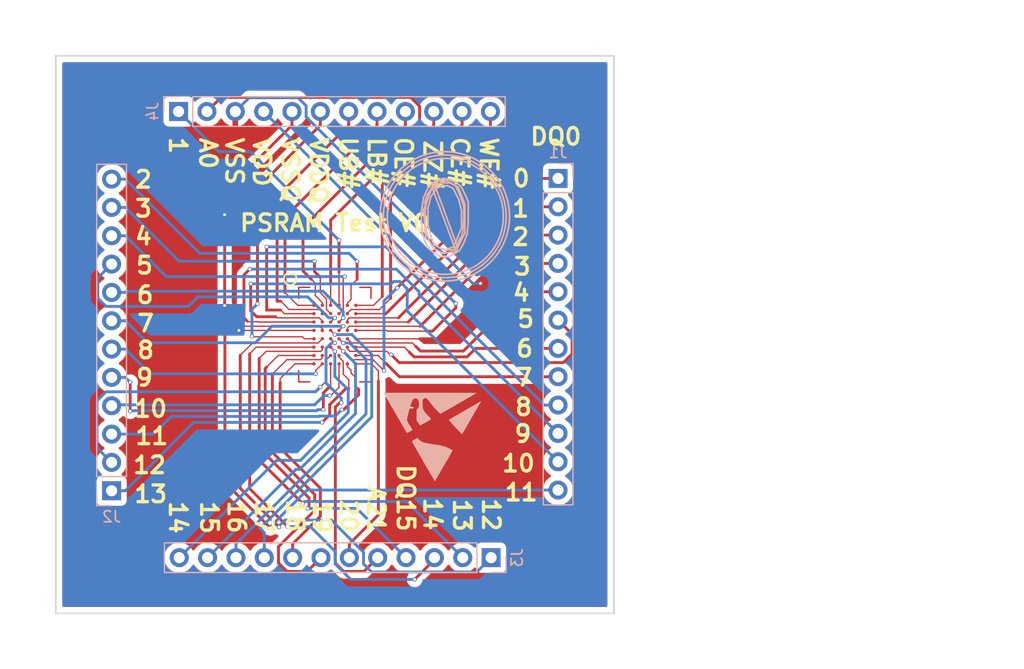
<source format=kicad_pcb>
(kicad_pcb (version 4) (host pcbnew 4.0.7)

  (general
    (links 0)
    (no_connects 0)
    (area 75.198381 75.19838 124.80162 124.801619)
    (thickness 1.6)
    (drawings 54)
    (tracks 429)
    (zones 0)
    (modules 7)
    (nets 49)
  )

  (page USLetter)
  (title_block
    (title "PSRAM Test")
    (date 2017-11-30)
    (rev 0)
    (comment 1 "BGA Solderability Test")
    (comment 2 "Also a breakout board")
  )

  (layers
    (0 F.Cu mixed)
    (31 B.Cu mixed)
    (32 B.Adhes user)
    (33 F.Adhes user)
    (34 B.Paste user)
    (35 F.Paste user)
    (36 B.SilkS user)
    (37 F.SilkS user)
    (38 B.Mask user)
    (39 F.Mask user)
    (40 Dwgs.User user)
    (41 Cmts.User user)
    (42 Eco1.User user)
    (43 Eco2.User user)
    (44 Edge.Cuts user)
    (45 Margin user)
    (46 B.CrtYd user)
    (47 F.CrtYd user)
    (48 B.Fab user hide)
    (49 F.Fab user hide)
  )

  (setup
    (last_trace_width 0.254)
    (trace_clearance 0.254)
    (zone_clearance 0.508)
    (zone_45_only yes)
    (trace_min 0.1)
    (segment_width 0.2)
    (edge_width 0.15)
    (via_size 0.381)
    (via_drill 0.254)
    (via_min_size 0.381)
    (via_min_drill 0.254)
    (uvia_size 0.3)
    (uvia_drill 0.1)
    (uvias_allowed no)
    (uvia_min_size 0.2)
    (uvia_min_drill 0.1)
    (pcb_text_width 0.3)
    (pcb_text_size 1.5 1.5)
    (mod_edge_width 0.15)
    (mod_text_size 1 1)
    (mod_text_width 0.15)
    (pad_size 1.524 1.524)
    (pad_drill 0.762)
    (pad_to_mask_clearance 0)
    (aux_axis_origin 0 0)
    (visible_elements 7FFFFF7F)
    (pcbplotparams
      (layerselection 0x00030_80000001)
      (usegerberextensions false)
      (excludeedgelayer true)
      (linewidth 0.100000)
      (plotframeref false)
      (viasonmask false)
      (mode 1)
      (useauxorigin false)
      (hpglpennumber 1)
      (hpglpenspeed 20)
      (hpglpendiameter 15)
      (hpglpenoverlay 2)
      (psnegative false)
      (psa4output false)
      (plotreference true)
      (plotvalue true)
      (plotinvisibletext false)
      (padsonsilk false)
      (subtractmaskfromsilk false)
      (outputformat 1)
      (mirror false)
      (drillshape 1)
      (scaleselection 1)
      (outputdirectory ""))
  )

  (net 0 "")
  (net 1 /LB#)
  (net 2 /DQ8)
  (net 3 /DQ9)
  (net 4 /VSSQ)
  (net 5 /VDDQ)
  (net 6 /DQ14)
  (net 7 /DQ15)
  (net 8 /A18)
  (net 9 /OE#)
  (net 10 /UB#)
  (net 11 /DQ10)
  (net 12 /DQ11)
  (net 13 /DQ12)
  (net 14 /DQ13)
  (net 15 /A19)
  (net 16 /A8)
  (net 17 /A0)
  (net 18 /A3)
  (net 19 /A5)
  (net 20 /A17)
  (net 21 /A21)
  (net 22 /A14)
  (net 23 /A12)
  (net 24 /A9)
  (net 25 /A1)
  (net 26 /A4)
  (net 27 /A6)
  (net 28 /A7)
  (net 29 /A16)
  (net 30 /A15)
  (net 31 /A13)
  (net 32 /A10)
  (net 33 /A2)
  (net 34 /CE#)
  (net 35 /DQ1)
  (net 36 /DQ3)
  (net 37 /DQ4)
  (net 38 /DQ5)
  (net 39 /WE#)
  (net 40 /A11)
  (net 41 /ZZ#)
  (net 42 /DQ0)
  (net 43 /DQ2)
  (net 44 /VDD)
  (net 45 /VSS)
  (net 46 /DQ6)
  (net 47 /DQ7)
  (net 48 /A20)

  (net_class Default "This is the default net class."
    (clearance 0.254)
    (trace_width 0.254)
    (via_dia 0.381)
    (via_drill 0.254)
    (uvia_dia 0.3)
    (uvia_drill 0.1)
    (add_net /A0)
    (add_net /A1)
    (add_net /A10)
    (add_net /A11)
    (add_net /A12)
    (add_net /A13)
    (add_net /A14)
    (add_net /A15)
    (add_net /A16)
    (add_net /A17)
    (add_net /A18)
    (add_net /A19)
    (add_net /A2)
    (add_net /A20)
    (add_net /A21)
    (add_net /A3)
    (add_net /A4)
    (add_net /A5)
    (add_net /A6)
    (add_net /A7)
    (add_net /A8)
    (add_net /A9)
    (add_net /CE#)
    (add_net /DQ0)
    (add_net /DQ1)
    (add_net /DQ10)
    (add_net /DQ11)
    (add_net /DQ12)
    (add_net /DQ13)
    (add_net /DQ14)
    (add_net /DQ15)
    (add_net /DQ2)
    (add_net /DQ3)
    (add_net /DQ4)
    (add_net /DQ5)
    (add_net /DQ6)
    (add_net /DQ7)
    (add_net /DQ8)
    (add_net /DQ9)
    (add_net /LB#)
    (add_net /OE#)
    (add_net /UB#)
    (add_net /VDD)
    (add_net /VDDQ)
    (add_net /VSS)
    (add_net /VSSQ)
    (add_net /WE#)
    (add_net /ZZ#)
  )

  (net_class 4.5/4.5 ""
    (clearance 0.1143)
    (trace_width 0.1143)
    (via_dia 0.381)
    (via_drill 0.254)
    (uvia_dia 0.3)
    (uvia_drill 0.1)
  )

  (net_class 5/5 ""
    (clearance 0.127)
    (trace_width 0.127)
    (via_dia 0.381)
    (via_drill 0.254)
    (uvia_dia 0.3)
    (uvia_drill 0.1)
  )

  (net_class 6/6 ""
    (clearance 0.1524)
    (trace_width 0.1524)
    (via_dia 0.381)
    (via_drill 0.254)
    (uvia_dia 0.3)
    (uvia_drill 0.1)
  )

  (module Customs:TFBGA-48 (layer F.Cu) (tedit 5A1C4695) (tstamp 5A1EDEDA)
    (at 100 100)
    (path /5A1C49CA)
    (fp_text reference U1 (at 6 6) (layer F.SilkS)
      (effects (font (size 1.2 1.2) (thickness 0.15)))
    )
    (fp_text value IS66WVE4M16EBLL-70BLI (at 0 5.08) (layer F.Fab)
      (effects (font (size 1.2 1.2) (thickness 0.15)))
    )
    (fp_text user "Ensure copper registration marks are visible" (at 44.55 -2.15) (layer Cmts.User)
      (effects (font (size 1 1) (thickness 0.15)))
    )
    (fp_circle (center -4 -5) (end -4.4 -5.4) (layer F.SilkS) (width 0.15))
    (fp_line (start -3.2375 -4.2375) (end -3.2375 -3.2375) (layer F.Cu) (width 0.125))
    (fp_line (start -3.2375 -4.2375) (end -2.2375 -4.2375) (layer F.Cu) (width 0.125))
    (fp_line (start -3 -4) (end 3 -4) (layer F.CrtYd) (width 0.05))
    (fp_line (start 3 -4) (end 3 4) (layer F.CrtYd) (width 0.05))
    (fp_line (start 3 4) (end -3 4) (layer F.CrtYd) (width 0.05))
    (fp_line (start -3 4) (end -3 -4) (layer F.CrtYd) (width 0.05))
    (fp_line (start 2.2375 -4.2375) (end 3.2375 -4.2375) (layer F.Cu) (width 0.125))
    (fp_line (start 3.2375 -4.2375) (end 3.2375 -3.2375) (layer F.Cu) (width 0.125))
    (fp_line (start 2.2375 4.2375) (end 3.2375 4.2375) (layer F.Cu) (width 0.125))
    (fp_line (start -3.2375 3.2375) (end -3.2375 4.2375) (layer F.Cu) (width 0.125))
    (fp_line (start 3.2375 3.2375) (end 3.2375 4.2375) (layer F.Cu) (width 0.125))
    (fp_line (start -2.2375 4.2375) (end -3.2375 4.2375) (layer F.Cu) (width 0.125))
    (pad A1 smd circle (at -1.875 -2.625) (size 0.3 0.3) (layers F.Cu F.Paste F.Mask)
      (net 1 /LB#))
    (pad B1 smd circle (at -1.875 -1.875) (size 0.3 0.3) (layers F.Cu F.Paste F.Mask)
      (net 2 /DQ8))
    (pad C1 smd circle (at -1.875 -1.125) (size 0.3 0.3) (layers F.Cu F.Paste F.Mask)
      (net 3 /DQ9))
    (pad D1 smd circle (at -1.875 -0.375) (size 0.3 0.3) (layers F.Cu F.Paste F.Mask)
      (net 4 /VSSQ))
    (pad E1 smd circle (at -1.875 0.375) (size 0.3 0.3) (layers F.Cu F.Paste F.Mask)
      (net 5 /VDDQ))
    (pad F1 smd circle (at -1.875 1.125) (size 0.3 0.3) (layers F.Cu F.Paste F.Mask)
      (net 6 /DQ14))
    (pad G1 smd circle (at -1.875 1.875) (size 0.3 0.3) (layers F.Cu F.Paste F.Mask)
      (net 7 /DQ15))
    (pad H1 smd circle (at -1.875 2.625) (size 0.3 0.3) (layers F.Cu F.Paste F.Mask)
      (net 8 /A18))
    (pad A2 smd circle (at -1.125 -2.625) (size 0.3 0.3) (layers F.Cu F.Paste F.Mask)
      (net 9 /OE#))
    (pad B2 smd circle (at -1.125 -1.875) (size 0.3 0.3) (layers F.Cu F.Paste F.Mask)
      (net 10 /UB#))
    (pad C2 smd circle (at -1.125 -1.125) (size 0.3 0.3) (layers F.Cu F.Paste F.Mask)
      (net 11 /DQ10))
    (pad D2 smd circle (at -1.125 -0.375) (size 0.3 0.3) (layers F.Cu F.Paste F.Mask)
      (net 12 /DQ11))
    (pad E2 smd circle (at -1.125 0.375) (size 0.3 0.3) (layers F.Cu F.Paste F.Mask)
      (net 13 /DQ12))
    (pad F2 smd circle (at -1.125 1.125) (size 0.3 0.3) (layers F.Cu F.Paste F.Mask)
      (net 14 /DQ13))
    (pad G2 smd circle (at -1.125 1.875) (size 0.3 0.3) (layers F.Cu F.Paste F.Mask)
      (net 15 /A19))
    (pad H2 smd circle (at -1.125 2.625) (size 0.3 0.3) (layers F.Cu F.Paste F.Mask)
      (net 16 /A8))
    (pad A3 smd circle (at -0.375 -2.625) (size 0.3 0.3) (layers F.Cu F.Paste F.Mask)
      (net 17 /A0))
    (pad B3 smd circle (at -0.375 -1.875) (size 0.3 0.3) (layers F.Cu F.Paste F.Mask)
      (net 18 /A3))
    (pad C3 smd circle (at -0.375 -1.125) (size 0.3 0.3) (layers F.Cu F.Paste F.Mask)
      (net 19 /A5))
    (pad D3 smd circle (at -0.375 -0.375) (size 0.3 0.3) (layers F.Cu F.Paste F.Mask)
      (net 20 /A17))
    (pad E3 smd circle (at -0.375 0.375) (size 0.3 0.3) (layers F.Cu F.Paste F.Mask)
      (net 21 /A21))
    (pad F3 smd circle (at -0.375 1.125) (size 0.3 0.3) (layers F.Cu F.Paste F.Mask)
      (net 22 /A14))
    (pad G3 smd circle (at -0.375 1.875) (size 0.3 0.3) (layers F.Cu F.Paste F.Mask)
      (net 23 /A12))
    (pad H3 smd circle (at -0.375 2.625) (size 0.3 0.3) (layers F.Cu F.Paste F.Mask)
      (net 24 /A9))
    (pad A4 smd circle (at 0.375 -2.625) (size 0.3 0.3) (layers F.Cu F.Paste F.Mask)
      (net 25 /A1))
    (pad B4 smd circle (at 0.375 -1.875) (size 0.3 0.3) (layers F.Cu F.Paste F.Mask)
      (net 26 /A4))
    (pad C4 smd circle (at 0.375 -1.125) (size 0.3 0.3) (layers F.Cu F.Paste F.Mask)
      (net 27 /A6))
    (pad D4 smd circle (at 0.375 -0.375) (size 0.3 0.3) (layers F.Cu F.Paste F.Mask)
      (net 28 /A7))
    (pad E4 smd circle (at 0.375 0.375) (size 0.3 0.3) (layers F.Cu F.Paste F.Mask)
      (net 29 /A16))
    (pad F4 smd circle (at 0.375 1.125) (size 0.3 0.3) (layers F.Cu F.Paste F.Mask)
      (net 30 /A15))
    (pad G4 smd circle (at 0.375 1.875) (size 0.3 0.3) (layers F.Cu F.Paste F.Mask)
      (net 31 /A13))
    (pad H4 smd circle (at 0.375 2.625) (size 0.3 0.3) (layers F.Cu F.Paste F.Mask)
      (net 32 /A10))
    (pad A5 smd circle (at 1.125 -2.625) (size 0.3 0.3) (layers F.Cu F.Paste F.Mask)
      (net 33 /A2))
    (pad B5 smd circle (at 1.125 -1.875) (size 0.3 0.3) (layers F.Cu F.Paste F.Mask)
      (net 34 /CE#))
    (pad C5 smd circle (at 1.125 -1.125) (size 0.3 0.3) (layers F.Cu F.Paste F.Mask)
      (net 35 /DQ1))
    (pad D5 smd circle (at 1.125 -0.375) (size 0.3 0.3) (layers F.Cu F.Paste F.Mask)
      (net 36 /DQ3))
    (pad E5 smd circle (at 1.125 0.375) (size 0.3 0.3) (layers F.Cu F.Paste F.Mask)
      (net 37 /DQ4))
    (pad F5 smd circle (at 1.125 1.125) (size 0.3 0.3) (layers F.Cu F.Paste F.Mask)
      (net 38 /DQ5))
    (pad G5 smd circle (at 1.125 1.875) (size 0.3 0.3) (layers F.Cu F.Paste F.Mask)
      (net 39 /WE#))
    (pad H5 smd circle (at 1.125 2.625) (size 0.3 0.3) (layers F.Cu F.Paste F.Mask)
      (net 40 /A11))
    (pad A6 smd circle (at 1.875 -2.625) (size 0.3 0.3) (layers F.Cu F.Paste F.Mask)
      (net 41 /ZZ#))
    (pad B6 smd circle (at 1.875 -1.875) (size 0.3 0.3) (layers F.Cu F.Paste F.Mask)
      (net 42 /DQ0))
    (pad C6 smd circle (at 1.875 -1.125) (size 0.3 0.3) (layers F.Cu F.Paste F.Mask)
      (net 43 /DQ2))
    (pad D6 smd circle (at 1.875 -0.375) (size 0.3 0.3) (layers F.Cu F.Paste F.Mask)
      (net 44 /VDD))
    (pad E6 smd circle (at 1.875 0.375) (size 0.3 0.3) (layers F.Cu F.Paste F.Mask)
      (net 45 /VSS))
    (pad F6 smd circle (at 1.875 1.125) (size 0.3 0.3) (layers F.Cu F.Paste F.Mask)
      (net 46 /DQ6))
    (pad G6 smd circle (at 1.875 1.875) (size 0.3 0.3) (layers F.Cu F.Paste F.Mask)
      (net 47 /DQ7))
    (pad H6 smd circle (at 1.875 2.625) (size 0.3 0.3) (layers F.Cu F.Paste F.Mask)
      (net 48 /A20))
  )

  (module Pin_Headers:Pin_Header_Straight_1x12_Pitch2.54mm (layer B.Cu) (tedit 59650532) (tstamp 5A1EF2DD)
    (at 120 86 180)
    (descr "Through hole straight pin header, 1x12, 2.54mm pitch, single row")
    (tags "Through hole pin header THT 1x12 2.54mm single row")
    (path /5A1EF19B)
    (fp_text reference J1 (at 0 2.33 180) (layer B.SilkS)
      (effects (font (size 1 1) (thickness 0.15)) (justify mirror))
    )
    (fp_text value Conn_01x12 (at 0 -30.27 180) (layer B.Fab)
      (effects (font (size 1 1) (thickness 0.15)) (justify mirror))
    )
    (fp_line (start -0.635 1.27) (end 1.27 1.27) (layer B.Fab) (width 0.1))
    (fp_line (start 1.27 1.27) (end 1.27 -29.21) (layer B.Fab) (width 0.1))
    (fp_line (start 1.27 -29.21) (end -1.27 -29.21) (layer B.Fab) (width 0.1))
    (fp_line (start -1.27 -29.21) (end -1.27 0.635) (layer B.Fab) (width 0.1))
    (fp_line (start -1.27 0.635) (end -0.635 1.27) (layer B.Fab) (width 0.1))
    (fp_line (start -1.33 -29.27) (end 1.33 -29.27) (layer B.SilkS) (width 0.12))
    (fp_line (start -1.33 -1.27) (end -1.33 -29.27) (layer B.SilkS) (width 0.12))
    (fp_line (start 1.33 -1.27) (end 1.33 -29.27) (layer B.SilkS) (width 0.12))
    (fp_line (start -1.33 -1.27) (end 1.33 -1.27) (layer B.SilkS) (width 0.12))
    (fp_line (start -1.33 0) (end -1.33 1.33) (layer B.SilkS) (width 0.12))
    (fp_line (start -1.33 1.33) (end 0 1.33) (layer B.SilkS) (width 0.12))
    (fp_line (start -1.8 1.8) (end -1.8 -29.75) (layer B.CrtYd) (width 0.05))
    (fp_line (start -1.8 -29.75) (end 1.8 -29.75) (layer B.CrtYd) (width 0.05))
    (fp_line (start 1.8 -29.75) (end 1.8 1.8) (layer B.CrtYd) (width 0.05))
    (fp_line (start 1.8 1.8) (end -1.8 1.8) (layer B.CrtYd) (width 0.05))
    (fp_text user %R (at 0 -13.97 450) (layer B.Fab)
      (effects (font (size 1 1) (thickness 0.15)) (justify mirror))
    )
    (pad 1 thru_hole rect (at 0 0 180) (size 1.7 1.7) (drill 1) (layers *.Cu *.Mask)
      (net 42 /DQ0))
    (pad 2 thru_hole oval (at 0 -2.54 180) (size 1.7 1.7) (drill 1) (layers *.Cu *.Mask)
      (net 35 /DQ1))
    (pad 3 thru_hole oval (at 0 -5.08 180) (size 1.7 1.7) (drill 1) (layers *.Cu *.Mask)
      (net 43 /DQ2))
    (pad 4 thru_hole oval (at 0 -7.62 180) (size 1.7 1.7) (drill 1) (layers *.Cu *.Mask)
      (net 36 /DQ3))
    (pad 5 thru_hole oval (at 0 -10.16 180) (size 1.7 1.7) (drill 1) (layers *.Cu *.Mask)
      (net 37 /DQ4))
    (pad 6 thru_hole oval (at 0 -12.7 180) (size 1.7 1.7) (drill 1) (layers *.Cu *.Mask)
      (net 38 /DQ5))
    (pad 7 thru_hole oval (at 0 -15.24 180) (size 1.7 1.7) (drill 1) (layers *.Cu *.Mask)
      (net 46 /DQ6))
    (pad 8 thru_hole oval (at 0 -17.78 180) (size 1.7 1.7) (drill 1) (layers *.Cu *.Mask)
      (net 47 /DQ7))
    (pad 9 thru_hole oval (at 0 -20.32 180) (size 1.7 1.7) (drill 1) (layers *.Cu *.Mask)
      (net 2 /DQ8))
    (pad 10 thru_hole oval (at 0 -22.86 180) (size 1.7 1.7) (drill 1) (layers *.Cu *.Mask)
      (net 3 /DQ9))
    (pad 11 thru_hole oval (at 0 -25.4 180) (size 1.7 1.7) (drill 1) (layers *.Cu *.Mask)
      (net 11 /DQ10))
    (pad 12 thru_hole oval (at 0 -27.94 180) (size 1.7 1.7) (drill 1) (layers *.Cu *.Mask)
      (net 12 /DQ11))
    (model ${KISYS3DMOD}/Pin_Headers.3dshapes/Pin_Header_Straight_1x12_Pitch2.54mm.wrl
      (at (xyz 0 0 0))
      (scale (xyz 1 1 1))
      (rotate (xyz 0 0 0))
    )
  )

  (module Pin_Headers:Pin_Header_Straight_1x12_Pitch2.54mm (layer B.Cu) (tedit 59650532) (tstamp 5A1EF2FD)
    (at 80 114)
    (descr "Through hole straight pin header, 1x12, 2.54mm pitch, single row")
    (tags "Through hole pin header THT 1x12 2.54mm single row")
    (path /5A1EF20F)
    (fp_text reference J2 (at 0 2.33) (layer B.SilkS)
      (effects (font (size 1 1) (thickness 0.15)) (justify mirror))
    )
    (fp_text value Conn_01x12 (at 0 -30.27) (layer B.Fab)
      (effects (font (size 1 1) (thickness 0.15)) (justify mirror))
    )
    (fp_line (start -0.635 1.27) (end 1.27 1.27) (layer B.Fab) (width 0.1))
    (fp_line (start 1.27 1.27) (end 1.27 -29.21) (layer B.Fab) (width 0.1))
    (fp_line (start 1.27 -29.21) (end -1.27 -29.21) (layer B.Fab) (width 0.1))
    (fp_line (start -1.27 -29.21) (end -1.27 0.635) (layer B.Fab) (width 0.1))
    (fp_line (start -1.27 0.635) (end -0.635 1.27) (layer B.Fab) (width 0.1))
    (fp_line (start -1.33 -29.27) (end 1.33 -29.27) (layer B.SilkS) (width 0.12))
    (fp_line (start -1.33 -1.27) (end -1.33 -29.27) (layer B.SilkS) (width 0.12))
    (fp_line (start 1.33 -1.27) (end 1.33 -29.27) (layer B.SilkS) (width 0.12))
    (fp_line (start -1.33 -1.27) (end 1.33 -1.27) (layer B.SilkS) (width 0.12))
    (fp_line (start -1.33 0) (end -1.33 1.33) (layer B.SilkS) (width 0.12))
    (fp_line (start -1.33 1.33) (end 0 1.33) (layer B.SilkS) (width 0.12))
    (fp_line (start -1.8 1.8) (end -1.8 -29.75) (layer B.CrtYd) (width 0.05))
    (fp_line (start -1.8 -29.75) (end 1.8 -29.75) (layer B.CrtYd) (width 0.05))
    (fp_line (start 1.8 -29.75) (end 1.8 1.8) (layer B.CrtYd) (width 0.05))
    (fp_line (start 1.8 1.8) (end -1.8 1.8) (layer B.CrtYd) (width 0.05))
    (fp_text user %R (at 0 -13.97 270) (layer B.Fab)
      (effects (font (size 1 1) (thickness 0.15)) (justify mirror))
    )
    (pad 1 thru_hole rect (at 0 0) (size 1.7 1.7) (drill 1) (layers *.Cu *.Mask)
      (net 31 /A13))
    (pad 2 thru_hole oval (at 0 -2.54) (size 1.7 1.7) (drill 1) (layers *.Cu *.Mask)
      (net 23 /A12))
    (pad 3 thru_hole oval (at 0 -5.08) (size 1.7 1.7) (drill 1) (layers *.Cu *.Mask)
      (net 40 /A11))
    (pad 4 thru_hole oval (at 0 -7.62) (size 1.7 1.7) (drill 1) (layers *.Cu *.Mask)
      (net 32 /A10))
    (pad 5 thru_hole oval (at 0 -10.16) (size 1.7 1.7) (drill 1) (layers *.Cu *.Mask)
      (net 24 /A9))
    (pad 6 thru_hole oval (at 0 -12.7) (size 1.7 1.7) (drill 1) (layers *.Cu *.Mask)
      (net 16 /A8))
    (pad 7 thru_hole oval (at 0 -15.24) (size 1.7 1.7) (drill 1) (layers *.Cu *.Mask)
      (net 28 /A7))
    (pad 8 thru_hole oval (at 0 -17.78) (size 1.7 1.7) (drill 1) (layers *.Cu *.Mask)
      (net 27 /A6))
    (pad 9 thru_hole oval (at 0 -20.32) (size 1.7 1.7) (drill 1) (layers *.Cu *.Mask)
      (net 19 /A5))
    (pad 10 thru_hole oval (at 0 -22.86) (size 1.7 1.7) (drill 1) (layers *.Cu *.Mask)
      (net 26 /A4))
    (pad 11 thru_hole oval (at 0 -25.4) (size 1.7 1.7) (drill 1) (layers *.Cu *.Mask)
      (net 18 /A3))
    (pad 12 thru_hole oval (at 0 -27.94) (size 1.7 1.7) (drill 1) (layers *.Cu *.Mask)
      (net 33 /A2))
    (model ${KISYS3DMOD}/Pin_Headers.3dshapes/Pin_Header_Straight_1x12_Pitch2.54mm.wrl
      (at (xyz 0 0 0))
      (scale (xyz 1 1 1))
      (rotate (xyz 0 0 0))
    )
  )

  (module Pin_Headers:Pin_Header_Straight_1x12_Pitch2.54mm (layer B.Cu) (tedit 59650532) (tstamp 5A1EF31D)
    (at 114 120 90)
    (descr "Through hole straight pin header, 1x12, 2.54mm pitch, single row")
    (tags "Through hole pin header THT 1x12 2.54mm single row")
    (path /5A1EF280)
    (fp_text reference J3 (at 0 2.33 90) (layer B.SilkS)
      (effects (font (size 1 1) (thickness 0.15)) (justify mirror))
    )
    (fp_text value Conn_01x12 (at 0 -30.27 90) (layer B.Fab)
      (effects (font (size 1 1) (thickness 0.15)) (justify mirror))
    )
    (fp_line (start -0.635 1.27) (end 1.27 1.27) (layer B.Fab) (width 0.1))
    (fp_line (start 1.27 1.27) (end 1.27 -29.21) (layer B.Fab) (width 0.1))
    (fp_line (start 1.27 -29.21) (end -1.27 -29.21) (layer B.Fab) (width 0.1))
    (fp_line (start -1.27 -29.21) (end -1.27 0.635) (layer B.Fab) (width 0.1))
    (fp_line (start -1.27 0.635) (end -0.635 1.27) (layer B.Fab) (width 0.1))
    (fp_line (start -1.33 -29.27) (end 1.33 -29.27) (layer B.SilkS) (width 0.12))
    (fp_line (start -1.33 -1.27) (end -1.33 -29.27) (layer B.SilkS) (width 0.12))
    (fp_line (start 1.33 -1.27) (end 1.33 -29.27) (layer B.SilkS) (width 0.12))
    (fp_line (start -1.33 -1.27) (end 1.33 -1.27) (layer B.SilkS) (width 0.12))
    (fp_line (start -1.33 0) (end -1.33 1.33) (layer B.SilkS) (width 0.12))
    (fp_line (start -1.33 1.33) (end 0 1.33) (layer B.SilkS) (width 0.12))
    (fp_line (start -1.8 1.8) (end -1.8 -29.75) (layer B.CrtYd) (width 0.05))
    (fp_line (start -1.8 -29.75) (end 1.8 -29.75) (layer B.CrtYd) (width 0.05))
    (fp_line (start 1.8 -29.75) (end 1.8 1.8) (layer B.CrtYd) (width 0.05))
    (fp_line (start 1.8 1.8) (end -1.8 1.8) (layer B.CrtYd) (width 0.05))
    (fp_text user %R (at 0 -7.65 360) (layer B.Fab)
      (effects (font (size 1 1) (thickness 0.15)) (justify mirror))
    )
    (pad 1 thru_hole rect (at 0 0 90) (size 1.7 1.7) (drill 1) (layers *.Cu *.Mask)
      (net 13 /DQ12))
    (pad 2 thru_hole oval (at 0 -2.54 90) (size 1.7 1.7) (drill 1) (layers *.Cu *.Mask)
      (net 14 /DQ13))
    (pad 3 thru_hole oval (at 0 -5.08 90) (size 1.7 1.7) (drill 1) (layers *.Cu *.Mask)
      (net 6 /DQ14))
    (pad 4 thru_hole oval (at 0 -7.62 90) (size 1.7 1.7) (drill 1) (layers *.Cu *.Mask)
      (net 7 /DQ15))
    (pad 5 thru_hole oval (at 0 -10.16 90) (size 1.7 1.7) (drill 1) (layers *.Cu *.Mask)
      (net 21 /A21))
    (pad 6 thru_hole oval (at 0 -12.7 90) (size 1.7 1.7) (drill 1) (layers *.Cu *.Mask)
      (net 48 /A20))
    (pad 7 thru_hole oval (at 0 -15.24 90) (size 1.7 1.7) (drill 1) (layers *.Cu *.Mask)
      (net 15 /A19))
    (pad 8 thru_hole oval (at 0 -17.78 90) (size 1.7 1.7) (drill 1) (layers *.Cu *.Mask)
      (net 8 /A18))
    (pad 9 thru_hole oval (at 0 -20.32 90) (size 1.7 1.7) (drill 1) (layers *.Cu *.Mask)
      (net 20 /A17))
    (pad 10 thru_hole oval (at 0 -22.86 90) (size 1.7 1.7) (drill 1) (layers *.Cu *.Mask)
      (net 29 /A16))
    (pad 11 thru_hole oval (at 0 -25.4 90) (size 1.7 1.7) (drill 1) (layers *.Cu *.Mask)
      (net 30 /A15))
    (pad 12 thru_hole oval (at 0 -27.94 90) (size 1.7 1.7) (drill 1) (layers *.Cu *.Mask)
      (net 22 /A14))
    (model ${KISYS3DMOD}/Pin_Headers.3dshapes/Pin_Header_Straight_1x12_Pitch2.54mm.wrl
      (at (xyz 0 0 0))
      (scale (xyz 1 1 1))
      (rotate (xyz 0 0 0))
    )
  )

  (module Pin_Headers:Pin_Header_Straight_1x12_Pitch2.54mm (layer B.Cu) (tedit 59650532) (tstamp 5A1EF33D)
    (at 86 80 270)
    (descr "Through hole straight pin header, 1x12, 2.54mm pitch, single row")
    (tags "Through hole pin header THT 1x12 2.54mm single row")
    (path /5A1EF2AE)
    (fp_text reference J4 (at 0 2.33 270) (layer B.SilkS)
      (effects (font (size 1 1) (thickness 0.15)) (justify mirror))
    )
    (fp_text value Conn_01x12 (at 0 -30.27 270) (layer B.Fab)
      (effects (font (size 1 1) (thickness 0.15)) (justify mirror))
    )
    (fp_line (start -0.635 1.27) (end 1.27 1.27) (layer B.Fab) (width 0.1))
    (fp_line (start 1.27 1.27) (end 1.27 -29.21) (layer B.Fab) (width 0.1))
    (fp_line (start 1.27 -29.21) (end -1.27 -29.21) (layer B.Fab) (width 0.1))
    (fp_line (start -1.27 -29.21) (end -1.27 0.635) (layer B.Fab) (width 0.1))
    (fp_line (start -1.27 0.635) (end -0.635 1.27) (layer B.Fab) (width 0.1))
    (fp_line (start -1.33 -29.27) (end 1.33 -29.27) (layer B.SilkS) (width 0.12))
    (fp_line (start -1.33 -1.27) (end -1.33 -29.27) (layer B.SilkS) (width 0.12))
    (fp_line (start 1.33 -1.27) (end 1.33 -29.27) (layer B.SilkS) (width 0.12))
    (fp_line (start -1.33 -1.27) (end 1.33 -1.27) (layer B.SilkS) (width 0.12))
    (fp_line (start -1.33 0) (end -1.33 1.33) (layer B.SilkS) (width 0.12))
    (fp_line (start -1.33 1.33) (end 0 1.33) (layer B.SilkS) (width 0.12))
    (fp_line (start -1.8 1.8) (end -1.8 -29.75) (layer B.CrtYd) (width 0.05))
    (fp_line (start -1.8 -29.75) (end 1.8 -29.75) (layer B.CrtYd) (width 0.05))
    (fp_line (start 1.8 -29.75) (end 1.8 1.8) (layer B.CrtYd) (width 0.05))
    (fp_line (start 1.8 1.8) (end -1.8 1.8) (layer B.CrtYd) (width 0.05))
    (fp_text user %R (at 0 -13.97 540) (layer B.Fab)
      (effects (font (size 1 1) (thickness 0.15)) (justify mirror))
    )
    (pad 1 thru_hole rect (at 0 0 270) (size 1.7 1.7) (drill 1) (layers *.Cu *.Mask)
      (net 25 /A1))
    (pad 2 thru_hole oval (at 0 -2.54 270) (size 1.7 1.7) (drill 1) (layers *.Cu *.Mask)
      (net 17 /A0))
    (pad 3 thru_hole oval (at 0 -5.08 270) (size 1.7 1.7) (drill 1) (layers *.Cu *.Mask)
      (net 45 /VSS))
    (pad 4 thru_hole oval (at 0 -7.62 270) (size 1.7 1.7) (drill 1) (layers *.Cu *.Mask)
      (net 44 /VDD))
    (pad 5 thru_hole oval (at 0 -10.16 270) (size 1.7 1.7) (drill 1) (layers *.Cu *.Mask)
      (net 4 /VSSQ))
    (pad 6 thru_hole oval (at 0 -12.7 270) (size 1.7 1.7) (drill 1) (layers *.Cu *.Mask)
      (net 5 /VDDQ))
    (pad 7 thru_hole oval (at 0 -15.24 270) (size 1.7 1.7) (drill 1) (layers *.Cu *.Mask)
      (net 10 /UB#))
    (pad 8 thru_hole oval (at 0 -17.78 270) (size 1.7 1.7) (drill 1) (layers *.Cu *.Mask)
      (net 1 /LB#))
    (pad 9 thru_hole oval (at 0 -20.32 270) (size 1.7 1.7) (drill 1) (layers *.Cu *.Mask)
      (net 9 /OE#))
    (pad 10 thru_hole oval (at 0 -22.86 270) (size 1.7 1.7) (drill 1) (layers *.Cu *.Mask)
      (net 41 /ZZ#))
    (pad 11 thru_hole oval (at 0 -25.4 270) (size 1.7 1.7) (drill 1) (layers *.Cu *.Mask)
      (net 34 /CE#))
    (pad 12 thru_hole oval (at 0 -27.94 270) (size 1.7 1.7) (drill 1) (layers *.Cu *.Mask)
      (net 39 /WE#))
    (model ${KISYS3DMOD}/Pin_Headers.3dshapes/Pin_Header_Straight_1x12_Pitch2.54mm.wrl
      (at (xyz 0 0 0))
      (scale (xyz 1 1 1))
      (rotate (xyz 0 0 0))
    )
  )

  (module Symbols:Symbol_CC-PublicDomain_SilkScreenTop_Big (layer B.Cu) (tedit 5A205720) (tstamp 5A204BEF)
    (at 109.85 89.4)
    (descr "Symbol, CC-PublicDomain, SilkScreen Top, Big,")
    (tags "Symbol, CC-PublicDomain, SilkScreen Top, Big,")
    (fp_text reference REF** (at -8.75 -5.85) (layer Cmts.User) hide
      (effects (font (size 1 1) (thickness 0.15)))
    )
    (fp_text value Symbol_CC-PublicDomain_SilkScreenTop_Big (at 0.59944 -8.001) (layer B.Fab)
      (effects (font (size 1 1) (thickness 0.15)) (justify mirror))
    )
    (fp_line (start 1.1 2.65) (end -0.95 -2.95) (layer B.SilkS) (width 0.15))
    (fp_line (start -0.95 -2.95) (end -1.1 -2.5) (layer B.SilkS) (width 0.15))
    (fp_line (start -1.1 -2.5) (end 1 3.1) (layer B.SilkS) (width 0.15))
    (fp_circle (center 0 0) (end 5.8 0.05) (layer B.SilkS) (width 0.15))
    (fp_circle (center 0 0) (end 5.5 0) (layer B.SilkS) (width 0.15))
    (fp_circle (center 0.05 0) (end 5.25 0) (layer B.SilkS) (width 0.15))
    (fp_line (start 1.1 2.5) (end 1.4 1.9) (layer B.SilkS) (width 0.15))
    (fp_line (start -1.8 -1.2) (end -1.6 -1.9) (layer B.SilkS) (width 0.15))
    (fp_line (start -1.6 -1.9) (end -1.2 -2.5) (layer B.SilkS) (width 0.15))
    (fp_line (start 0 3) (end 0.75 2.75) (layer B.SilkS) (width 0.15))
    (fp_line (start 0.75 2.75) (end 1 2.25) (layer B.SilkS) (width 0.15))
    (fp_line (start 1 2.25) (end 1.5 1) (layer B.SilkS) (width 0.15))
    (fp_line (start 1.5 1) (end 1.5 0.5) (layer B.SilkS) (width 0.15))
    (fp_line (start 1.5 0.5) (end 1.5 -0.5) (layer B.SilkS) (width 0.15))
    (fp_line (start 1.5 -0.5) (end 1.25 -1.5) (layer B.SilkS) (width 0.15))
    (fp_line (start 1.25 -1.5) (end 0.75 -2.5) (layer B.SilkS) (width 0.15))
    (fp_line (start 0.75 -2.5) (end 0.25 -2.75) (layer B.SilkS) (width 0.15))
    (fp_line (start 0.25 -2.75) (end -0.25 -2.75) (layer B.SilkS) (width 0.15))
    (fp_line (start -0.25 -2.75) (end -0.75 -2.5) (layer B.SilkS) (width 0.15))
    (fp_line (start -0.75 -2.5) (end -1.25 -1.75) (layer B.SilkS) (width 0.15))
    (fp_line (start -1.25 -1.75) (end -1.5 -0.75) (layer B.SilkS) (width 0.15))
    (fp_line (start -1.5 -0.75) (end -1.5 0.75) (layer B.SilkS) (width 0.15))
    (fp_line (start -1.5 0.75) (end -1.25 1.75) (layer B.SilkS) (width 0.15))
    (fp_line (start -1.25 1.75) (end -1 2.5) (layer B.SilkS) (width 0.15))
    (fp_line (start -1 2.5) (end -0.3 2.9) (layer B.SilkS) (width 0.15))
    (fp_line (start -0.3 2.9) (end 0.2 3) (layer B.SilkS) (width 0.15))
    (fp_line (start 0.2 3) (end 0.8 3) (layer B.SilkS) (width 0.15))
    (fp_line (start 0.8 3) (end 1.4 2.3) (layer B.SilkS) (width 0.15))
    (fp_line (start 1.4 2.3) (end 1.6 1.4) (layer B.SilkS) (width 0.15))
    (fp_line (start 1.6 1.4) (end 1.7 0.3) (layer B.SilkS) (width 0.15))
    (fp_line (start 1.7 0.3) (end 1.7 -0.9) (layer B.SilkS) (width 0.15))
    (fp_line (start 1.7 -0.9) (end 1.4 -1.8) (layer B.SilkS) (width 0.15))
    (fp_line (start 1.4 -1.8) (end 1 -2.7) (layer B.SilkS) (width 0.15))
    (fp_line (start 1 -2.7) (end 0.5 -3) (layer B.SilkS) (width 0.15))
    (fp_line (start 0.5 -3) (end -0.4 -3) (layer B.SilkS) (width 0.15))
    (fp_line (start -0.4 -3) (end -1.3 -2.3) (layer B.SilkS) (width 0.15))
    (fp_line (start -1.3 -2.3) (end -1.7 -1) (layer B.SilkS) (width 0.15))
    (fp_line (start -1.7 -1) (end -1.8 0.7) (layer B.SilkS) (width 0.15))
    (fp_line (start -1.8 0.7) (end -1.4 2.2) (layer B.SilkS) (width 0.15))
    (fp_line (start -1.4 2.2) (end -1 2.9) (layer B.SilkS) (width 0.15))
    (fp_line (start -1 2.9) (end -0.2 3.3) (layer B.SilkS) (width 0.15))
    (fp_line (start -0.2 3.3) (end 0.7 3.2) (layer B.SilkS) (width 0.15))
    (fp_line (start 0.7 3.2) (end 1.3 3.1) (layer B.SilkS) (width 0.15))
    (fp_line (start 1.3 3.1) (end 1.7 2.4) (layer B.SilkS) (width 0.15))
    (fp_line (start 1.7 2.4) (end 2 1.6) (layer B.SilkS) (width 0.15))
    (fp_line (start 2 1.6) (end 2.1 0.6) (layer B.SilkS) (width 0.15))
    (fp_line (start 2.1 0.6) (end 2.1 -0.3) (layer B.SilkS) (width 0.15))
    (fp_line (start 2.1 -0.3) (end 2.1 -1.3) (layer B.SilkS) (width 0.15))
    (fp_line (start 2.1 -1.3) (end 1.9 -1.8) (layer B.SilkS) (width 0.15))
    (fp_line (start 1.9 -1.8) (end 1.5 -2.6) (layer B.SilkS) (width 0.15))
    (fp_line (start 1.5 -2.6) (end 1.1 -3) (layer B.SilkS) (width 0.15))
    (fp_line (start 1.1 -3) (end 0.4 -3.3) (layer B.SilkS) (width 0.15))
    (fp_line (start 0.4 -3.3) (end -0.1 -3.4) (layer B.SilkS) (width 0.15))
    (fp_line (start -0.1 -3.4) (end -0.8 -3.2) (layer B.SilkS) (width 0.15))
    (fp_line (start -0.8 -3.2) (end -1.5 -2.6) (layer B.SilkS) (width 0.15))
    (fp_line (start -1.5 -2.6) (end -1.9 -1.7) (layer B.SilkS) (width 0.15))
    (fp_line (start -1.9 -1.7) (end -2.1 -0.4) (layer B.SilkS) (width 0.15))
    (fp_line (start -2.1 -0.4) (end -2.1 0.6) (layer B.SilkS) (width 0.15))
    (fp_line (start -2.1 0.6) (end -2 1.6) (layer B.SilkS) (width 0.15))
    (fp_line (start -2 1.6) (end -1.7 2.4) (layer B.SilkS) (width 0.15))
    (fp_line (start -1.7 2.4) (end -1.2 3.1) (layer B.SilkS) (width 0.15))
    (fp_line (start -1.2 3.1) (end -0.4 3.6) (layer B.SilkS) (width 0.15))
    (fp_line (start -0.4 3.6) (end 0.4 3.6) (layer B.SilkS) (width 0.15))
    (fp_line (start 0.4 3.6) (end 1.1 3.2) (layer B.SilkS) (width 0.15))
    (fp_line (start 1.1 3.2) (end 1.1 2.9) (layer B.SilkS) (width 0.15))
    (fp_line (start 1.1 2.9) (end 1.8 1.5) (layer B.SilkS) (width 0.15))
    (fp_line (start 1.8 1.5) (end 1.8 0.4) (layer B.SilkS) (width 0.15))
    (fp_line (start 1.8 0.4) (end 1.8 -1.1) (layer B.SilkS) (width 0.15))
    (fp_line (start 1.8 -1.1) (end 1.2 -2.6) (layer B.SilkS) (width 0.15))
    (fp_line (start 1.2 -2.6) (end 0.2 -3.2) (layer B.SilkS) (width 0.15))
    (fp_line (start 0.2 -3.2) (end -0.5 -3.2) (layer B.SilkS) (width 0.15))
    (fp_line (start -0.5 -3.2) (end -1.1 -2.7) (layer B.SilkS) (width 0.15))
    (fp_line (start -1.1 -2.7) (end -1.9 -0.6) (layer B.SilkS) (width 0.15))
    (fp_line (start -1.9 -0.6) (end -1.7 1.9) (layer B.SilkS) (width 0.15))
  )

  (module Symbols:ESD-Logo_8.9x8mm_SilkScreen (layer B.Cu) (tedit 0) (tstamp 5A205702)
    (at 108.75 109.2)
    (descr "Electrostatic discharge Logo")
    (tags "Logo ESD")
    (attr virtual)
    (fp_text reference REF*** (at 0 0) (layer B.SilkS) hide
      (effects (font (size 1 1) (thickness 0.15)) (justify mirror))
    )
    (fp_text value ESD-Logo_8.9x8mm_SilkScreen (at 0.75 0) (layer B.Fab) hide
      (effects (font (size 1 1) (thickness 0.15)) (justify mirror))
    )
    (fp_poly (pts (xy -2.259251 -0.392036) (xy -2.215456 -0.408972) (xy -2.148707 -0.442601) (xy -2.052863 -0.495334)
      (xy -2.045401 -0.499525) (xy -1.957129 -0.550001) (xy -1.882637 -0.594223) (xy -1.82924 -0.627731)
      (xy -1.804254 -0.646064) (xy -1.803555 -0.646962) (xy -1.809591 -0.672414) (xy -1.837277 -0.729255)
      (xy -1.884812 -0.814389) (xy -1.950389 -0.924717) (xy -2.032203 -1.057144) (xy -2.128452 -1.208571)
      (xy -2.152406 -1.245707) (xy -2.214817 -1.348757) (xy -2.260263 -1.437432) (xy -2.284754 -1.503714)
      (xy -2.287267 -1.516807) (xy -2.286152 -1.574443) (xy -2.273657 -1.665865) (xy -2.25134 -1.785208)
      (xy -2.22076 -1.926609) (xy -2.183472 -2.084203) (xy -2.141035 -2.252126) (xy -2.095006 -2.424514)
      (xy -2.046943 -2.595501) (xy -1.998403 -2.759224) (xy -1.950943 -2.909818) (xy -1.906122 -3.04142)
      (xy -1.865497 -3.148163) (xy -1.837177 -3.211494) (xy -1.803817 -3.278957) (xy -1.772318 -3.343511)
      (xy -1.770613 -3.347045) (xy -1.718502 -3.41225) (xy -1.642446 -3.456156) (xy -1.553908 -3.477197)
      (xy -1.464352 -3.473807) (xy -1.385242 -3.444423) (xy -1.340736 -3.405736) (xy -1.276644 -3.299636)
      (xy -1.229678 -3.167405) (xy -1.20391 -3.022527) (xy -1.200259 -2.940394) (xy -1.214961 -2.787105)
      (xy -1.25811 -2.660166) (xy -1.332028 -2.553418) (xy -1.355079 -2.529657) (xy -1.423675 -2.463009)
      (xy -1.428386 -1.991916) (xy -1.433097 -1.520822) (xy -1.313054 -1.339106) (xy -1.256723 -1.256856)
      (xy -1.202472 -1.182865) (xy -1.158041 -1.127448) (xy -1.138944 -1.107056) (xy -1.084876 -1.056723)
      (xy -1.01165 -1.096158) (xy -0.965367 -1.124415) (xy -0.940043 -1.146354) (xy -0.938424 -1.150299)
      (xy -0.921116 -1.167023) (xy -0.891503 -1.179476) (xy -0.862886 -1.1907) (xy -0.819066 -1.212024)
      (xy -0.756282 -1.245529) (xy -0.670772 -1.293296) (xy -0.558774 -1.357407) (xy -0.416527 -1.439944)
      (xy -0.339227 -1.485065) (xy -0.248298 -1.539111) (xy -0.188661 -1.577604) (xy -0.155039 -1.605044)
      (xy -0.142156 -1.625934) (xy -0.144735 -1.644775) (xy -0.146885 -1.649152) (xy -0.167803 -1.676714)
      (xy -0.21256 -1.728416) (xy -0.275943 -1.798475) (xy -0.352738 -1.881107) (xy -0.419156 -1.951156)
      (xy -0.57221 -2.117414) (xy -0.691944 -2.261519) (xy -0.779427 -2.384921) (xy -0.835726 -2.489068)
      (xy -0.854716 -2.541954) (xy -0.86256 -2.58825) (xy -0.870662 -2.667221) (xy -0.878309 -2.769846)
      (xy -0.884788 -2.887103) (xy -0.887837 -2.961248) (xy -0.892092 -3.089427) (xy -0.893964 -3.183138)
      (xy -0.892901 -3.249583) (xy -0.888354 -3.295961) (xy -0.879773 -3.329474) (xy -0.866606 -3.357321)
      (xy -0.856265 -3.374324) (xy -0.796544 -3.439862) (xy -0.719589 -3.485532) (xy -0.63862 -3.50545)
      (xy -0.577942 -3.498244) (xy -0.523001 -3.467066) (xy -0.454133 -3.41123) (xy -0.380995 -3.340474)
      (xy -0.313248 -3.264537) (xy -0.26055 -3.193159) (xy -0.241147 -3.158668) (xy -0.212081 -3.111441)
      (xy -0.159217 -3.039506) (xy -0.087384 -2.948485) (xy -0.001412 -2.844) (xy 0.093868 -2.731675)
      (xy 0.193627 -2.61713) (xy 0.293034 -2.50599) (xy 0.387259 -2.403875) (xy 0.471473 -2.316408)
      (xy 0.537591 -2.252198) (xy 0.610999 -2.188057) (xy 0.672753 -2.140763) (xy 0.716066 -2.115235)
      (xy 0.730445 -2.112429) (xy 0.752479 -2.123752) (xy 0.807438 -2.154144) (xy 0.892152 -2.20178)
      (xy 1.003448 -2.264835) (xy 1.138156 -2.341485) (xy 1.293103 -2.429905) (xy 1.465119 -2.52827)
      (xy 1.651032 -2.634756) (xy 1.84767 -2.747537) (xy 2.051863 -2.864789) (xy 2.260439 -2.984687)
      (xy 2.470225 -3.105407) (xy 2.678052 -3.225123) (xy 2.880747 -3.342011) (xy 3.07514 -3.454246)
      (xy 3.258058 -3.560004) (xy 3.42633 -3.65746) (xy 3.576785 -3.744788) (xy 3.706251 -3.820165)
      (xy 3.811557 -3.881765) (xy 3.889532 -3.927764) (xy 3.937004 -3.956337) (xy 3.950763 -3.965304)
      (xy 3.932231 -3.967076) (xy 3.873933 -3.968799) (xy 3.777809 -3.970464) (xy 3.645799 -3.972063)
      (xy 3.479846 -3.973587) (xy 3.281889 -3.975029) (xy 3.05387 -3.97638) (xy 2.797729 -3.977632)
      (xy 2.515408 -3.978776) (xy 2.208847 -3.979804) (xy 1.879987 -3.980708) (xy 1.530769 -3.981479)
      (xy 1.163135 -3.982109) (xy 0.779024 -3.98259) (xy 0.380377 -3.982914) (xy -0.030863 -3.983072)
      (xy -0.20342 -3.983087) (xy -4.377414 -3.983087) (xy -4.079732 -3.466954) (xy -4.016714 -3.357665)
      (xy -3.935594 -3.21694) (xy -3.839084 -3.049486) (xy -3.729897 -2.860012) (xy -3.610745 -2.653223)
      (xy -3.48434 -2.433828) (xy -3.353395 -2.206533) (xy -3.220621 -1.976046) (xy -3.088731 -1.747073)
      (xy -3.055376 -1.689163) (xy -2.933753 -1.478232) (xy -2.817772 -1.277535) (xy -2.709175 -1.090059)
      (xy -2.609706 -0.918792) (xy -2.521108 -0.766723) (xy -2.445122 -0.636838) (xy -2.383493 -0.532125)
      (xy -2.337963 -0.455573) (xy -2.310275 -0.410169) (xy -2.302528 -0.398609) (xy -2.286228 -0.389385)
      (xy -2.259251 -0.392036)) (layer B.SilkS) (width 0.01))
    (fp_poly (pts (xy 2.676146 -0.315908) (xy 2.691469 -0.34159) (xy 2.725911 -0.400469) (xy 2.777769 -0.489602)
      (xy 2.84534 -0.606049) (xy 2.926921 -0.746867) (xy 3.020809 -0.909114) (xy 3.125299 -1.089849)
      (xy 3.23869 -1.28613) (xy 3.359278 -1.495016) (xy 3.483313 -1.710017) (xy 3.609987 -1.929649)
      (xy 3.731608 -2.140495) (xy 3.846412 -2.339499) (xy 3.952638 -2.523607) (xy 4.048523 -2.689765)
      (xy 4.132302 -2.834917) (xy 4.202214 -2.956009) (xy 4.256496 -3.049988) (xy 4.293385 -3.113797)
      (xy 4.310731 -3.143719) (xy 4.339007 -3.194271) (xy 4.354382 -3.225914) (xy 4.355224 -3.23142)
      (xy 4.336488 -3.221082) (xy 4.284386 -3.191407) (xy 4.20164 -3.143968) (xy 4.090975 -3.080333)
      (xy 3.955114 -3.002074) (xy 3.796781 -2.910759) (xy 3.618698 -2.80796) (xy 3.42359 -2.695247)
      (xy 3.21418 -2.574189) (xy 2.993191 -2.446357) (xy 2.909113 -2.397702) (xy 2.68417 -2.267567)
      (xy 2.469524 -2.143497) (xy 2.267932 -2.027077) (xy 2.082148 -1.919893) (xy 1.914928 -1.823531)
      (xy 1.769027 -1.739578) (xy 1.647201 -1.66962) (xy 1.552204 -1.615243) (xy 1.486792 -1.578034)
      (xy 1.45372 -1.559578) (xy 1.450262 -1.55783) (xy 1.460339 -1.542005) (xy 1.495407 -1.499692)
      (xy 1.551885 -1.43479) (xy 1.626193 -1.351196) (xy 1.714752 -1.252809) (xy 1.81398 -1.143525)
      (xy 1.920298 -1.027244) (xy 2.030125 -0.907862) (xy 2.139882 -0.789277) (xy 2.245988 -0.675388)
      (xy 2.344862 -0.570092) (xy 2.432926 -0.477287) (xy 2.506599 -0.40087) (xy 2.5623 -0.34474)
      (xy 2.581403 -0.326335) (xy 2.644708 -0.266872) (xy 2.676146 -0.315908)) (layer B.SilkS) (width 0.01))
    (fp_poly (pts (xy 0.220878 3.923834) (xy 0.251876 3.873462) (xy 0.299634 3.793659) (xy 0.362194 3.68782)
      (xy 0.437597 3.559341) (xy 0.523885 3.411616) (xy 0.619101 3.248042) (xy 0.721285 3.072013)
      (xy 0.828481 2.886925) (xy 0.938729 2.696173) (xy 1.050071 2.503153) (xy 1.16055 2.311259)
      (xy 1.268207 2.123889) (xy 1.371084 1.944435) (xy 1.467223 1.776295) (xy 1.554665 1.622863)
      (xy 1.631453 1.487535) (xy 1.695628 1.373706) (xy 1.745233 1.284771) (xy 1.778309 1.224126)
      (xy 1.792897 1.195167) (xy 1.793431 1.193356) (xy 1.775321 1.168783) (xy 1.72498 1.131193)
      (xy 1.648395 1.084278) (xy 1.551552 1.031726) (xy 1.450167 0.981787) (xy 1.312215 0.921231)
      (xy 1.167142 0.866821) (xy 1.00995 0.817349) (xy 0.835643 0.771605) (xy 0.639222 0.72838)
      (xy 0.415689 0.686466) (xy 0.160048 0.644653) (xy -0.104394 0.605716) (xy -0.334148 0.571172)
      (xy -0.527083 0.536974) (xy -0.688036 0.501423) (xy -0.821845 0.462818) (xy -0.93335 0.419461)
      (xy -1.027386 0.369652) (xy -1.108794 0.311691) (xy -1.18241 0.24388) (xy -1.206149 0.218688)
      (xy -1.257603 0.160042) (xy -1.295666 0.112185) (xy -1.313323 0.084042) (xy -1.313794 0.081735)
      (xy -1.319972 0.067584) (xy -1.34141 0.067425) (xy -1.382467 0.083139) (xy -1.447499 0.116609)
      (xy -1.540863 0.169719) (xy -1.605748 0.207912) (xy -1.702499 0.267615) (xy -1.777688 0.318737)
      (xy -1.826261 0.357601) (xy -1.843165 0.380528) (xy -1.843155 0.380695) (xy -1.832672 0.402544)
      (xy -1.803069 0.457261) (xy -1.756062 0.541864) (xy -1.693371 0.653371) (xy -1.616714 0.788799)
      (xy -1.527809 0.945167) (xy -1.428374 1.119493) (xy -1.320128 1.308794) (xy -1.204789 1.510089)
      (xy -1.084076 1.720395) (xy -0.959706 1.936729) (xy -0.833399 2.156111) (xy -0.706873 2.375558)
      (xy -0.581845 2.592088) (xy -0.460035 2.802719) (xy -0.343161 3.004468) (xy -0.23294 3.194353)
      (xy -0.131092 3.369394) (xy -0.039335 3.526606) (xy 0.040613 3.663009) (xy 0.107034 3.77562)
      (xy 0.158209 3.861457) (xy 0.19242 3.917538) (xy 0.207948 3.940881) (xy 0.208598 3.941379)
      (xy 0.220878 3.923834)) (layer B.SilkS) (width 0.01))
  )

  (gr_text A0 (at 88.65 83.75 270) (layer F.SilkS)
    (effects (font (size 1.5 1.5) (thickness 0.3)))
  )
  (gr_text 1 (at 85.95 83.05 270) (layer F.SilkS)
    (effects (font (size 1.5 1.5) (thickness 0.3)))
  )
  (gr_text 2 (at 82.85 86.1) (layer F.SilkS)
    (effects (font (size 1.5 1.5) (thickness 0.3)))
  )
  (gr_text 3 (at 82.85 88.7) (layer F.SilkS)
    (effects (font (size 1.5 1.5) (thickness 0.3)))
  )
  (gr_text 4 (at 82.85 91.2) (layer F.SilkS)
    (effects (font (size 1.5 1.5) (thickness 0.3)))
  )
  (gr_text 5 (at 82.95 93.8) (layer F.SilkS)
    (effects (font (size 1.5 1.5) (thickness 0.3)))
  )
  (gr_text 6 (at 83 96.45) (layer F.SilkS)
    (effects (font (size 1.5 1.5) (thickness 0.3)))
  )
  (gr_text 7 (at 83.05 99) (layer F.SilkS)
    (effects (font (size 1.5 1.5) (thickness 0.3)))
  )
  (gr_text 8 (at 83.05 101.4) (layer F.SilkS)
    (effects (font (size 1.5 1.5) (thickness 0.3)))
  )
  (gr_text 9 (at 82.95 103.85) (layer F.SilkS)
    (effects (font (size 1.5 1.5) (thickness 0.3)))
  )
  (gr_text 10 (at 83.5 106.65) (layer F.SilkS)
    (effects (font (size 1.5 1.5) (thickness 0.3)))
  )
  (gr_text 11 (at 83.6 109.1) (layer F.SilkS)
    (effects (font (size 1.5 1.5) (thickness 0.3)))
  )
  (gr_text 12 (at 83.4 111.7) (layer F.SilkS)
    (effects (font (size 1.5 1.5) (thickness 0.3)))
  )
  (gr_text 13 (at 83.5 114.3) (layer F.SilkS)
    (effects (font (size 1.5 1.5) (thickness 0.3)))
  )
  (gr_text 14 (at 85.95 116.4 270) (layer F.SilkS)
    (effects (font (size 1.5 1.5) (thickness 0.3)))
  )
  (gr_text 15 (at 88.75 116.4 270) (layer F.SilkS)
    (effects (font (size 1.5 1.5) (thickness 0.3)))
  )
  (gr_text 16 (at 91.2 116.35 270) (layer F.SilkS)
    (effects (font (size 1.5 1.5) (thickness 0.3)))
  )
  (gr_text 17 (at 93.65 116.35 270) (layer F.SilkS)
    (effects (font (size 1.5 1.5) (thickness 0.3)))
  )
  (gr_text 18 (at 96.45 116.25 270) (layer F.SilkS)
    (effects (font (size 1.5 1.5) (thickness 0.3)))
  )
  (gr_text 19 (at 98.85 116.35 270) (layer F.SilkS)
    (effects (font (size 1.5 1.5) (thickness 0.3)))
  )
  (gr_text 20 (at 101.25 116.25 270) (layer F.SilkS)
    (effects (font (size 1.5 1.5) (thickness 0.3)))
  )
  (gr_text A21 (at 103.7 115.7 270) (layer F.SilkS)
    (effects (font (size 1.5 1.5) (thickness 0.3)))
  )
  (gr_text DQ15 (at 106.35 114.65 270) (layer F.SilkS)
    (effects (font (size 1.5 1.5) (thickness 0.3)))
  )
  (gr_text 14 (at 108.75 116.1 270) (layer F.SilkS)
    (effects (font (size 1.5 1.5) (thickness 0.3)))
  )
  (gr_text 13 (at 111.4 116.2 270) (layer F.SilkS)
    (effects (font (size 1.5 1.5) (thickness 0.3)))
  )
  (gr_text 12 (at 114 116.15 270) (layer F.SilkS)
    (effects (font (size 1.5 1.5) (thickness 0.3)))
  )
  (gr_text 11 (at 116.7 114.15) (layer F.SilkS)
    (effects (font (size 1.5 1.5) (thickness 0.3)))
  )
  (gr_text 10 (at 116.45 111.55) (layer F.SilkS)
    (effects (font (size 1.5 1.5) (thickness 0.3)))
  )
  (gr_text 9 (at 116.85 108.9) (layer F.SilkS)
    (effects (font (size 1.5 1.5) (thickness 0.3)))
  )
  (gr_text 8 (at 116.9 106.5) (layer F.SilkS)
    (effects (font (size 1.5 1.5) (thickness 0.3)))
  )
  (gr_text 7 (at 116.95 103.85) (layer F.SilkS)
    (effects (font (size 1.5 1.5) (thickness 0.3)))
  )
  (gr_text 6 (at 117 101.25) (layer F.SilkS)
    (effects (font (size 1.5 1.5) (thickness 0.3)))
  )
  (gr_text 5 (at 117.1 98.6) (layer F.SilkS)
    (effects (font (size 1.5 1.5) (thickness 0.3)))
  )
  (gr_text 4 (at 116.7 96.25) (layer F.SilkS)
    (effects (font (size 1.5 1.5) (thickness 0.3)))
  )
  (gr_text 3 (at 116.8 93.9) (layer F.SilkS)
    (effects (font (size 1.5 1.5) (thickness 0.3)))
  )
  (gr_text 2 (at 116.65 91.25) (layer F.SilkS)
    (effects (font (size 1.5 1.5) (thickness 0.3)))
  )
  (gr_text 0 (at 116.7 86) (layer F.SilkS)
    (effects (font (size 1.5 1.5) (thickness 0.3)))
  )
  (gr_text 1 (at 116.65 88.7) (layer F.SilkS)
    (effects (font (size 1.5 1.5) (thickness 0.3)))
  )
  (gr_text "DQ0\n" (at 119.8 82.25) (layer F.SilkS)
    (effects (font (size 1.5 1.5) (thickness 0.3)))
  )
  (gr_text WE# (at 113.8 84.65 270) (layer F.SilkS)
    (effects (font (size 1.5 1.5) (thickness 0.3)))
  )
  (gr_text CE# (at 111.2 84.5 270) (layer F.SilkS)
    (effects (font (size 1.5 1.5) (thickness 0.3)))
  )
  (gr_text ZZ# (at 108.75 84.8 270) (layer F.SilkS)
    (effects (font (size 1.5 1.5) (thickness 0.3)))
  )
  (gr_text OE# (at 106.15 84.55 270) (layer F.SilkS)
    (effects (font (size 1.5 1.5) (thickness 0.3)))
  )
  (gr_text LB# (at 103.75 84.45 270) (layer F.SilkS)
    (effects (font (size 1.5 1.5) (thickness 0.3)))
  )
  (gr_text UB# (at 101.2 84.6 270) (layer F.SilkS)
    (effects (font (size 1.5 1.5) (thickness 0.3)))
  )
  (gr_text VDDQ (at 98.55 85.3 270) (layer F.SilkS)
    (effects (font (size 1.5 1.5) (thickness 0.3)))
  )
  (gr_text VSSQ (at 96 85.25 270) (layer F.SilkS)
    (effects (font (size 1.5 1.5) (thickness 0.3)))
  )
  (gr_text VDD (at 93.45 84.55 270) (layer F.SilkS)
    (effects (font (size 1.5 1.5) (thickness 0.3)))
  )
  (gr_text VSS (at 91 84.45 270) (layer F.SilkS)
    (effects (font (size 1.5 1.5) (thickness 0.3)))
  )
  (gr_text "PSRAM Test V0" (at 100 90) (layer F.SilkS)
    (effects (font (size 1.5 1.5) (thickness 0.3)))
  )
  (gr_line (start 75 125) (end 75 75) (layer Edge.Cuts) (width 0.15))
  (gr_line (start 125 125) (end 75 125) (layer Edge.Cuts) (width 0.15))
  (gr_line (start 125 75) (end 125 125) (layer Edge.Cuts) (width 0.15))
  (gr_line (start 75 75) (end 125 75) (layer Edge.Cuts) (width 0.15))

  (segment (start 96.675 97.375) (end 95.5294 96.2293) (width 0.1144) (layer F.Cu) (net 1))
  (segment (start 98.125 97.375) (end 96.675 97.375) (width 0.1144) (layer F.Cu) (net 1) (status 10))
  (segment (start 95.5294 89.4819) (end 95.5294 96.2293) (width 0.254) (layer F.Cu) (net 1))
  (segment (start 103.78 81.2313) (end 95.5294 89.4819) (width 0.254) (layer F.Cu) (net 1))
  (segment (start 103.78 80) (end 103.78 81.2313) (width 0.254) (layer F.Cu) (net 1) (status 10))
  (segment (start 93.8922 97.8) (end 95.15 97.8) (width 0.254) (layer F.Cu) (net 2))
  (segment (start 93.8922 92.1339) (end 104.5826 92.1339) (width 0.254) (layer B.Cu) (net 2))
  (segment (start 104.5826 92.1339) (end 118.7687 106.32) (width 0.254) (layer B.Cu) (net 2))
  (segment (start 118.7687 106.32) (end 120 106.32) (width 0.254) (layer B.Cu) (net 2))
  (via (at 93.8922 92.1339) (size 0.381) (layers F.Cu B.Cu) (net 2))
  (segment (start 95.475 98.125) (end 95.15 97.8) (width 0.1144) (layer F.Cu) (net 2))
  (segment (start 98.125 98.125) (end 95.475 98.125) (width 0.1144) (layer F.Cu) (net 2) (status 10))
  (segment (start 93.8922 97.8) (end 93.8922 92.1339) (width 0.254) (layer F.Cu) (net 2))
  (segment (start 92.2 98.85) (end 92.15 98.8) (width 0.1144) (layer F.Cu) (net 3))
  (segment (start 92.15 98.8) (end 91.9 98.55) (width 0.1144) (layer F.Cu) (net 3))
  (segment (start 91.8564 98.5064) (end 92.15 98.8) (width 0.254) (layer F.Cu) (net 3))
  (segment (start 107.55 96.1644) (end 105.5179 94.1323) (width 0.254) (layer B.Cu) (net 3))
  (segment (start 107.55 96.1644) (end 107.55 96.41) (width 0.254) (layer B.Cu) (net 3))
  (segment (start 107.55 96.41) (end 120 108.86) (width 0.254) (layer B.Cu) (net 3))
  (via (at 92.3775 94.1323) (size 0.381) (layers F.Cu B.Cu) (net 3))
  (segment (start 93.15 98.85) (end 92.2 98.85) (width 0.1144) (layer F.Cu) (net 3))
  (segment (start 93.175 98.875) (end 93.15 98.85) (width 0.1144) (layer F.Cu) (net 3))
  (segment (start 98.125 98.875) (end 93.175 98.875) (width 0.1144) (layer F.Cu) (net 3) (status 10))
  (segment (start 105.5179 94.1323) (end 92.3775 94.1323) (width 0.254) (layer B.Cu) (net 3))
  (segment (start 91.8564 98.5064) (end 91.9 98.55) (width 0.254) (layer F.Cu) (net 3))
  (segment (start 91.8564 94.6534) (end 91.8564 98.5064) (width 0.254) (layer F.Cu) (net 3))
  (segment (start 92.3775 94.1323) (end 91.8564 94.6534) (width 0.254) (layer F.Cu) (net 3))
  (segment (start 90.1272 89.25) (end 90.1272 97.397) (width 0.254) (layer F.Cu) (net 4))
  (segment (start 90.1272 87.2641) (end 90.1272 89.25) (width 0.254) (layer F.Cu) (net 4))
  (via (at 90.1272 89.25) (size 0.381) (drill 0.254) (layers F.Cu B.Cu) (net 4))
  (segment (start 90.1272 97.397) (end 90.1272 98.3505) (width 0.254) (layer B.Cu) (net 4))
  (segment (start 90.1272 98.3505) (end 91.4017 99.625) (width 0.254) (layer B.Cu) (net 4))
  (via (at 91.4017 99.625) (size 0.381) (layers F.Cu B.Cu) (net 4))
  (via (at 90.1272 97.397) (size 0.381) (layers F.Cu B.Cu) (net 4))
  (segment (start 96.16 80) (end 96.16 81.2313) (width 0.254) (layer F.Cu) (net 4) (status 10))
  (segment (start 96.16 81.2313) (end 90.1272 87.2641) (width 0.254) (layer F.Cu) (net 4))
  (segment (start 98.125 99.625) (end 91.4017 99.625) (width 0.1144) (layer F.Cu) (net 4) (status 10))
  (via (at 92.5747 100.1472) (size 0.381) (layers F.Cu B.Cu) (net 5))
  (via (at 93.0692 97.236) (size 0.381) (layers F.Cu B.Cu) (net 5))
  (segment (start 92.5747 97.7305) (end 93.0692 97.236) (width 0.254) (layer B.Cu) (net 5))
  (segment (start 92.5747 100.1472) (end 92.5747 97.7305) (width 0.254) (layer B.Cu) (net 5))
  (segment (start 97.1 100.2) (end 92.5747 100.2) (width 0.1144) (layer F.Cu) (net 5))
  (segment (start 97.275 100.375) (end 97.1 100.2) (width 0.1144) (layer F.Cu) (net 5))
  (segment (start 98.125 100.375) (end 97.275 100.375) (width 0.1144) (layer F.Cu) (net 5) (status 10))
  (segment (start 92.5747 100.2) (end 92.5747 100.1472) (width 0.254) (layer F.Cu) (net 5))
  (segment (start 93.0692 86.8621) (end 98.7 81.2313) (width 0.254) (layer F.Cu) (net 5))
  (segment (start 93.0692 97.236) (end 93.0692 86.8621) (width 0.254) (layer F.Cu) (net 5))
  (segment (start 98.7 80) (end 98.7 81.2313) (width 0.254) (layer F.Cu) (net 5) (status 10))
  (segment (start 107.15 121.9509) (end 108.92 120.1809) (width 0.254) (layer F.Cu) (net 6))
  (segment (start 108.92 120.1809) (end 108.92 120) (width 0.254) (layer F.Cu) (net 6))
  (segment (start 101.4202 121.9509) (end 105.25 121.9509) (width 0.254) (layer B.Cu) (net 6))
  (segment (start 105.25 121.9509) (end 107.15 121.9509) (width 0.254) (layer B.Cu) (net 6))
  (via (at 107.15 121.9509) (size 0.381) (drill 0.254) (layers F.Cu B.Cu) (net 6))
  (via (at 95.7653 117.2139) (size 0.381) (layers F.Cu B.Cu) (net 6))
  (segment (start 92.9588 101.125) (end 92.3683 101.7155) (width 0.1144) (layer F.Cu) (net 6))
  (segment (start 98.125 101.125) (end 92.9588 101.125) (width 0.1144) (layer F.Cu) (net 6) (status 10))
  (segment (start 92.3683 113.8169) (end 95.7653 117.2139) (width 0.254) (layer F.Cu) (net 6))
  (segment (start 92.3683 101.7155) (end 92.3683 113.8169) (width 0.254) (layer F.Cu) (net 6))
  (segment (start 100.03 120.5607) (end 101.4202 121.9509) (width 0.254) (layer B.Cu) (net 6))
  (segment (start 100.03 119.4428) (end 100.03 120.5607) (width 0.254) (layer B.Cu) (net 6))
  (segment (start 97.8011 117.2139) (end 100.03 119.4428) (width 0.254) (layer B.Cu) (net 6))
  (segment (start 95.7653 117.2139) (end 97.8011 117.2139) (width 0.254) (layer B.Cu) (net 6))
  (segment (start 97.5703 115.5888) (end 101.9688 115.5888) (width 0.254) (layer B.Cu) (net 7))
  (segment (start 101.9688 115.5888) (end 106.38 120) (width 0.254) (layer B.Cu) (net 7))
  (via (at 97.5703 115.5888) (size 0.381) (layers F.Cu B.Cu) (net 7))
  (segment (start 94.925 101.875) (end 93.9 102.9) (width 0.1144) (layer F.Cu) (net 7))
  (segment (start 98.125 101.875) (end 94.925 101.875) (width 0.1144) (layer F.Cu) (net 7) (status 10))
  (segment (start 93.7614 103.0386) (end 93.9 102.9) (width 0.254) (layer F.Cu) (net 7))
  (segment (start 93.7614 110.7125) (end 93.7614 103.0386) (width 0.254) (layer F.Cu) (net 7))
  (segment (start 97.6862 114.6373) (end 93.7614 110.7125) (width 0.254) (layer F.Cu) (net 7))
  (segment (start 97.6862 115.4729) (end 97.6862 114.6373) (width 0.254) (layer F.Cu) (net 7))
  (segment (start 97.5703 115.5888) (end 97.6862 115.4729) (width 0.254) (layer F.Cu) (net 7))
  (segment (start 95.1 103.95) (end 95.1 104.3) (width 0.1144) (layer F.Cu) (net 8))
  (segment (start 96.425 102.625) (end 95.1 103.95) (width 0.1144) (layer F.Cu) (net 8))
  (segment (start 98.125 102.625) (end 96.425 102.625) (width 0.1144) (layer F.Cu) (net 8) (status 10))
  (segment (start 96.22 120) (end 96.22 118.7687) (width 0.254) (layer F.Cu) (net 8) (status 10))
  (segment (start 95.1 110.1688) (end 95.1 104.3) (width 0.254) (layer F.Cu) (net 8))
  (segment (start 98.7028 113.7716) (end 95.1 110.1688) (width 0.254) (layer F.Cu) (net 8))
  (segment (start 98.7028 116.2859) (end 98.7028 113.7716) (width 0.254) (layer F.Cu) (net 8))
  (segment (start 96.22 118.7687) (end 98.7028 116.2859) (width 0.254) (layer F.Cu) (net 8))
  (segment (start 98.25 95.4) (end 97.9 95.05) (width 0.1144) (layer F.Cu) (net 9))
  (segment (start 97.15 94.3) (end 97.9 95.05) (width 0.254) (layer F.Cu) (net 9))
  (segment (start 98.25 96.5) (end 98.25 95.4) (width 0.1144) (layer F.Cu) (net 9))
  (segment (start 98.875 97.125) (end 98.25 96.5) (width 0.1144) (layer F.Cu) (net 9))
  (segment (start 98.875 97.375) (end 98.875 97.125) (width 0.1144) (layer F.Cu) (net 9) (status 10))
  (segment (start 97.15 90.4013) (end 106.32 81.2313) (width 0.254) (layer F.Cu) (net 9))
  (segment (start 97.15 94.3) (end 97.15 90.4013) (width 0.254) (layer F.Cu) (net 9))
  (segment (start 106.32 80) (end 106.32 81.2313) (width 0.254) (layer F.Cu) (net 9) (status 10))
  (segment (start 94.825 97) (end 95.15 97) (width 0.254) (layer F.Cu) (net 10))
  (segment (start 95.9 97.75) (end 95.15 97) (width 0.1144) (layer F.Cu) (net 10))
  (segment (start 98.65 97.75) (end 95.9 97.75) (width 0.1144) (layer F.Cu) (net 10))
  (segment (start 98.875 97.975) (end 98.65 97.75) (width 0.1144) (layer F.Cu) (net 10) (status 10))
  (segment (start 98.875 98.125) (end 98.875 97.975) (width 0.1144) (layer F.Cu) (net 10) (status 30))
  (segment (start 94.825 87.6463) (end 101.24 81.2313) (width 0.254) (layer F.Cu) (net 10))
  (segment (start 94.825 97) (end 94.825 87.6463) (width 0.254) (layer F.Cu) (net 10))
  (segment (start 101.24 80) (end 101.24 81.2313) (width 0.254) (layer F.Cu) (net 10) (status 10))
  (segment (start 93 98.4) (end 94.7 98.4) (width 0.254) (layer F.Cu) (net 11))
  (segment (start 105.8246 95.2409) (end 106.4837 95.9) (width 0.254) (layer B.Cu) (net 11))
  (segment (start 106.4837 95.9) (end 106.4837 97.8837) (width 0.254) (layer B.Cu) (net 11))
  (segment (start 106.4837 97.8837) (end 120 111.4) (width 0.254) (layer B.Cu) (net 11))
  (via (at 92.4611 95.4532) (size 0.381) (layers F.Cu B.Cu) (net 11))
  (segment (start 94.8 98.5) (end 94.7 98.4) (width 0.1144) (layer F.Cu) (net 11))
  (segment (start 98.6 98.5) (end 94.8 98.5) (width 0.1144) (layer F.Cu) (net 11))
  (segment (start 98.875 98.775) (end 98.6 98.5) (width 0.1144) (layer F.Cu) (net 11) (status 10))
  (segment (start 98.875 98.875) (end 98.875 98.775) (width 0.1144) (layer F.Cu) (net 11) (status 30))
  (segment (start 92.4611 97.8611) (end 92.4611 95.4532) (width 0.254) (layer F.Cu) (net 11))
  (segment (start 93 98.4) (end 92.4611 97.8611) (width 0.254) (layer F.Cu) (net 11))
  (segment (start 105.2647 95.2409) (end 105.8246 95.2409) (width 0.254) (layer B.Cu) (net 11))
  (segment (start 105.0524 95.4532) (end 105.2647 95.2409) (width 0.254) (layer B.Cu) (net 11))
  (segment (start 92.4611 95.4532) (end 105.0524 95.4532) (width 0.254) (layer B.Cu) (net 11))
  (segment (start 90.55 113.6615) (end 94.215 117.3265) (width 0.254) (layer F.Cu) (net 12))
  (segment (start 90.15 99.6451) (end 90.15 113.2615) (width 0.254) (layer F.Cu) (net 12))
  (segment (start 90.15 113.2615) (end 90.55 113.6615) (width 0.254) (layer F.Cu) (net 12))
  (segment (start 90.8451 98.95) (end 90.15 99.6451) (width 0.254) (layer F.Cu) (net 12))
  (segment (start 91.45 98.95) (end 91.75 99.25) (width 0.1144) (layer F.Cu) (net 12))
  (segment (start 90.8451 98.95) (end 91.45 98.95) (width 0.254) (layer F.Cu) (net 12))
  (via (at 94.215 117.3265) (size 0.381) (layers F.Cu B.Cu) (net 12))
  (segment (start 98.65 99.25) (end 91.75 99.25) (width 0.1144) (layer F.Cu) (net 12))
  (segment (start 98.875 99.475) (end 98.65 99.25) (width 0.1144) (layer F.Cu) (net 12) (status 10))
  (segment (start 98.875 99.625) (end 98.875 99.475) (width 0.1144) (layer F.Cu) (net 12) (status 30))
  (segment (start 120 113.94) (end 97.5115 113.94) (width 0.254) (layer B.Cu) (net 12) (status 10))
  (segment (start 94.215 117.2365) (end 97.5115 113.94) (width 0.254) (layer B.Cu) (net 12))
  (segment (start 94.215 117.3265) (end 94.215 117.2365) (width 0.254) (layer B.Cu) (net 12))
  (segment (start 95.0005 117.2599) (end 95.0005 117.1698) (width 0.254) (layer B.Cu) (net 13))
  (segment (start 95.0005 117.1698) (end 95.5428 116.6275) (width 0.254) (layer B.Cu) (net 13))
  (segment (start 95.5428 116.6275) (end 99.678 116.6275) (width 0.254) (layer B.Cu) (net 13))
  (segment (start 99.678 116.6275) (end 102.57 119.5195) (width 0.254) (layer B.Cu) (net 13))
  (segment (start 102.57 119.5195) (end 102.57 120.5607) (width 0.254) (layer B.Cu) (net 13))
  (segment (start 102.57 120.5607) (end 103.294 121.2847) (width 0.254) (layer B.Cu) (net 13))
  (segment (start 103.294 121.2847) (end 112.7153 121.2847) (width 0.254) (layer B.Cu) (net 13))
  (segment (start 112.7153 121.2847) (end 114 120) (width 0.254) (layer B.Cu) (net 13))
  (via (at 95.0005 117.2599) (size 0.381) (layers F.Cu B.Cu) (net 13))
  (segment (start 92.6276 100.75) (end 91.5279 101.8497) (width 0.1144) (layer F.Cu) (net 13))
  (segment (start 98.5 100.75) (end 92.6276 100.75) (width 0.1144) (layer F.Cu) (net 13))
  (segment (start 98.875 100.375) (end 98.5 100.75) (width 0.1144) (layer F.Cu) (net 13) (status 10))
  (segment (start 91.5279 113.7873) (end 95.0005 117.2599) (width 0.254) (layer F.Cu) (net 13))
  (segment (start 91.5279 101.8497) (end 91.5279 113.7873) (width 0.254) (layer F.Cu) (net 13))
  (segment (start 97.1144 115.146) (end 97.2942 114.9662) (width 0.254) (layer B.Cu) (net 14))
  (segment (start 97.2942 114.9662) (end 106.4262 114.9662) (width 0.254) (layer B.Cu) (net 14))
  (segment (start 106.4262 114.9662) (end 111.46 120) (width 0.254) (layer B.Cu) (net 14))
  (via (at 97.1144 115.146) (size 0.381) (layers F.Cu B.Cu) (net 14))
  (segment (start 93.85 101.5) (end 93.2239 102.1261) (width 0.1144) (layer F.Cu) (net 14))
  (segment (start 98.75 101.5) (end 93.85 101.5) (width 0.1144) (layer F.Cu) (net 14))
  (segment (start 98.875 101.375) (end 98.75 101.5) (width 0.1144) (layer F.Cu) (net 14))
  (segment (start 98.875 101.125) (end 98.875 101.375) (width 0.1144) (layer F.Cu) (net 14) (status 10))
  (segment (start 93.2239 111.2555) (end 97.1144 115.146) (width 0.254) (layer F.Cu) (net 14))
  (segment (start 93.2239 102.1261) (end 93.2239 111.2555) (width 0.254) (layer F.Cu) (net 14))
  (segment (start 94.4039 103.5461) (end 94.404 103.5461) (width 0.254) (layer F.Cu) (net 15))
  (segment (start 94.404 103.5461) (end 94.404 110.5507) (width 0.254) (layer F.Cu) (net 15))
  (segment (start 95.7116 121.2422) (end 97.5178 121.2422) (width 0.254) (layer F.Cu) (net 15))
  (segment (start 94.404 110.5507) (end 98.1945 114.3412) (width 0.254) (layer F.Cu) (net 15))
  (segment (start 97.5178 121.2422) (end 98.76 120) (width 0.254) (layer F.Cu) (net 15))
  (segment (start 98.1945 114.3412) (end 98.1945 115.7733) (width 0.254) (layer F.Cu) (net 15))
  (segment (start 98.1945 115.7733) (end 94.95 119.0178) (width 0.254) (layer F.Cu) (net 15))
  (segment (start 94.95 119.0178) (end 94.95 120.4806) (width 0.254) (layer F.Cu) (net 15))
  (segment (start 94.95 120.4806) (end 95.7116 121.2422) (width 0.254) (layer F.Cu) (net 15))
  (segment (start 95.7 102.25) (end 94.4039 103.5461) (width 0.1144) (layer F.Cu) (net 15))
  (segment (start 98.7 102.25) (end 95.7 102.25) (width 0.1144) (layer F.Cu) (net 15))
  (segment (start 98.875 102.075) (end 98.7 102.25) (width 0.1144) (layer F.Cu) (net 15))
  (segment (start 98.875 101.875) (end 98.875 102.075) (width 0.1144) (layer F.Cu) (net 15) (status 10))
  (via (at 98.2837 103.5209) (size 0.381) (layers F.Cu B.Cu) (net 16))
  (segment (start 80 101.3) (end 81.2313 101.3) (width 0.254) (layer B.Cu) (net 16) (status 10))
  (segment (start 83.4522 103.5209) (end 98.2837 103.5209) (width 0.254) (layer B.Cu) (net 16))
  (segment (start 81.2313 101.3) (end 83.4522 103.5209) (width 0.254) (layer B.Cu) (net 16))
  (segment (start 98.2837 103.2163) (end 98.2837 103.5209) (width 0.1144) (layer F.Cu) (net 16))
  (segment (start 98.875 102.625) (end 98.2837 103.2163) (width 0.1144) (layer F.Cu) (net 16) (status 10))
  (segment (start 99.625 95.3133) (end 99.625 89.7473) (width 0.254) (layer F.Cu) (net 17))
  (segment (start 99.625 89.7473) (end 107.59 81.7823) (width 0.254) (layer F.Cu) (net 17))
  (segment (start 107.59 81.7823) (end 107.59 79.522) (width 0.254) (layer F.Cu) (net 17))
  (segment (start 107.59 79.522) (end 106.7993 78.7313) (width 0.254) (layer F.Cu) (net 17))
  (segment (start 89.8087 78.7313) (end 88.54 80) (width 0.254) (layer F.Cu) (net 17))
  (segment (start 106.7993 78.7313) (end 89.8087 78.7313) (width 0.254) (layer F.Cu) (net 17))
  (segment (start 99.625 97.375) (end 99.625 95.3133) (width 0.1144) (layer F.Cu) (net 17) (status 10))
  (via (at 98.1776 93.4224) (size 0.381) (layers F.Cu B.Cu) (net 18))
  (segment (start 98.7 96.25) (end 98.7 94.8746) (width 0.1144) (layer F.Cu) (net 18))
  (segment (start 99.25 96.8) (end 98.7 96.25) (width 0.1144) (layer F.Cu) (net 18))
  (segment (start 99.25 97.75) (end 99.25 96.8) (width 0.1144) (layer F.Cu) (net 18))
  (segment (start 99.625 98.125) (end 99.25 97.75) (width 0.1144) (layer F.Cu) (net 18) (status 10))
  (segment (start 98.1776 94.3522) (end 98.1776 93.4224) (width 0.254) (layer F.Cu) (net 18))
  (segment (start 98.7 94.8746) (end 98.1776 94.3522) (width 0.254) (layer F.Cu) (net 18))
  (segment (start 80 88.6) (end 81.2313 88.6) (width 0.254) (layer B.Cu) (net 18) (status 10))
  (segment (start 86.0537 93.4224) (end 81.2313 88.6) (width 0.254) (layer B.Cu) (net 18))
  (segment (start 98.1776 93.4224) (end 86.0537 93.4224) (width 0.254) (layer B.Cu) (net 18))
  (segment (start 100 98.5) (end 99.45 98.5) (width 0.254) (layer B.Cu) (net 19))
  (segment (start 99.45 98.5) (end 97.5664 96.6164) (width 0.254) (layer B.Cu) (net 19))
  (segment (start 97.5664 96.6164) (end 87.733 96.6164) (width 0.254) (layer B.Cu) (net 19))
  (segment (start 79.4972 97.4724) (end 78.7637 96.7389) (width 0.254) (layer B.Cu) (net 19))
  (segment (start 87.733 96.6164) (end 86.877 97.4724) (width 0.254) (layer B.Cu) (net 19))
  (segment (start 86.877 97.4724) (end 79.4972 97.4724) (width 0.254) (layer B.Cu) (net 19))
  (segment (start 78.7637 96.7389) (end 78.7637 94.9163) (width 0.254) (layer B.Cu) (net 19))
  (segment (start 78.7637 94.9163) (end 80 93.68) (width 0.254) (layer B.Cu) (net 19))
  (via (at 100 98.5) (size 0.381) (layers F.Cu B.Cu) (net 19))
  (segment (start 99.625 98.875) (end 100 98.5) (width 0.1144) (layer F.Cu) (net 19) (status 10))
  (segment (start 100 100) (end 101.5302 100) (width 0.254) (layer B.Cu) (net 20))
  (segment (start 101.5302 100) (end 103.3048 101.7746) (width 0.254) (layer B.Cu) (net 20))
  (segment (start 103.3048 101.7746) (end 103.3048 107.3753) (width 0.254) (layer B.Cu) (net 20))
  (segment (start 103.3048 107.3753) (end 93.3 117.3801) (width 0.254) (layer B.Cu) (net 20))
  (segment (start 93.3 117.3801) (end 93.68 117.7601) (width 0.254) (layer B.Cu) (net 20))
  (segment (start 93.68 117.7601) (end 93.68 120) (width 0.254) (layer B.Cu) (net 20))
  (via (at 100 100) (size 0.381) (layers F.Cu B.Cu) (net 20))
  (segment (start 99.625 99.625) (end 100 100) (width 0.1144) (layer F.Cu) (net 20) (status 10))
  (segment (start 99.2088 101.2507) (end 99.7095 100.75) (width 0.254) (layer B.Cu) (net 21))
  (segment (start 99.7095 100.75) (end 100 100.75) (width 0.254) (layer B.Cu) (net 21))
  (segment (start 100.5773 106.0983) (end 100.4437 106.0983) (width 0.254) (layer F.Cu) (net 21))
  (segment (start 100.4437 106.0983) (end 100.0451 106.4969) (width 0.254) (layer F.Cu) (net 21))
  (segment (start 100.0451 120.4877) (end 100.7996 121.2422) (width 0.254) (layer F.Cu) (net 21))
  (segment (start 100.0451 106.4969) (end 100.0451 120.4877) (width 0.254) (layer F.Cu) (net 21))
  (segment (start 100.7996 121.2422) (end 102.5978 121.2422) (width 0.254) (layer F.Cu) (net 21))
  (segment (start 102.5978 121.2422) (end 103.84 120) (width 0.254) (layer F.Cu) (net 21))
  (via (at 100 100.75) (size 0.381) (layers F.Cu B.Cu) (net 21))
  (via (at 100.5773 106.0983) (size 0.381) (layers F.Cu B.Cu) (net 21))
  (segment (start 99.625 100.375) (end 100 100.75) (width 0.1144) (layer F.Cu) (net 21) (status 10))
  (segment (start 100.5773 105.6962) (end 100.5773 106.0983) (width 0.254) (layer B.Cu) (net 21))
  (segment (start 99.2088 104.3277) (end 100.5773 105.6962) (width 0.254) (layer B.Cu) (net 21))
  (segment (start 99.2088 101.2507) (end 99.2088 104.3277) (width 0.254) (layer B.Cu) (net 21))
  (segment (start 100 101.5) (end 100 103.7428) (width 0.254) (layer B.Cu) (net 22))
  (segment (start 100 103.7428) (end 101.1997 104.9425) (width 0.254) (layer B.Cu) (net 22))
  (segment (start 101.1997 106.9935) (end 96.9112 111.282) (width 0.254) (layer B.Cu) (net 22))
  (segment (start 101.1997 104.9425) (end 101.1997 106.9935) (width 0.254) (layer B.Cu) (net 22))
  (segment (start 96.9112 111.282) (end 94.778 111.282) (width 0.254) (layer B.Cu) (net 22))
  (segment (start 94.778 111.282) (end 86.06 120) (width 0.254) (layer B.Cu) (net 22))
  (via (at 100 101.5) (size 0.381) (layers F.Cu B.Cu) (net 22))
  (segment (start 99.625 101.125) (end 100 101.5) (width 0.1144) (layer F.Cu) (net 22) (status 10))
  (segment (start 98.7055 104.6914) (end 98.2682 105.1287) (width 0.254) (layer B.Cu) (net 23))
  (segment (start 98.2682 105.1287) (end 79.4933 105.1287) (width 0.254) (layer B.Cu) (net 23))
  (segment (start 79.4933 105.1287) (end 78.6914 105.9306) (width 0.254) (layer B.Cu) (net 23))
  (segment (start 78.6914 105.9306) (end 78.6914 110.1514) (width 0.254) (layer B.Cu) (net 23))
  (segment (start 78.6914 110.1514) (end 80 111.46) (width 0.254) (layer B.Cu) (net 23))
  (via (at 98.7055 104.6914) (size 0.381) (layers F.Cu B.Cu) (net 23))
  (segment (start 99.25 104.1469) (end 98.7055 104.6914) (width 0.1144) (layer F.Cu) (net 23))
  (segment (start 99.25 102.25) (end 99.25 104.1469) (width 0.1144) (layer F.Cu) (net 23))
  (segment (start 99.625 101.875) (end 99.25 102.25) (width 0.1144) (layer F.Cu) (net 23) (status 10))
  (via (at 81.6634 104.2721) (size 0.381) (layers F.Cu B.Cu) (net 24))
  (via (at 98.965 106.7298) (size 0.381) (layers F.Cu B.Cu) (net 24))
  (via (at 81.6634 106.8722) (size 0.381) (layers F.Cu B.Cu) (net 24))
  (segment (start 80 103.84) (end 81.2313 103.84) (width 0.254) (layer B.Cu) (net 24) (status 10))
  (segment (start 81.2313 103.84) (end 81.6634 104.2721) (width 0.254) (layer B.Cu) (net 24))
  (segment (start 99.625 104.7803) (end 99.625 102.625) (width 0.1144) (layer F.Cu) (net 24) (status 20))
  (segment (start 81.6634 104.2721) (end 81.6634 106.8722) (width 0.254) (layer F.Cu) (net 24))
  (segment (start 98.965 105.2407) (end 98.965 106.7298) (width 0.254) (layer F.Cu) (net 24))
  (segment (start 99.4254 104.7803) (end 98.965 105.2407) (width 0.254) (layer F.Cu) (net 24))
  (segment (start 99.625 104.7803) (end 99.4254 104.7803) (width 0.254) (layer F.Cu) (net 24))
  (segment (start 81.7128 106.8228) (end 81.6634 106.8722) (width 0.254) (layer B.Cu) (net 24))
  (segment (start 98.3833 106.8228) (end 81.7128 106.8228) (width 0.254) (layer B.Cu) (net 24))
  (segment (start 98.4763 106.7298) (end 98.3833 106.8228) (width 0.254) (layer B.Cu) (net 24))
  (segment (start 98.965 106.7298) (end 98.4763 106.7298) (width 0.254) (layer B.Cu) (net 24))
  (segment (start 86 80) (end 89.6 83.6) (width 0.254) (layer B.Cu) (net 25))
  (segment (start 89.6 83.6) (end 92.4259 83.6) (width 0.254) (layer B.Cu) (net 25))
  (segment (start 92.4259 83.6) (end 100.375 91.5491) (width 0.254) (layer B.Cu) (net 25))
  (segment (start 100.375 97.375) (end 100.375 94.4) (width 0.1144) (layer F.Cu) (net 25))
  (segment (start 100.375 93.625) (end 100.375 94.4) (width 0.254) (layer F.Cu) (net 25))
  (via (at 100.375 91.5491) (size 0.381) (layers F.Cu B.Cu) (net 25))
  (segment (start 100.375 93.625) (end 100.375 91.5491) (width 0.254) (layer F.Cu) (net 25))
  (via (at 100.8817 94.7985) (size 0.381) (layers F.Cu B.Cu) (net 26))
  (segment (start 80 91.14) (end 81.2313 91.14) (width 0.254) (layer B.Cu) (net 26) (status 10))
  (segment (start 84.8898 94.7985) (end 100.8817 94.7985) (width 0.254) (layer B.Cu) (net 26))
  (segment (start 81.2313 91.14) (end 84.8898 94.7985) (width 0.254) (layer B.Cu) (net 26))
  (segment (start 100.75 94.9302) (end 100.8817 94.7985) (width 0.1144) (layer F.Cu) (net 26))
  (segment (start 100.75 97.75) (end 100.75 94.9302) (width 0.1144) (layer F.Cu) (net 26))
  (segment (start 100.375 98.125) (end 100.75 97.75) (width 0.1144) (layer F.Cu) (net 26) (status 10))
  (via (at 100.75 98.5) (size 0.381) (layers F.Cu B.Cu) (net 27))
  (segment (start 100.375 98.875) (end 100.75 98.5) (width 0.1144) (layer F.Cu) (net 27) (status 10))
  (segment (start 100.75 98.5) (end 100.75 97.9281) (width 0.254) (layer B.Cu) (net 27))
  (segment (start 81.3433 96.108) (end 81.2313 96.22) (width 0.254) (layer B.Cu) (net 27))
  (segment (start 98.9299 96.108) (end 81.3433 96.108) (width 0.254) (layer B.Cu) (net 27))
  (segment (start 100.75 97.9281) (end 98.9299 96.108) (width 0.254) (layer B.Cu) (net 27))
  (segment (start 80 96.22) (end 81.2313 96.22) (width 0.254) (layer B.Cu) (net 27) (status 10))
  (via (at 100.75 99.25) (size 0.381) (layers F.Cu B.Cu) (net 28))
  (segment (start 100.375 99.625) (end 100.75 99.25) (width 0.1144) (layer F.Cu) (net 28) (status 10))
  (segment (start 80 98.76) (end 81.2313 98.76) (width 0.254) (layer B.Cu) (net 28) (status 10))
  (segment (start 94.3643 99.25) (end 100.75 99.25) (width 0.254) (layer B.Cu) (net 28))
  (segment (start 92.883 100.7313) (end 94.3643 99.25) (width 0.254) (layer B.Cu) (net 28))
  (segment (start 83.2026 100.7313) (end 92.883 100.7313) (width 0.254) (layer B.Cu) (net 28))
  (segment (start 81.2313 98.76) (end 83.2026 100.7313) (width 0.254) (layer B.Cu) (net 28))
  (via (at 100.75 100.75) (size 0.381) (layers F.Cu B.Cu) (net 29))
  (segment (start 100.375 100.375) (end 100.75 100.75) (width 0.1144) (layer F.Cu) (net 29) (status 10))
  (segment (start 100.75 100.75) (end 101.3219 100.75) (width 0.254) (layer B.Cu) (net 29))
  (segment (start 102.7964 102.2245) (end 101.3219 100.75) (width 0.254) (layer B.Cu) (net 29))
  (segment (start 102.7964 107.1123) (end 102.7964 102.2245) (width 0.254) (layer B.Cu) (net 29))
  (segment (start 91.14 118.7687) (end 102.7964 107.1123) (width 0.254) (layer B.Cu) (net 29))
  (segment (start 91.14 120) (end 91.14 118.7687) (width 0.254) (layer B.Cu) (net 29) (status 10))
  (segment (start 96.85 112.0857) (end 101.8519 107.0838) (width 0.254) (layer B.Cu) (net 30))
  (segment (start 96.85 112.0857) (end 96.5143 112.0857) (width 0.254) (layer B.Cu) (net 30))
  (segment (start 96.5143 112.0857) (end 88.6 120) (width 0.254) (layer B.Cu) (net 30))
  (segment (start 101.8519 107.0838) (end 101.8519 102.6019) (width 0.254) (layer B.Cu) (net 30))
  (segment (start 101.8519 102.6019) (end 100.75 101.5) (width 0.254) (layer B.Cu) (net 30))
  (via (at 100.75 101.5) (size 0.381) (layers F.Cu B.Cu) (net 30))
  (segment (start 100.375 101.125) (end 100.75 101.5) (width 0.1144) (layer F.Cu) (net 30) (status 10))
  (via (at 98.86 107.8736) (size 0.381) (layers F.Cu B.Cu) (net 31))
  (segment (start 80 114) (end 81.2313 114) (width 0.254) (layer B.Cu) (net 31) (status 10))
  (segment (start 101.25 104.05) (end 101.25 104.85) (width 0.1144) (layer F.Cu) (net 31))
  (segment (start 100.75 103.55) (end 101.25 104.05) (width 0.1144) (layer F.Cu) (net 31))
  (segment (start 100.75 102.4) (end 100.75 103.55) (width 0.1144) (layer F.Cu) (net 31))
  (segment (start 100.375 102.025) (end 100.75 102.4) (width 0.1144) (layer F.Cu) (net 31) (status 10))
  (segment (start 100.375 101.875) (end 100.375 102.025) (width 0.1144) (layer F.Cu) (net 31) (status 30))
  (segment (start 87.3577 107.8736) (end 98.86 107.8736) (width 0.254) (layer B.Cu) (net 31))
  (segment (start 81.2313 114) (end 87.3577 107.8736) (width 0.254) (layer B.Cu) (net 31))
  (segment (start 99.5368 107.1968) (end 98.86 107.8736) (width 0.254) (layer F.Cu) (net 31))
  (segment (start 99.5368 106.2864) (end 99.5368 107.1968) (width 0.254) (layer F.Cu) (net 31))
  (segment (start 100.9732 104.85) (end 99.5368 106.2864) (width 0.254) (layer F.Cu) (net 31))
  (segment (start 101.25 104.85) (end 100.9732 104.85) (width 0.254) (layer F.Cu) (net 31))
  (segment (start 99.5433 105.471) (end 99.0163 105.471) (width 0.254) (layer B.Cu) (net 32))
  (segment (start 99.0163 105.471) (end 98.1869 106.3004) (width 0.254) (layer B.Cu) (net 32))
  (segment (start 98.1869 106.3004) (end 80.0796 106.3004) (width 0.254) (layer B.Cu) (net 32))
  (segment (start 80.0796 106.3004) (end 80 106.38) (width 0.254) (layer B.Cu) (net 32))
  (via (at 99.5433 105.471) (size 0.381) (layers F.Cu B.Cu) (net 32))
  (segment (start 99.6308 105.471) (end 99.5433 105.471) (width 0.1144) (layer F.Cu) (net 32))
  (segment (start 100.375 104.7268) (end 99.6308 105.471) (width 0.1144) (layer F.Cu) (net 32))
  (segment (start 100.375 102.625) (end 100.375 104.7268) (width 0.1144) (layer F.Cu) (net 32) (status 10))
  (via (at 101.9956 93.4354) (size 0.381) (layers F.Cu B.Cu) (net 33))
  (segment (start 101.45 95.6) (end 101.9956 95.0544) (width 0.1144) (layer F.Cu) (net 33))
  (segment (start 101.45 96.85) (end 101.45 95.6) (width 0.1144) (layer F.Cu) (net 33))
  (segment (start 101.125 97.175) (end 101.45 96.85) (width 0.1144) (layer F.Cu) (net 33))
  (segment (start 101.125 97.375) (end 101.125 97.175) (width 0.1144) (layer F.Cu) (net 33) (status 10))
  (segment (start 101.9956 95.0544) (end 101.9956 93.4354) (width 0.254) (layer F.Cu) (net 33))
  (segment (start 80 86.06) (end 81.2313 86.06) (width 0.254) (layer B.Cu) (net 33) (status 10))
  (segment (start 87.8839 92.7126) (end 81.2313 86.06) (width 0.254) (layer B.Cu) (net 33))
  (segment (start 101.2728 92.7126) (end 87.8839 92.7126) (width 0.254) (layer B.Cu) (net 33))
  (segment (start 101.9956 93.4354) (end 101.2728 92.7126) (width 0.254) (layer B.Cu) (net 33))
  (segment (start 104.9928 95.7343) (end 104.9928 96.7572) (width 0.254) (layer F.Cu) (net 34))
  (segment (start 101.45 97.75) (end 104 97.75) (width 0.1144) (layer F.Cu) (net 34))
  (segment (start 101.125 98.075) (end 101.45 97.75) (width 0.1144) (layer F.Cu) (net 34) (status 10))
  (segment (start 101.125 98.125) (end 101.125 98.075) (width 0.1144) (layer F.Cu) (net 34) (status 30))
  (segment (start 104 97.75) (end 104.9928 96.7572) (width 0.1144) (layer F.Cu) (net 34))
  (segment (start 104.9928 87.6385) (end 104.9928 95.7343) (width 0.254) (layer F.Cu) (net 34))
  (segment (start 111.4 81.2313) (end 104.9928 87.6385) (width 0.254) (layer F.Cu) (net 34))
  (segment (start 111.4 80) (end 111.4 81.2313) (width 0.254) (layer F.Cu) (net 34) (status 10))
  (segment (start 115.66 88.54) (end 120 88.54) (width 0.254) (layer F.Cu) (net 35) (status 20))
  (segment (start 105.7 98.5) (end 115.66 88.54) (width 0.254) (layer F.Cu) (net 35))
  (segment (start 101.3 98.5) (end 105.7 98.5) (width 0.1144) (layer F.Cu) (net 35))
  (segment (start 101.125 98.675) (end 101.3 98.5) (width 0.1144) (layer F.Cu) (net 35))
  (segment (start 101.125 98.875) (end 101.125 98.675) (width 0.1144) (layer F.Cu) (net 35) (status 10))
  (segment (start 113.28 93.62) (end 120 93.62) (width 0.254) (layer F.Cu) (net 36) (status 20))
  (segment (start 107.65 99.25) (end 113.28 93.62) (width 0.254) (layer F.Cu) (net 36))
  (segment (start 101.3 99.25) (end 107.65 99.25) (width 0.1144) (layer F.Cu) (net 36))
  (segment (start 101.125 99.425) (end 101.3 99.25) (width 0.1144) (layer F.Cu) (net 36))
  (segment (start 101.125 99.625) (end 101.125 99.425) (width 0.1144) (layer F.Cu) (net 36) (status 10))
  (segment (start 106.9424 100.75) (end 107.2424 101.05) (width 0.1144) (layer F.Cu) (net 37))
  (segment (start 120 96.16) (end 116.8352 96.16) (width 0.254) (layer F.Cu) (net 37))
  (segment (start 116.8352 96.16) (end 111.5187 101.4765) (width 0.254) (layer F.Cu) (net 37))
  (segment (start 111.5187 101.4765) (end 107.6689 101.4765) (width 0.254) (layer F.Cu) (net 37))
  (segment (start 107.6689 101.4765) (end 107.2424 101.05) (width 0.254) (layer F.Cu) (net 37))
  (segment (start 101.5 100.75) (end 106.9424 100.75) (width 0.1144) (layer F.Cu) (net 37))
  (segment (start 101.125 100.375) (end 101.5 100.75) (width 0.1144) (layer F.Cu) (net 37) (status 10))
  (segment (start 105.05 101.8) (end 105.76 102.51) (width 0.254) (layer F.Cu) (net 38))
  (segment (start 105.76 102.51) (end 120.4755 102.51) (width 0.254) (layer F.Cu) (net 38))
  (segment (start 120.4755 102.51) (end 121.2565 101.729) (width 0.254) (layer F.Cu) (net 38))
  (segment (start 121.2565 101.729) (end 121.2565 99.9565) (width 0.254) (layer F.Cu) (net 38))
  (segment (start 121.2565 99.9565) (end 120 98.7) (width 0.254) (layer F.Cu) (net 38))
  (via (at 105.05 101.8) (size 0.381) (layers F.Cu B.Cu) (net 38))
  (segment (start 104.95 101.8) (end 105.05 101.8) (width 0.1144) (layer F.Cu) (net 38))
  (segment (start 104.65 101.5) (end 104.95 101.8) (width 0.1144) (layer F.Cu) (net 38))
  (segment (start 101.35 101.5) (end 104.65 101.5) (width 0.1144) (layer F.Cu) (net 38))
  (segment (start 101.125 101.275) (end 101.35 101.5) (width 0.1144) (layer F.Cu) (net 38) (status 10))
  (segment (start 101.125 101.125) (end 101.125 101.275) (width 0.1144) (layer F.Cu) (net 38) (status 30))
  (via (at 104.4027 103.2296) (size 0.381) (layers F.Cu B.Cu) (net 39))
  (via (at 105.5823 95.8128) (size 0.381) (layers F.Cu B.Cu) (net 39))
  (segment (start 103.4231 102.25) (end 104.4027 103.2296) (width 0.1144) (layer F.Cu) (net 39))
  (segment (start 101.5 102.25) (end 103.4231 102.25) (width 0.1144) (layer F.Cu) (net 39))
  (segment (start 101.125 101.875) (end 101.5 102.25) (width 0.1144) (layer F.Cu) (net 39) (status 10))
  (segment (start 104.4028 96.9923) (end 105.5823 95.8128) (width 0.254) (layer B.Cu) (net 39))
  (segment (start 104.4028 103.2296) (end 104.4028 96.9923) (width 0.254) (layer B.Cu) (net 39))
  (segment (start 104.4027 103.2296) (end 104.4028 103.2296) (width 0.254) (layer B.Cu) (net 39))
  (segment (start 113.94 87.4551) (end 105.5823 95.8128) (width 0.254) (layer F.Cu) (net 39))
  (segment (start 113.94 80) (end 113.94 87.4551) (width 0.254) (layer F.Cu) (net 39) (status 10))
  (segment (start 98.5828 107.3421) (end 85.35 107.3421) (width 0.254) (layer B.Cu) (net 40))
  (segment (start 80 108.92) (end 83.7721 108.92) (width 0.254) (layer B.Cu) (net 40))
  (segment (start 83.7721 108.92) (end 85.35 107.3421) (width 0.254) (layer B.Cu) (net 40))
  (via (at 100.6169 106.7337) (size 0.381) (layers F.Cu B.Cu) (net 40))
  (segment (start 101.85 104.6) (end 102.13 104.88) (width 0.1144) (layer F.Cu) (net 40))
  (segment (start 101.85 103.85) (end 101.85 104.6) (width 0.1144) (layer F.Cu) (net 40))
  (segment (start 101.45 103.45) (end 101.85 103.85) (width 0.1144) (layer F.Cu) (net 40))
  (segment (start 101.45 103.2) (end 101.45 103.45) (width 0.1144) (layer F.Cu) (net 40))
  (segment (start 101.125 102.875) (end 101.45 103.2) (width 0.1144) (layer F.Cu) (net 40))
  (segment (start 101.125 102.625) (end 101.125 102.875) (width 0.1144) (layer F.Cu) (net 40) (status 10))
  (segment (start 100.7918 106.7337) (end 100.6169 106.7337) (width 0.254) (layer F.Cu) (net 40))
  (segment (start 102.13 105.3955) (end 100.7918 106.7337) (width 0.254) (layer F.Cu) (net 40))
  (segment (start 102.13 104.88) (end 102.13 105.3955) (width 0.254) (layer F.Cu) (net 40))
  (segment (start 98.6232 107.3017) (end 98.5828 107.3421) (width 0.254) (layer B.Cu) (net 40))
  (segment (start 100.0489 107.3017) (end 98.6232 107.3017) (width 0.254) (layer B.Cu) (net 40))
  (segment (start 100.6169 106.7337) (end 100.0489 107.3017) (width 0.254) (layer B.Cu) (net 40))
  (segment (start 104.25 96.15) (end 104.25 96.6) (width 0.254) (layer F.Cu) (net 41))
  (segment (start 103.475 97.375) (end 104.25 96.6) (width 0.1144) (layer F.Cu) (net 41))
  (segment (start 101.875 97.375) (end 103.475 97.375) (width 0.1144) (layer F.Cu) (net 41) (status 10))
  (segment (start 104.25 85.8413) (end 104.25 96.15) (width 0.254) (layer F.Cu) (net 41))
  (segment (start 108.86 81.2313) (end 104.25 85.8413) (width 0.254) (layer F.Cu) (net 41))
  (segment (start 108.86 80) (end 108.86 81.2313) (width 0.254) (layer F.Cu) (net 41) (status 10))
  (segment (start 116.7 86) (end 120 86) (width 0.254) (layer F.Cu) (net 42) (status 20))
  (segment (start 104.575 98.125) (end 116.7 86) (width 0.254) (layer F.Cu) (net 42))
  (segment (start 101.875 98.125) (end 104.575 98.125) (width 0.1144) (layer F.Cu) (net 42) (status 10))
  (segment (start 114.37 91.08) (end 120 91.08) (width 0.254) (layer F.Cu) (net 43) (status 20))
  (segment (start 106.575 98.875) (end 114.37 91.08) (width 0.254) (layer F.Cu) (net 43))
  (segment (start 101.875 98.875) (end 106.575 98.875) (width 0.1144) (layer F.Cu) (net 43) (status 10))
  (segment (start 94.8513 81.2313) (end 93.62 80) (width 0.254) (layer B.Cu) (net 44))
  (segment (start 104.6889 99.6889) (end 108.2 99.6889) (width 0.1144) (layer F.Cu) (net 44))
  (segment (start 110.8357 97.2157) (end 110.8357 97.6079) (width 0.254) (layer F.Cu) (net 44))
  (segment (start 110.8357 97.6079) (end 108.7547 99.6889) (width 0.254) (layer F.Cu) (net 44))
  (segment (start 108.7547 99.6889) (end 108.2 99.6889) (width 0.254) (layer F.Cu) (net 44))
  (via (at 110.8357 97.2157) (size 0.381) (layers F.Cu B.Cu) (net 44))
  (segment (start 104.625 99.625) (end 104.6889 99.6889) (width 0.1144) (layer F.Cu) (net 44))
  (segment (start 101.875 99.625) (end 104.625 99.625) (width 0.1144) (layer F.Cu) (net 44) (status 10))
  (segment (start 94.8513 81.2313) (end 110.8357 97.2157) (width 0.254) (layer B.Cu) (net 44))
  (segment (start 101.875 100.375) (end 107.85 100.375) (width 0.1144) (layer F.Cu) (net 45))
  (segment (start 113.0558 98.5598) (end 111.2406 100.375) (width 0.254) (layer F.Cu) (net 45))
  (segment (start 113.0558 95.4133) (end 113.0558 98.5598) (width 0.254) (layer F.Cu) (net 45))
  (segment (start 111.2406 100.375) (end 107.85 100.375) (width 0.254) (layer F.Cu) (net 45))
  (segment (start 113.0558 95.4133) (end 112.3662 95.4133) (width 0.254) (layer B.Cu) (net 45))
  (segment (start 112.3662 95.4133) (end 97.43 80.4771) (width 0.254) (layer B.Cu) (net 45))
  (segment (start 97.43 80.4771) (end 97.43 79.4863) (width 0.254) (layer B.Cu) (net 45))
  (segment (start 97.43 79.4863) (end 96.7067 78.763) (width 0.254) (layer B.Cu) (net 45))
  (segment (start 96.7067 78.763) (end 92.317 78.763) (width 0.254) (layer B.Cu) (net 45))
  (segment (start 92.317 78.763) (end 91.08 80) (width 0.254) (layer B.Cu) (net 45))
  (via (at 113.0558 95.4133) (size 0.381) (layers F.Cu B.Cu) (net 45))
  (segment (start 107.1016 102.0016) (end 111.85 102.0016) (width 0.254) (layer F.Cu) (net 46))
  (segment (start 112.6116 101.24) (end 120 101.24) (width 0.254) (layer F.Cu) (net 46))
  (segment (start 111.85 102.0016) (end 112.6116 101.24) (width 0.254) (layer F.Cu) (net 46))
  (segment (start 106.225 101.125) (end 106.65 101.55) (width 0.1144) (layer F.Cu) (net 46))
  (segment (start 101.875 101.125) (end 106.225 101.125) (width 0.1144) (layer F.Cu) (net 46) (status 10))
  (segment (start 106.65 101.55) (end 107.1016 102.0016) (width 0.254) (layer F.Cu) (net 46))
  (segment (start 105.78 103.78) (end 120 103.78) (width 0.254) (layer F.Cu) (net 47) (status 20))
  (segment (start 104.55 102.55) (end 105.78 103.78) (width 0.254) (layer F.Cu) (net 47))
  (segment (start 103.875 101.875) (end 104.55 102.55) (width 0.1144) (layer F.Cu) (net 47))
  (segment (start 101.875 101.875) (end 103.875 101.875) (width 0.1144) (layer F.Cu) (net 47) (status 10))
  (segment (start 103.9 103.25) (end 103.9 104.15) (width 0.1144) (layer F.Cu) (net 48))
  (segment (start 103.275 102.625) (end 103.9 103.25) (width 0.1144) (layer F.Cu) (net 48))
  (segment (start 101.875 102.625) (end 103.275 102.625) (width 0.1144) (layer F.Cu) (net 48) (status 10))
  (segment (start 103.9 116.1687) (end 101.3 118.7687) (width 0.254) (layer F.Cu) (net 48))
  (segment (start 103.9 104.15) (end 103.9 116.1687) (width 0.254) (layer F.Cu) (net 48))
  (segment (start 101.3 120) (end 101.3 118.7687) (width 0.254) (layer F.Cu) (net 48) (status 10))

  (zone (net 0) (net_name "") (layer F.Cu) (tstamp 0) (hatch full 0.508)
    (connect_pads (clearance 0.508))
    (min_thickness 0.254)
    (keepout (tracks not_allowed) (vias not_allowed) (copperpour not_allowed))
    (fill yes (arc_segments 16) (thermal_gap 0.508) (thermal_bridge_width 0.508))
    (polygon
      (pts
        (xy 96.571 96.952) (xy 96.952 96.952) (xy 96.952 95.936) (xy 97.968 95.936) (xy 97.968 95.555)
        (xy 96.571 95.555)
      )
    )
  )
  (zone (net 0) (net_name "") (layer F.Cu) (tstamp 0) (hatch full 0.508)
    (connect_pads (clearance 0.508))
    (min_thickness 0.254)
    (keepout (tracks not_allowed) (vias not_allowed) (copperpour not_allowed))
    (fill yes (arc_segments 16) (thermal_gap 0.508) (thermal_bridge_width 0.508))
    (polygon
      (pts
        (xy 96.571 103.048) (xy 96.952 103.048) (xy 96.952 104.064) (xy 97.968 104.064) (xy 97.968 104.445)
        (xy 96.571 104.445)
      )
    )
  )
  (zone (net 0) (net_name "") (layer F.Cu) (tstamp 0) (hatch full 0.508)
    (connect_pads (clearance 0.508))
    (min_thickness 0.254)
    (keepout (tracks not_allowed) (vias not_allowed) (copperpour not_allowed))
    (fill yes (arc_segments 16) (thermal_gap 0.508) (thermal_bridge_width 0.508))
    (polygon
      (pts
        (xy 102.032 104.445) (xy 103.429 104.445) (xy 103.429 103.048) (xy 103.048 103.048) (xy 103.048 104.064)
        (xy 102.032 104.064)
      )
    )
  )
  (zone (net 0) (net_name "") (layer F.Cu) (tstamp 0) (hatch full 0.508)
    (connect_pads (clearance 0.508))
    (min_thickness 0.254)
    (keepout (tracks not_allowed) (vias not_allowed) (copperpour not_allowed))
    (fill yes (arc_segments 16) (thermal_gap 0.508) (thermal_bridge_width 0.508))
    (polygon
      (pts
        (xy 102.032 95.555) (xy 103.429 95.555) (xy 103.429 96.952) (xy 103.048 96.952) (xy 103.048 95.936)
        (xy 102.032 95.936)
      )
    )
  )
  (zone (net 45) (net_name /VSS) (layer F.Cu) (tstamp 0) (hatch edge 0.508)
    (priority 5)
    (connect_pads (clearance 0.508))
    (min_thickness 0.254)
    (fill yes (arc_segments 32) (thermal_gap 0.508) (thermal_bridge_width 0.508) (smoothing fillet) (radius 0.125))
    (polygon
      (pts
        (xy 70 70) (xy 130 70) (xy 130 130) (xy 70 130)
      )
    )
    (filled_polygon
      (pts
        (xy 124.29 124.29) (xy 75.71 124.29) (xy 75.71 86.049633) (xy 78.507851 86.049633) (xy 78.534118 86.338261)
        (xy 78.615947 86.616291) (xy 78.75022 86.873131) (xy 78.931823 87.099) (xy 79.153839 87.285294) (xy 79.234247 87.329498)
        (xy 79.171029 87.363112) (xy 78.946433 87.546287) (xy 78.761694 87.769599) (xy 78.623848 88.024539) (xy 78.538146 88.301399)
        (xy 78.507851 88.589633) (xy 78.534118 88.878261) (xy 78.615947 89.156291) (xy 78.75022 89.413131) (xy 78.931823 89.639)
        (xy 79.153839 89.825294) (xy 79.234247 89.869498) (xy 79.171029 89.903112) (xy 78.946433 90.086287) (xy 78.761694 90.309599)
        (xy 78.623848 90.564539) (xy 78.538146 90.841399) (xy 78.507851 91.129633) (xy 78.534118 91.418261) (xy 78.615947 91.696291)
        (xy 78.75022 91.953131) (xy 78.931823 92.179) (xy 79.153839 92.365294) (xy 79.234247 92.409498) (xy 79.171029 92.443112)
        (xy 78.946433 92.626287) (xy 78.761694 92.849599) (xy 78.623848 93.104539) (xy 78.538146 93.381399) (xy 78.507851 93.669633)
        (xy 78.534118 93.958261) (xy 78.615947 94.236291) (xy 78.75022 94.493131) (xy 78.931823 94.719) (xy 79.153839 94.905294)
        (xy 79.234247 94.949498) (xy 79.171029 94.983112) (xy 78.946433 95.166287) (xy 78.761694 95.389599) (xy 78.623848 95.644539)
        (xy 78.538146 95.921399) (xy 78.507851 96.209633) (xy 78.534118 96.498261) (xy 78.615947 96.776291) (xy 78.75022 97.033131)
        (xy 78.931823 97.259) (xy 79.153839 97.445294) (xy 79.234247 97.489498) (xy 79.171029 97.523112) (xy 78.946433 97.706287)
        (xy 78.761694 97.929599) (xy 78.623848 98.184539) (xy 78.538146 98.461399) (xy 78.507851 98.749633) (xy 78.534118 99.038261)
        (xy 78.615947 99.316291) (xy 78.75022 99.573131) (xy 78.931823 99.799) (xy 79.153839 99.985294) (xy 79.234247 100.029498)
        (xy 79.171029 100.063112) (xy 78.946433 100.246287) (xy 78.761694 100.469599) (xy 78.623848 100.724539) (xy 78.538146 101.001399)
        (xy 78.507851 101.289633) (xy 78.534118 101.578261) (xy 78.615947 101.856291) (xy 78.75022 102.113131) (xy 78.931823 102.339)
        (xy 79.153839 102.525294) (xy 79.234247 102.569498) (xy 79.171029 102.603112) (xy 78.946433 102.786287) (xy 78.761694 103.009599)
        (xy 78.623848 103.264539) (xy 78.538146 103.541399) (xy 78.507851 103.829633) (xy 78.534118 104.118261) (xy 78.615947 104.396291)
        (xy 78.75022 104.653131) (xy 78.931823 104.879) (xy 79.153839 105.065294) (xy 79.234247 105.109498) (xy 79.171029 105.143112)
        (xy 78.946433 105.326287) (xy 78.761694 105.549599) (xy 78.623848 105.804539) (xy 78.538146 106.081399) (xy 78.507851 106.369633)
        (xy 78.534118 106.658261) (xy 78.615947 106.936291) (xy 78.75022 107.193131) (xy 78.931823 107.419) (xy 79.153839 107.605294)
        (xy 79.234247 107.649498) (xy 79.171029 107.683112) (xy 78.946433 107.866287) (xy 78.761694 108.089599) (xy 78.623848 108.344539)
        (xy 78.538146 108.621399) (xy 78.507851 108.909633) (xy 78.534118 109.198261) (xy 78.615947 109.476291) (xy 78.75022 109.733131)
        (xy 78.931823 109.959) (xy 79.153839 110.145294) (xy 79.234247 110.189498) (xy 79.171029 110.223112) (xy 78.946433 110.406287)
        (xy 78.761694 110.629599) (xy 78.623848 110.884539) (xy 78.538146 111.161399) (xy 78.507851 111.449633) (xy 78.534118 111.738261)
        (xy 78.615947 112.016291) (xy 78.75022 112.273131) (xy 78.931823 112.499) (xy 78.981651 112.540811) (xy 78.877366 112.573106)
        (xy 78.727441 112.6719) (xy 78.610975 112.80855) (xy 78.53719 112.972237) (xy 78.511928 113.15) (xy 78.511928 114.85)
        (xy 78.519992 114.951121) (xy 78.573106 115.122634) (xy 78.6719 115.272559) (xy 78.80855 115.389025) (xy 78.972237 115.46281)
        (xy 79.15 115.488072) (xy 80.85 115.488072) (xy 80.951121 115.480008) (xy 81.122634 115.426894) (xy 81.272559 115.3281)
        (xy 81.389025 115.19145) (xy 81.46281 115.027763) (xy 81.488072 114.85) (xy 81.488072 113.15) (xy 81.480008 113.048879)
        (xy 81.426894 112.877366) (xy 81.3281 112.727441) (xy 81.19145 112.610975) (xy 81.027763 112.53719) (xy 81.025224 112.536829)
        (xy 81.053567 112.513713) (xy 81.238306 112.290401) (xy 81.376152 112.035461) (xy 81.461854 111.758601) (xy 81.492149 111.470367)
        (xy 81.465882 111.181739) (xy 81.384053 110.903709) (xy 81.24978 110.646869) (xy 81.068177 110.421) (xy 80.846161 110.234706)
        (xy 80.765753 110.190502) (xy 80.828971 110.156888) (xy 81.053567 109.973713) (xy 81.238306 109.750401) (xy 81.376152 109.495461)
        (xy 81.461854 109.218601) (xy 81.492149 108.930367) (xy 81.465882 108.641739) (xy 81.384053 108.363709) (xy 81.24978 108.106869)
        (xy 81.068177 107.881) (xy 80.846161 107.694706) (xy 80.765753 107.650502) (xy 80.828971 107.616888) (xy 81.053567 107.433713)
        (xy 81.055621 107.43123) (xy 81.125788 107.503891) (xy 81.258723 107.596284) (xy 81.407072 107.661096) (xy 81.565185 107.695859)
        (xy 81.727038 107.699249) (xy 81.886467 107.671138) (xy 82.0374 107.612595) (xy 82.174087 107.52585) (xy 82.291323 107.414208)
        (xy 82.384641 107.281922) (xy 82.450487 107.134029) (xy 82.486353 106.976163) (xy 82.488935 106.791256) (xy 82.457491 106.63245)
        (xy 82.4254 106.554591) (xy 82.4254 104.590276) (xy 82.450487 104.533929) (xy 82.486353 104.376063) (xy 82.488935 104.191156)
        (xy 82.457491 104.03235) (xy 82.3958 103.882676) (xy 82.306212 103.747835) (xy 82.192139 103.632964) (xy 82.057927 103.542437)
        (xy 81.908688 103.479702) (xy 81.750106 103.44715) (xy 81.588221 103.44602) (xy 81.440138 103.474268) (xy 81.384053 103.283709)
        (xy 81.24978 103.026869) (xy 81.068177 102.801) (xy 80.846161 102.614706) (xy 80.765753 102.570502) (xy 80.828971 102.536888)
        (xy 81.053567 102.353713) (xy 81.238306 102.130401) (xy 81.376152 101.875461) (xy 81.461854 101.598601) (xy 81.492149 101.310367)
        (xy 81.465882 101.021739) (xy 81.384053 100.743709) (xy 81.24978 100.486869) (xy 81.068177 100.261) (xy 80.846161 100.074706)
        (xy 80.765753 100.030502) (xy 80.828971 99.996888) (xy 81.053567 99.813713) (xy 81.238306 99.590401) (xy 81.376152 99.335461)
        (xy 81.461854 99.058601) (xy 81.492149 98.770367) (xy 81.465882 98.481739) (xy 81.384053 98.203709) (xy 81.24978 97.946869)
        (xy 81.068177 97.721) (xy 80.846161 97.534706) (xy 80.765753 97.490502) (xy 80.828971 97.456888) (xy 81.053567 97.273713)
        (xy 81.238306 97.050401) (xy 81.376152 96.795461) (xy 81.461854 96.518601) (xy 81.492149 96.230367) (xy 81.465882 95.941739)
        (xy 81.384053 95.663709) (xy 81.24978 95.406869) (xy 81.068177 95.181) (xy 80.846161 94.994706) (xy 80.765753 94.950502)
        (xy 80.828971 94.916888) (xy 81.053567 94.733713) (xy 81.238306 94.510401) (xy 81.376152 94.255461) (xy 81.461854 93.978601)
        (xy 81.492149 93.690367) (xy 81.465882 93.401739) (xy 81.384053 93.123709) (xy 81.24978 92.866869) (xy 81.068177 92.641)
        (xy 80.846161 92.454706) (xy 80.765753 92.410502) (xy 80.828971 92.376888) (xy 81.053567 92.193713) (xy 81.238306 91.970401)
        (xy 81.376152 91.715461) (xy 81.461854 91.438601) (xy 81.492149 91.150367) (xy 81.465882 90.861739) (xy 81.384053 90.583709)
        (xy 81.24978 90.326869) (xy 81.068177 90.101) (xy 80.846161 89.914706) (xy 80.765753 89.870502) (xy 80.828971 89.836888)
        (xy 81.053567 89.653713) (xy 81.238306 89.430401) (xy 81.376152 89.175461) (xy 81.461854 88.898601) (xy 81.492149 88.610367)
        (xy 81.465882 88.321739) (xy 81.384053 88.043709) (xy 81.24978 87.786869) (xy 81.068177 87.561) (xy 80.846161 87.374706)
        (xy 80.765753 87.330502) (xy 80.828971 87.296888) (xy 81.053567 87.113713) (xy 81.238306 86.890401) (xy 81.376152 86.635461)
        (xy 81.461854 86.358601) (xy 81.492149 86.070367) (xy 81.465882 85.781739) (xy 81.384053 85.503709) (xy 81.24978 85.246869)
        (xy 81.068177 85.021) (xy 80.846161 84.834706) (xy 80.592189 84.695084) (xy 80.315934 84.607451) (xy 80.027919 84.575145)
        (xy 80.007185 84.575) (xy 79.992815 84.575) (xy 79.704377 84.603282) (xy 79.426925 84.687049) (xy 79.171029 84.823112)
        (xy 78.946433 85.006287) (xy 78.761694 85.229599) (xy 78.623848 85.484539) (xy 78.538146 85.761399) (xy 78.507851 86.049633)
        (xy 75.71 86.049633) (xy 75.71 79.15) (xy 84.511928 79.15) (xy 84.511928 80.85) (xy 84.519992 80.951121)
        (xy 84.573106 81.122634) (xy 84.6719 81.272559) (xy 84.80855 81.389025) (xy 84.972237 81.46281) (xy 85.15 81.488072)
        (xy 86.85 81.488072) (xy 86.951121 81.480008) (xy 87.122634 81.426894) (xy 87.272559 81.3281) (xy 87.389025 81.19145)
        (xy 87.46281 81.027763) (xy 87.463171 81.025224) (xy 87.486287 81.053567) (xy 87.709599 81.238306) (xy 87.964539 81.376152)
        (xy 88.241399 81.461854) (xy 88.529633 81.492149) (xy 88.818261 81.465882) (xy 89.096291 81.384053) (xy 89.353131 81.24978)
        (xy 89.579 81.068177) (xy 89.765294 80.846161) (xy 89.8126 80.760111) (xy 89.884822 80.881355) (xy 90.079731 81.097588)
        (xy 90.31308 81.271641) (xy 90.575901 81.396825) (xy 90.72311 81.441476) (xy 90.953 81.320155) (xy 90.953 80.127)
        (xy 90.933 80.127) (xy 90.933 79.873) (xy 90.953 79.873) (xy 90.953 79.853) (xy 91.207 79.853)
        (xy 91.207 79.873) (xy 91.227 79.873) (xy 91.227 80.127) (xy 91.207 80.127) (xy 91.207 81.320155)
        (xy 91.43689 81.441476) (xy 91.584099 81.396825) (xy 91.84692 81.271641) (xy 92.080269 81.097588) (xy 92.275178 80.881355)
        (xy 92.346923 80.76091) (xy 92.383112 80.828971) (xy 92.566287 81.053567) (xy 92.789599 81.238306) (xy 93.044539 81.376152)
        (xy 93.321399 81.461854) (xy 93.609633 81.492149) (xy 93.898261 81.465882) (xy 94.176291 81.384053) (xy 94.433131 81.24978)
        (xy 94.659 81.068177) (xy 94.845294 80.846161) (xy 94.889498 80.765753) (xy 94.923112 80.828971) (xy 95.106287 81.053567)
        (xy 95.190465 81.123204) (xy 89.588385 86.725285) (xy 89.543688 86.779699) (xy 89.498464 86.833595) (xy 89.496536 86.837103)
        (xy 89.493989 86.840203) (xy 89.46071 86.902269) (xy 89.426819 86.963916) (xy 89.425607 86.967736) (xy 89.423714 86.971267)
        (xy 89.403139 87.038564) (xy 89.381852 87.105671) (xy 89.381405 87.109654) (xy 89.380234 87.113485) (xy 89.373125 87.183473)
        (xy 89.365274 87.253461) (xy 89.365219 87.261297) (xy 89.365205 87.26144) (xy 89.365218 87.261573) (xy 89.3652 87.2641)
        (xy 89.3652 88.932303) (xy 89.336534 88.999186) (xy 89.302875 89.157537) (xy 89.300615 89.31941) (xy 89.329839 89.47864)
        (xy 89.3652 89.567952) (xy 89.3652 97.079303) (xy 89.336534 97.146186) (xy 89.302875 97.304537) (xy 89.300615 97.46641)
        (xy 89.329839 97.62564) (xy 89.389434 97.77616) (xy 89.477131 97.912238) (xy 89.589588 98.028691) (xy 89.722523 98.121084)
        (xy 89.870872 98.185896) (xy 90.028985 98.220659) (xy 90.190838 98.224049) (xy 90.350267 98.195938) (xy 90.5012 98.137395)
        (xy 90.637887 98.05065) (xy 90.755123 97.939008) (xy 90.848441 97.806722) (xy 90.914287 97.658829) (xy 90.950153 97.500963)
        (xy 90.952735 97.316056) (xy 90.921291 97.15725) (xy 90.8892 97.079391) (xy 90.8892 89.568176) (xy 90.914287 89.511829)
        (xy 90.950153 89.353963) (xy 90.952735 89.169056) (xy 90.921291 89.01025) (xy 90.8892 88.932391) (xy 90.8892 87.57973)
        (xy 96.698816 81.770115) (xy 96.743537 81.715671) (xy 96.788736 81.661805) (xy 96.790664 81.658297) (xy 96.793211 81.655197)
        (xy 96.826499 81.593115) (xy 96.860381 81.531484) (xy 96.861592 81.527666) (xy 96.863487 81.524132) (xy 96.884084 81.456763)
        (xy 96.905348 81.389729) (xy 96.905794 81.385751) (xy 96.906967 81.381915) (xy 96.914086 81.311833) (xy 96.917802 81.278705)
        (xy 96.973131 81.24978) (xy 97.199 81.068177) (xy 97.385294 80.846161) (xy 97.429498 80.765753) (xy 97.463112 80.828971)
        (xy 97.646287 81.053567) (xy 97.730465 81.123204) (xy 92.530385 86.323285) (xy 92.485688 86.377699) (xy 92.440464 86.431595)
        (xy 92.438536 86.435103) (xy 92.435989 86.438203) (xy 92.40271 86.500269) (xy 92.368819 86.561916) (xy 92.367607 86.565736)
        (xy 92.365714 86.569267) (xy 92.345139 86.636564) (xy 92.323852 86.703671) (xy 92.323405 86.707654) (xy 92.322234 86.711485)
        (xy 92.315125 86.781473) (xy 92.307274 86.851461) (xy 92.307219 86.859297) (xy 92.307205 86.85944) (xy 92.307218 86.859573)
        (xy 92.3072 86.8621) (xy 92.3072 93.306254) (xy 92.302321 93.30622) (xy 92.143299 93.336555) (xy 91.993199 93.397199)
        (xy 91.857736 93.485844) (xy 91.742071 93.599112) (xy 91.650609 93.732688) (xy 91.61395 93.818219) (xy 91.317585 94.114585)
        (xy 91.272888 94.168999) (xy 91.227664 94.222895) (xy 91.225736 94.226403) (xy 91.223189 94.229503) (xy 91.18991 94.291569)
        (xy 91.156019 94.353216) (xy 91.154807 94.357036) (xy 91.152914 94.360567) (xy 91.132339 94.427864) (xy 91.111052 94.494971)
        (xy 91.110605 94.498954) (xy 91.109434 94.502785) (xy 91.102325 94.572773) (xy 91.094474 94.642761) (xy 91.094419 94.650597)
        (xy 91.094405 94.65074) (xy 91.094418 94.650873) (xy 91.0944 94.6534) (xy 91.0944 98.188) (xy 90.8451 98.188)
        (xy 90.775036 98.19487) (xy 90.70493 98.201003) (xy 90.701082 98.202121) (xy 90.697093 98.202512) (xy 90.629682 98.222865)
        (xy 90.562118 98.242494) (xy 90.558562 98.244337) (xy 90.554724 98.245496) (xy 90.492547 98.278556) (xy 90.430086 98.310933)
        (xy 90.426956 98.313432) (xy 90.423416 98.315314) (xy 90.368869 98.359801) (xy 90.31386 98.403714) (xy 90.308285 98.409212)
        (xy 90.308169 98.409307) (xy 90.30808 98.409415) (xy 90.306285 98.411185) (xy 89.611185 99.106285) (xy 89.566488 99.160699)
        (xy 89.521264 99.214595) (xy 89.519336 99.218103) (xy 89.516789 99.221203) (xy 89.48351 99.283269) (xy 89.449619 99.344916)
        (xy 89.448407 99.348736) (xy 89.446514 99.352267) (xy 89.425939 99.419564) (xy 89.404652 99.486671) (xy 89.404205 99.490654)
        (xy 89.403034 99.494485) (xy 89.395925 99.564473) (xy 89.388074 99.634461) (xy 89.388019 99.642297) (xy 89.388005 99.64244)
        (xy 89.388018 99.642573) (xy 89.388 99.6451) (xy 89.388 113.2615) (xy 89.394875 113.331614) (xy 89.401004 113.40167)
        (xy 89.40212 113.405513) (xy 89.402512 113.409507) (xy 89.422877 113.47696) (xy 89.442494 113.544482) (xy 89.444337 113.548038)
        (xy 89.445496 113.551876) (xy 89.478556 113.614053) (xy 89.510933 113.676514) (xy 89.513432 113.679644) (xy 89.515314 113.683184)
        (xy 89.559801 113.737731) (xy 89.603714 113.79274) (xy 89.609212 113.798315) (xy 89.609307 113.798431) (xy 89.609415 113.79852)
        (xy 89.611185 113.800315) (xy 90.011184 114.200315) (xy 90.01119 114.20032) (xy 93.451479 117.64061) (xy 93.477234 117.70566)
        (xy 93.564931 117.841738) (xy 93.677388 117.958191) (xy 93.810323 118.050584) (xy 93.958672 118.115396) (xy 94.116785 118.150159)
        (xy 94.278638 118.153549) (xy 94.438067 118.125438) (xy 94.589 118.066895) (xy 94.669159 118.016024) (xy 94.744172 118.048796)
        (xy 94.823855 118.066315) (xy 94.411185 118.478985) (xy 94.366488 118.533399) (xy 94.321264 118.587295) (xy 94.319336 118.590803)
        (xy 94.316789 118.593903) (xy 94.290558 118.642825) (xy 94.255461 118.623848) (xy 93.978601 118.538146) (xy 93.690367 118.507851)
        (xy 93.401739 118.534118) (xy 93.123709 118.615947) (xy 92.866869 118.75022) (xy 92.641 118.931823) (xy 92.454706 119.153839)
        (xy 92.410502 119.234247) (xy 92.376888 119.171029) (xy 92.193713 118.946433) (xy 91.970401 118.761694) (xy 91.715461 118.623848)
        (xy 91.438601 118.538146) (xy 91.150367 118.507851) (xy 90.861739 118.534118) (xy 90.583709 118.615947) (xy 90.326869 118.75022)
        (xy 90.101 118.931823) (xy 89.914706 119.153839) (xy 89.870502 119.234247) (xy 89.836888 119.171029) (xy 89.653713 118.946433)
        (xy 89.430401 118.761694) (xy 89.175461 118.623848) (xy 88.898601 118.538146) (xy 88.610367 118.507851) (xy 88.321739 118.534118)
        (xy 88.043709 118.615947) (xy 87.786869 118.75022) (xy 87.561 118.931823) (xy 87.374706 119.153839) (xy 87.330502 119.234247)
        (xy 87.296888 119.171029) (xy 87.113713 118.946433) (xy 86.890401 118.761694) (xy 86.635461 118.623848) (xy 86.358601 118.538146)
        (xy 86.070367 118.507851) (xy 85.781739 118.534118) (xy 85.503709 118.615947) (xy 85.246869 118.75022) (xy 85.021 118.931823)
        (xy 84.834706 119.153839) (xy 84.695084 119.407811) (xy 84.607451 119.684066) (xy 84.575145 119.972081) (xy 84.575 119.992815)
        (xy 84.575 120.007185) (xy 84.603282 120.295623) (xy 84.687049 120.573075) (xy 84.823112 120.828971) (xy 85.006287 121.053567)
        (xy 85.229599 121.238306) (xy 85.484539 121.376152) (xy 85.761399 121.461854) (xy 86.049633 121.492149) (xy 86.338261 121.465882)
        (xy 86.616291 121.384053) (xy 86.873131 121.24978) (xy 87.099 121.068177) (xy 87.285294 120.846161) (xy 87.329498 120.765753)
        (xy 87.363112 120.828971) (xy 87.546287 121.053567) (xy 87.769599 121.238306) (xy 88.024539 121.376152) (xy 88.301399 121.461854)
        (xy 88.589633 121.492149) (xy 88.878261 121.465882) (xy 89.156291 121.384053) (xy 89.413131 121.24978) (xy 89.639 121.068177)
        (xy 89.825294 120.846161) (xy 89.869498 120.765753) (xy 89.903112 120.828971) (xy 90.086287 121.053567) (xy 90.309599 121.238306)
        (xy 90.564539 121.376152) (xy 90.841399 121.461854) (xy 91.129633 121.492149) (xy 91.418261 121.465882) (xy 91.696291 121.384053)
        (xy 91.953131 121.24978) (xy 92.179 121.068177) (xy 92.365294 120.846161) (xy 92.409498 120.765753) (xy 92.443112 120.828971)
        (xy 92.626287 121.053567) (xy 92.849599 121.238306) (xy 93.104539 121.376152) (xy 93.381399 121.461854) (xy 93.669633 121.492149)
        (xy 93.958261 121.465882) (xy 94.236291 121.384053) (xy 94.493131 121.24978) (xy 94.575402 121.183632) (xy 95.172785 121.781015)
        (xy 95.227199 121.825712) (xy 95.281095 121.870936) (xy 95.284603 121.872864) (xy 95.287703 121.875411) (xy 95.349769 121.90869)
        (xy 95.411416 121.942581) (xy 95.415236 121.943793) (xy 95.418767 121.945686) (xy 95.486064 121.966261) (xy 95.553171 121.987548)
        (xy 95.557154 121.987995) (xy 95.560985 121.989166) (xy 95.630973 121.996275) (xy 95.700961 122.004126) (xy 95.708797 122.004181)
        (xy 95.70894 122.004195) (xy 95.709073 122.004182) (xy 95.7116 122.0042) (xy 97.5178 122.0042) (xy 97.587914 121.997325)
        (xy 97.65797 121.991196) (xy 97.661813 121.99008) (xy 97.665807 121.989688) (xy 97.73326 121.969323) (xy 97.800782 121.949706)
        (xy 97.804338 121.947863) (xy 97.808176 121.946704) (xy 97.870353 121.913644) (xy 97.932814 121.881267) (xy 97.935944 121.878768)
        (xy 97.939484 121.876886) (xy 97.994031 121.832399) (xy 98.04904 121.788486) (xy 98.054615 121.782988) (xy 98.054731 121.782893)
        (xy 98.05482 121.782785) (xy 98.056615 121.781015) (xy 98.396015 121.441615) (xy 98.461399 121.461854) (xy 98.749633 121.492149)
        (xy 99.038261 121.465882) (xy 99.316291 121.384053) (xy 99.573131 121.24978) (xy 99.659837 121.180067) (xy 100.260785 121.781015)
        (xy 100.315173 121.82569) (xy 100.369095 121.870936) (xy 100.372606 121.872866) (xy 100.375703 121.87541) (xy 100.43773 121.908669)
        (xy 100.499416 121.942581) (xy 100.503236 121.943793) (xy 100.506767 121.945686) (xy 100.574064 121.966261) (xy 100.641171 121.987548)
        (xy 100.645154 121.987995) (xy 100.648985 121.989166) (xy 100.718973 121.996275) (xy 100.788961 122.004126) (xy 100.796797 122.004181)
        (xy 100.79694 122.004195) (xy 100.797073 122.004182) (xy 100.7996 122.0042) (xy 102.5978 122.0042) (xy 102.667914 121.997325)
        (xy 102.73797 121.991196) (xy 102.741813 121.99008) (xy 102.745807 121.989688) (xy 102.81326 121.969323) (xy 102.880782 121.949706)
        (xy 102.884338 121.947863) (xy 102.888176 121.946704) (xy 102.950353 121.913644) (xy 103.012814 121.881267) (xy 103.015944 121.878768)
        (xy 103.019484 121.876886) (xy 103.074031 121.832399) (xy 103.12904 121.788486) (xy 103.134615 121.782988) (xy 103.134731 121.782893)
        (xy 103.13482 121.782785) (xy 103.136615 121.781015) (xy 103.476015 121.441615) (xy 103.541399 121.461854) (xy 103.829633 121.492149)
        (xy 104.118261 121.465882) (xy 104.396291 121.384053) (xy 104.653131 121.24978) (xy 104.879 121.068177) (xy 105.065294 120.846161)
        (xy 105.109498 120.765753) (xy 105.143112 120.828971) (xy 105.326287 121.053567) (xy 105.549599 121.238306) (xy 105.804539 121.376152)
        (xy 106.081399 121.461854) (xy 106.369633 121.492149) (xy 106.469847 121.483029) (xy 106.423109 121.551288) (xy 106.359334 121.700086)
        (xy 106.325675 121.858437) (xy 106.323415 122.02031) (xy 106.352639 122.17954) (xy 106.412234 122.33006) (xy 106.499931 122.466138)
        (xy 106.612388 122.582591) (xy 106.745323 122.674984) (xy 106.893672 122.739796) (xy 107.051785 122.774559) (xy 107.213638 122.777949)
        (xy 107.373067 122.749838) (xy 107.524 122.691295) (xy 107.660687 122.60455) (xy 107.777923 122.492908) (xy 107.871241 122.360622)
        (xy 107.914043 122.264487) (xy 108.707614 121.470916) (xy 108.909633 121.492149) (xy 109.198261 121.465882) (xy 109.476291 121.384053)
        (xy 109.733131 121.24978) (xy 109.959 121.068177) (xy 110.145294 120.846161) (xy 110.189498 120.765753) (xy 110.223112 120.828971)
        (xy 110.406287 121.053567) (xy 110.629599 121.238306) (xy 110.884539 121.376152) (xy 111.161399 121.461854) (xy 111.449633 121.492149)
        (xy 111.738261 121.465882) (xy 112.016291 121.384053) (xy 112.273131 121.24978) (xy 112.499 121.068177) (xy 112.540811 121.018349)
        (xy 112.573106 121.122634) (xy 112.6719 121.272559) (xy 112.80855 121.389025) (xy 112.972237 121.46281) (xy 113.15 121.488072)
        (xy 114.85 121.488072) (xy 114.951121 121.480008) (xy 115.122634 121.426894) (xy 115.272559 121.3281) (xy 115.389025 121.19145)
        (xy 115.46281 121.027763) (xy 115.488072 120.85) (xy 115.488072 119.15) (xy 115.480008 119.048879) (xy 115.426894 118.877366)
        (xy 115.3281 118.727441) (xy 115.19145 118.610975) (xy 115.027763 118.53719) (xy 114.85 118.511928) (xy 113.15 118.511928)
        (xy 113.048879 118.519992) (xy 112.877366 118.573106) (xy 112.727441 118.6719) (xy 112.610975 118.80855) (xy 112.53719 118.972237)
        (xy 112.536829 118.974776) (xy 112.513713 118.946433) (xy 112.290401 118.761694) (xy 112.035461 118.623848) (xy 111.758601 118.538146)
        (xy 111.470367 118.507851) (xy 111.181739 118.534118) (xy 110.903709 118.615947) (xy 110.646869 118.75022) (xy 110.421 118.931823)
        (xy 110.234706 119.153839) (xy 110.190502 119.234247) (xy 110.156888 119.171029) (xy 109.973713 118.946433) (xy 109.750401 118.761694)
        (xy 109.495461 118.623848) (xy 109.218601 118.538146) (xy 108.930367 118.507851) (xy 108.641739 118.534118) (xy 108.363709 118.615947)
        (xy 108.106869 118.75022) (xy 107.881 118.931823) (xy 107.694706 119.153839) (xy 107.650502 119.234247) (xy 107.616888 119.171029)
        (xy 107.433713 118.946433) (xy 107.210401 118.761694) (xy 106.955461 118.623848) (xy 106.678601 118.538146) (xy 106.390367 118.507851)
        (xy 106.101739 118.534118) (xy 105.823709 118.615947) (xy 105.566869 118.75022) (xy 105.341 118.931823) (xy 105.154706 119.153839)
        (xy 105.110502 119.234247) (xy 105.076888 119.171029) (xy 104.893713 118.946433) (xy 104.670401 118.761694) (xy 104.415461 118.623848)
        (xy 104.138601 118.538146) (xy 103.850367 118.507851) (xy 103.561739 118.534118) (xy 103.283709 118.615947) (xy 103.026869 118.75022)
        (xy 102.801 118.931823) (xy 102.614706 119.153839) (xy 102.570502 119.234247) (xy 102.536888 119.171029) (xy 102.353713 118.946433)
        (xy 102.269535 118.876795) (xy 104.438815 116.707516) (xy 104.48351 116.653103) (xy 104.528736 116.599205) (xy 104.530666 116.595694)
        (xy 104.53321 116.592597) (xy 104.566469 116.53057) (xy 104.600381 116.468884) (xy 104.601593 116.465064) (xy 104.603486 116.461533)
        (xy 104.624061 116.394236) (xy 104.645348 116.327129) (xy 104.645795 116.323146) (xy 104.646966 116.319315) (xy 104.654075 116.249327)
        (xy 104.661926 116.179339) (xy 104.661981 116.171503) (xy 104.661995 116.17136) (xy 104.661982 116.171227) (xy 104.662 116.1687)
        (xy 104.662 104.15) (xy 104.6492 104.019449) (xy 104.7767 103.969995) (xy 104.847459 103.92509) (xy 105.241185 104.318816)
        (xy 105.295629 104.363537) (xy 105.349495 104.408736) (xy 105.353003 104.410664) (xy 105.356103 104.413211) (xy 105.418185 104.446499)
        (xy 105.479816 104.480381) (xy 105.483634 104.481592) (xy 105.487168 104.483487) (xy 105.554537 104.504084) (xy 105.621571 104.525348)
        (xy 105.625549 104.525794) (xy 105.629385 104.526967) (xy 105.699422 104.534081) (xy 105.769361 104.541926) (xy 105.777197 104.541981)
        (xy 105.77734 104.541995) (xy 105.777473 104.541982) (xy 105.78 104.542) (xy 118.723489 104.542) (xy 118.75022 104.593131)
        (xy 118.931823 104.819) (xy 119.153839 105.005294) (xy 119.234247 105.049498) (xy 119.171029 105.083112) (xy 118.946433 105.266287)
        (xy 118.761694 105.489599) (xy 118.623848 105.744539) (xy 118.538146 106.021399) (xy 118.507851 106.309633) (xy 118.534118 106.598261)
        (xy 118.615947 106.876291) (xy 118.75022 107.133131) (xy 118.931823 107.359) (xy 119.153839 107.545294) (xy 119.234247 107.589498)
        (xy 119.171029 107.623112) (xy 118.946433 107.806287) (xy 118.761694 108.029599) (xy 118.623848 108.284539) (xy 118.538146 108.561399)
        (xy 118.507851 108.849633) (xy 118.534118 109.138261) (xy 118.615947 109.416291) (xy 118.75022 109.673131) (xy 118.931823 109.899)
        (xy 119.153839 110.085294) (xy 119.234247 110.129498) (xy 119.171029 110.163112) (xy 118.946433 110.346287) (xy 118.761694 110.569599)
        (xy 118.623848 110.824539) (xy 118.538146 111.101399) (xy 118.507851 111.389633) (xy 118.534118 111.678261) (xy 118.615947 111.956291)
        (xy 118.75022 112.213131) (xy 118.931823 112.439) (xy 119.153839 112.625294) (xy 119.234247 112.669498) (xy 119.171029 112.703112)
        (xy 118.946433 112.886287) (xy 118.761694 113.109599) (xy 118.623848 113.364539) (xy 118.538146 113.641399) (xy 118.507851 113.929633)
        (xy 118.534118 114.218261) (xy 118.615947 114.496291) (xy 118.75022 114.753131) (xy 118.931823 114.979) (xy 119.153839 115.165294)
        (xy 119.407811 115.304916) (xy 119.684066 115.392549) (xy 119.972081 115.424855) (xy 119.992815 115.425) (xy 120.007185 115.425)
        (xy 120.295623 115.396718) (xy 120.573075 115.312951) (xy 120.828971 115.176888) (xy 121.053567 114.993713) (xy 121.238306 114.770401)
        (xy 121.376152 114.515461) (xy 121.461854 114.238601) (xy 121.492149 113.950367) (xy 121.465882 113.661739) (xy 121.384053 113.383709)
        (xy 121.24978 113.126869) (xy 121.068177 112.901) (xy 120.846161 112.714706) (xy 120.765753 112.670502) (xy 120.828971 112.636888)
        (xy 121.053567 112.453713) (xy 121.238306 112.230401) (xy 121.376152 111.975461) (xy 121.461854 111.698601) (xy 121.492149 111.410367)
        (xy 121.465882 111.121739) (xy 121.384053 110.843709) (xy 121.24978 110.586869) (xy 121.068177 110.361) (xy 120.846161 110.174706)
        (xy 120.765753 110.130502) (xy 120.828971 110.096888) (xy 121.053567 109.913713) (xy 121.238306 109.690401) (xy 121.376152 109.435461)
        (xy 121.461854 109.158601) (xy 121.492149 108.870367) (xy 121.465882 108.581739) (xy 121.384053 108.303709) (xy 121.24978 108.046869)
        (xy 121.068177 107.821) (xy 120.846161 107.634706) (xy 120.765753 107.590502) (xy 120.828971 107.556888) (xy 121.053567 107.373713)
        (xy 121.238306 107.150401) (xy 121.376152 106.895461) (xy 121.461854 106.618601) (xy 121.492149 106.330367) (xy 121.465882 106.041739)
        (xy 121.384053 105.763709) (xy 121.24978 105.506869) (xy 121.068177 105.281) (xy 120.846161 105.094706) (xy 120.765753 105.050502)
        (xy 120.828971 105.016888) (xy 121.053567 104.833713) (xy 121.238306 104.610401) (xy 121.376152 104.355461) (xy 121.461854 104.078601)
        (xy 121.492149 103.790367) (xy 121.465882 103.501739) (xy 121.384053 103.223709) (xy 121.24978 102.966869) (xy 121.181359 102.881771)
        (xy 121.795316 102.267815) (xy 121.840037 102.213371) (xy 121.885236 102.159505) (xy 121.887164 102.155997) (xy 121.889711 102.152897)
        (xy 121.923009 102.090796) (xy 121.956881 102.029184) (xy 121.958091 102.025368) (xy 121.959987 102.021833) (xy 121.980588 101.954449)
        (xy 122.001848 101.887429) (xy 122.002295 101.883448) (xy 122.003467 101.879615) (xy 122.010581 101.809578) (xy 122.018426 101.739639)
        (xy 122.018481 101.731803) (xy 122.018495 101.73166) (xy 122.018482 101.731527) (xy 122.0185 101.729) (xy 122.0185 99.9565)
        (xy 122.011626 99.886395) (xy 122.005496 99.816329) (xy 122.00438 99.812486) (xy 122.003988 99.808493) (xy 121.983626 99.741052)
        (xy 121.964006 99.673518) (xy 121.962163 99.669962) (xy 121.961004 99.666124) (xy 121.927955 99.603967) (xy 121.895567 99.541485)
        (xy 121.893066 99.538353) (xy 121.891186 99.534816) (xy 121.846717 99.480291) (xy 121.802786 99.42526) (xy 121.797284 99.419681)
        (xy 121.797193 99.419569) (xy 121.797089 99.419483) (xy 121.795315 99.417684) (xy 121.441615 99.063984) (xy 121.461854 98.998601)
        (xy 121.492149 98.710367) (xy 121.465882 98.421739) (xy 121.384053 98.143709) (xy 121.24978 97.886869) (xy 121.068177 97.661)
        (xy 120.846161 97.474706) (xy 120.765753 97.430502) (xy 120.828971 97.396888) (xy 121.053567 97.213713) (xy 121.238306 96.990401)
        (xy 121.376152 96.735461) (xy 121.461854 96.458601) (xy 121.492149 96.170367) (xy 121.465882 95.881739) (xy 121.384053 95.603709)
        (xy 121.24978 95.346869) (xy 121.068177 95.121) (xy 120.846161 94.934706) (xy 120.765753 94.890502) (xy 120.828971 94.856888)
        (xy 121.053567 94.673713) (xy 121.238306 94.450401) (xy 121.376152 94.195461) (xy 121.461854 93.918601) (xy 121.492149 93.630367)
        (xy 121.465882 93.341739) (xy 121.384053 93.063709) (xy 121.24978 92.806869) (xy 121.068177 92.581) (xy 120.846161 92.394706)
        (xy 120.765753 92.350502) (xy 120.828971 92.316888) (xy 121.053567 92.133713) (xy 121.238306 91.910401) (xy 121.376152 91.655461)
        (xy 121.461854 91.378601) (xy 121.492149 91.090367) (xy 121.465882 90.801739) (xy 121.384053 90.523709) (xy 121.24978 90.266869)
        (xy 121.068177 90.041) (xy 120.846161 89.854706) (xy 120.765753 89.810502) (xy 120.828971 89.776888) (xy 121.053567 89.593713)
        (xy 121.238306 89.370401) (xy 121.376152 89.115461) (xy 121.461854 88.838601) (xy 121.492149 88.550367) (xy 121.465882 88.261739)
        (xy 121.384053 87.983709) (xy 121.24978 87.726869) (xy 121.068177 87.501) (xy 121.018349 87.459189) (xy 121.122634 87.426894)
        (xy 121.272559 87.3281) (xy 121.389025 87.19145) (xy 121.46281 87.027763) (xy 121.488072 86.85) (xy 121.488072 85.15)
        (xy 121.480008 85.048879) (xy 121.426894 84.877366) (xy 121.3281 84.727441) (xy 121.19145 84.610975) (xy 121.027763 84.53719)
        (xy 120.85 84.511928) (xy 119.15 84.511928) (xy 119.048879 84.519992) (xy 118.877366 84.573106) (xy 118.727441 84.6719)
        (xy 118.610975 84.80855) (xy 118.53719 84.972237) (xy 118.511928 85.15) (xy 118.511928 85.238) (xy 116.7 85.238)
        (xy 116.62985 85.244878) (xy 116.559829 85.251004) (xy 116.555986 85.25212) (xy 116.551993 85.252512) (xy 116.484552 85.272874)
        (xy 116.417018 85.292494) (xy 116.413462 85.294337) (xy 116.409624 85.295496) (xy 116.347467 85.328545) (xy 116.284985 85.360933)
        (xy 116.281853 85.363434) (xy 116.278316 85.365314) (xy 116.223791 85.409783) (xy 116.16876 85.453714) (xy 116.163181 85.459216)
        (xy 116.163069 85.459307) (xy 116.162983 85.459411) (xy 116.161184 85.461185) (xy 114.702 86.920369) (xy 114.702 81.276511)
        (xy 114.753131 81.24978) (xy 114.979 81.068177) (xy 115.165294 80.846161) (xy 115.304916 80.592189) (xy 115.392549 80.315934)
        (xy 115.424855 80.027919) (xy 115.425 80.007185) (xy 115.425 79.992815) (xy 115.396718 79.704377) (xy 115.312951 79.426925)
        (xy 115.176888 79.171029) (xy 114.993713 78.946433) (xy 114.770401 78.761694) (xy 114.515461 78.623848) (xy 114.238601 78.538146)
        (xy 113.950367 78.507851) (xy 113.661739 78.534118) (xy 113.383709 78.615947) (xy 113.126869 78.75022) (xy 112.901 78.931823)
        (xy 112.714706 79.153839) (xy 112.670502 79.234247) (xy 112.636888 79.171029) (xy 112.453713 78.946433) (xy 112.230401 78.761694)
        (xy 111.975461 78.623848) (xy 111.698601 78.538146) (xy 111.410367 78.507851) (xy 111.121739 78.534118) (xy 110.843709 78.615947)
        (xy 110.586869 78.75022) (xy 110.361 78.931823) (xy 110.174706 79.153839) (xy 110.130502 79.234247) (xy 110.096888 79.171029)
        (xy 109.913713 78.946433) (xy 109.690401 78.761694) (xy 109.435461 78.623848) (xy 109.158601 78.538146) (xy 108.870367 78.507851)
        (xy 108.581739 78.534118) (xy 108.303709 78.615947) (xy 108.046869 78.75022) (xy 107.963157 78.817526) (xy 107.338115 78.192485)
        (xy 107.283701 78.147788) (xy 107.229805 78.102564) (xy 107.226297 78.100636) (xy 107.223197 78.098089) (xy 107.161131 78.06481)
        (xy 107.099484 78.030919) (xy 107.095664 78.029707) (xy 107.092133 78.027814) (xy 107.024836 78.007239) (xy 106.957729 77.985952)
        (xy 106.953746 77.985505) (xy 106.949915 77.984334) (xy 106.879927 77.977225) (xy 106.809939 77.969374) (xy 106.802103 77.969319)
        (xy 106.80196 77.969305) (xy 106.801827 77.969318) (xy 106.7993 77.9693) (xy 89.8087 77.9693) (xy 89.738636 77.97617)
        (xy 89.66853 77.982303) (xy 89.664682 77.983421) (xy 89.660693 77.983812) (xy 89.593282 78.004165) (xy 89.525718 78.023794)
        (xy 89.522162 78.025637) (xy 89.518324 78.026796) (xy 89.456147 78.059856) (xy 89.393686 78.092233) (xy 89.390556 78.094732)
        (xy 89.387016 78.096614) (xy 89.332469 78.141101) (xy 89.27746 78.185014) (xy 89.271881 78.190516) (xy 89.271769 78.190607)
        (xy 89.271683 78.190711) (xy 89.269885 78.192484) (xy 88.903984 78.558385) (xy 88.838601 78.538146) (xy 88.550367 78.507851)
        (xy 88.261739 78.534118) (xy 87.983709 78.615947) (xy 87.726869 78.75022) (xy 87.501 78.931823) (xy 87.459189 78.981651)
        (xy 87.426894 78.877366) (xy 87.3281 78.727441) (xy 87.19145 78.610975) (xy 87.027763 78.53719) (xy 86.85 78.511928)
        (xy 85.15 78.511928) (xy 85.048879 78.519992) (xy 84.877366 78.573106) (xy 84.727441 78.6719) (xy 84.610975 78.80855)
        (xy 84.53719 78.972237) (xy 84.511928 79.15) (xy 75.71 79.15) (xy 75.71 75.71) (xy 124.29 75.71)
      )
    )
    (filled_polygon
      (pts
        (xy 118.75022 94.433131) (xy 118.931823 94.659) (xy 119.153839 94.845294) (xy 119.234247 94.889498) (xy 119.171029 94.923112)
        (xy 118.946433 95.106287) (xy 118.761694 95.329599) (xy 118.72471 95.398) (xy 116.8352 95.398) (xy 116.76505 95.404878)
        (xy 116.695029 95.411004) (xy 116.691186 95.41212) (xy 116.687193 95.412512) (xy 116.619752 95.432874) (xy 116.552218 95.452494)
        (xy 116.548662 95.454337) (xy 116.544824 95.455496) (xy 116.482667 95.488545) (xy 116.420185 95.520933) (xy 116.417053 95.523434)
        (xy 116.413516 95.525314) (xy 116.358991 95.569783) (xy 116.30396 95.613714) (xy 116.298381 95.619216) (xy 116.298269 95.619307)
        (xy 116.298183 95.619411) (xy 116.296384 95.621185) (xy 111.20307 100.7145) (xy 107.98453 100.7145) (xy 107.781215 100.511185)
        (xy 107.666297 100.416789) (xy 107.599736 100.3811) (xy 107.884935 100.3811) (xy 107.899816 100.389281) (xy 108.041571 100.434248)
        (xy 108.189361 100.450826) (xy 108.2 100.4509) (xy 108.7547 100.4509) (xy 108.824814 100.444025) (xy 108.89487 100.437896)
        (xy 108.898713 100.43678) (xy 108.902707 100.436388) (xy 108.97016 100.416023) (xy 109.037682 100.396406) (xy 109.041238 100.394563)
        (xy 109.045076 100.393404) (xy 109.107253 100.360344) (xy 109.169714 100.327967) (xy 109.172844 100.325468) (xy 109.176384 100.323586)
        (xy 109.230931 100.279099) (xy 109.28594 100.235186) (xy 109.291515 100.229688) (xy 109.291631 100.229593) (xy 109.29172 100.229485)
        (xy 109.293515 100.227715) (xy 111.374515 98.146716) (xy 111.41921 98.092303) (xy 111.464436 98.038405) (xy 111.466366 98.034894)
        (xy 111.46891 98.031797) (xy 111.502169 97.96977) (xy 111.536081 97.908084) (xy 111.537293 97.904264) (xy 111.539186 97.900733)
        (xy 111.559761 97.833436) (xy 111.581048 97.766329) (xy 111.581495 97.762346) (xy 111.582666 97.758515) (xy 111.589775 97.688527)
        (xy 111.597626 97.618539) (xy 111.597681 97.610703) (xy 111.597695 97.61056) (xy 111.597682 97.610427) (xy 111.5977 97.6079)
        (xy 111.5977 97.533876) (xy 111.622787 97.477529) (xy 111.658653 97.319663) (xy 111.661235 97.134756) (xy 111.629791 96.97595)
        (xy 111.5681 96.826276) (xy 111.478512 96.691435) (xy 111.382689 96.594942) (xy 113.595631 94.382) (xy 118.723489 94.382)
      )
    )
  )
  (zone (net 4) (net_name /VSSQ) (layer B.Cu) (tstamp 0) (hatch edge 0.508)
    (priority 5)
    (connect_pads (clearance 0.508))
    (min_thickness 0.254)
    (fill yes (arc_segments 32) (thermal_gap 0.508) (thermal_bridge_width 0.508) (smoothing fillet) (radius 0.125))
    (polygon
      (pts
        (xy 70 70) (xy 130 70) (xy 130 130) (xy 70 130)
      )
    )
    (filled_polygon
      (pts
        (xy 124.29 124.29) (xy 75.71 124.29) (xy 75.71 105.9306) (xy 77.9294 105.9306) (xy 77.9294 110.1514)
        (xy 77.936275 110.221514) (xy 77.942404 110.29157) (xy 77.94352 110.295413) (xy 77.943912 110.299407) (xy 77.964277 110.36686)
        (xy 77.983894 110.434382) (xy 77.985737 110.437938) (xy 77.986896 110.441776) (xy 78.019956 110.503953) (xy 78.052333 110.566414)
        (xy 78.054832 110.569544) (xy 78.056714 110.573084) (xy 78.101201 110.627631) (xy 78.145114 110.68264) (xy 78.150612 110.688215)
        (xy 78.150707 110.688331) (xy 78.150815 110.68842) (xy 78.152585 110.690215) (xy 78.558385 111.096015) (xy 78.538146 111.161399)
        (xy 78.507851 111.449633) (xy 78.534118 111.738261) (xy 78.615947 112.016291) (xy 78.75022 112.273131) (xy 78.931823 112.499)
        (xy 78.981651 112.540811) (xy 78.877366 112.573106) (xy 78.727441 112.6719) (xy 78.610975 112.80855) (xy 78.53719 112.972237)
        (xy 78.511928 113.15) (xy 78.511928 114.85) (xy 78.519992 114.951121) (xy 78.573106 115.122634) (xy 78.6719 115.272559)
        (xy 78.80855 115.389025) (xy 78.972237 115.46281) (xy 79.15 115.488072) (xy 80.85 115.488072) (xy 80.951121 115.480008)
        (xy 81.122634 115.426894) (xy 81.272559 115.3281) (xy 81.389025 115.19145) (xy 81.46281 115.027763) (xy 81.488072 114.85)
        (xy 81.488072 114.715121) (xy 81.514282 114.707506) (xy 81.517838 114.705663) (xy 81.521676 114.704504) (xy 81.583853 114.671444)
        (xy 81.646314 114.639067) (xy 81.649444 114.636568) (xy 81.652984 114.634686) (xy 81.707531 114.590199) (xy 81.76254 114.546286)
        (xy 81.768115 114.540788) (xy 81.768231 114.540693) (xy 81.76832 114.540585) (xy 81.770115 114.538815) (xy 87.67333 108.6356)
        (xy 98.47997 108.6356) (xy 96.59557 110.52) (xy 94.778 110.52) (xy 94.707936 110.52687) (xy 94.63783 110.533003)
        (xy 94.633982 110.534121) (xy 94.629993 110.534512) (xy 94.562582 110.554865) (xy 94.495018 110.574494) (xy 94.491462 110.576337)
        (xy 94.487624 110.577496) (xy 94.425447 110.610556) (xy 94.362986 110.642933) (xy 94.359856 110.645432) (xy 94.356316 110.647314)
        (xy 94.301769 110.691801) (xy 94.24676 110.735714) (xy 94.241185 110.741212) (xy 94.241069 110.741307) (xy 94.24098 110.741415)
        (xy 94.239185 110.743185) (xy 86.423985 118.558385) (xy 86.358601 118.538146) (xy 86.070367 118.507851) (xy 85.781739 118.534118)
        (xy 85.503709 118.615947) (xy 85.246869 118.75022) (xy 85.021 118.931823) (xy 84.834706 119.153839) (xy 84.695084 119.407811)
        (xy 84.607451 119.684066) (xy 84.575145 119.972081) (xy 84.575 119.992815) (xy 84.575 120.007185) (xy 84.603282 120.295623)
        (xy 84.687049 120.573075) (xy 84.823112 120.828971) (xy 85.006287 121.053567) (xy 85.229599 121.238306) (xy 85.484539 121.376152)
        (xy 85.761399 121.461854) (xy 86.049633 121.492149) (xy 86.338261 121.465882) (xy 86.616291 121.384053) (xy 86.873131 121.24978)
        (xy 87.099 121.068177) (xy 87.285294 120.846161) (xy 87.329498 120.765753) (xy 87.363112 120.828971) (xy 87.546287 121.053567)
        (xy 87.769599 121.238306) (xy 88.024539 121.376152) (xy 88.301399 121.461854) (xy 88.589633 121.492149) (xy 88.878261 121.465882)
        (xy 89.156291 121.384053) (xy 89.413131 121.24978) (xy 89.639 121.068177) (xy 89.825294 120.846161) (xy 89.869498 120.765753)
        (xy 89.903112 120.828971) (xy 90.086287 121.053567) (xy 90.309599 121.238306) (xy 90.564539 121.376152) (xy 90.841399 121.461854)
        (xy 91.129633 121.492149) (xy 91.418261 121.465882) (xy 91.696291 121.384053) (xy 91.953131 121.24978) (xy 92.179 121.068177)
        (xy 92.365294 120.846161) (xy 92.409498 120.765753) (xy 92.443112 120.828971) (xy 92.626287 121.053567) (xy 92.849599 121.238306)
        (xy 93.104539 121.376152) (xy 93.381399 121.461854) (xy 93.669633 121.492149) (xy 93.958261 121.465882) (xy 94.236291 121.384053)
        (xy 94.493131 121.24978) (xy 94.719 121.068177) (xy 94.905294 120.846161) (xy 94.949498 120.765753) (xy 94.983112 120.828971)
        (xy 95.166287 121.053567) (xy 95.389599 121.238306) (xy 95.644539 121.376152) (xy 95.921399 121.461854) (xy 96.209633 121.492149)
        (xy 96.498261 121.465882) (xy 96.776291 121.384053) (xy 97.033131 121.24978) (xy 97.259 121.068177) (xy 97.445294 120.846161)
        (xy 97.489498 120.765753) (xy 97.523112 120.828971) (xy 97.706287 121.053567) (xy 97.929599 121.238306) (xy 98.184539 121.376152)
        (xy 98.461399 121.461854) (xy 98.749633 121.492149) (xy 99.038261 121.465882) (xy 99.316291 121.384053) (xy 99.573131 121.24978)
        (xy 99.611001 121.219331) (xy 100.881385 122.489716) (xy 100.935829 122.534437) (xy 100.989695 122.579636) (xy 100.993203 122.581564)
        (xy 100.996303 122.584111) (xy 101.058404 122.617409) (xy 101.120016 122.651281) (xy 101.123832 122.652491) (xy 101.127367 122.654387)
        (xy 101.194751 122.674988) (xy 101.261771 122.696248) (xy 101.265749 122.696694) (xy 101.269585 122.697867) (xy 101.339622 122.704981)
        (xy 101.409561 122.712826) (xy 101.417397 122.712881) (xy 101.41754 122.712895) (xy 101.417673 122.712882) (xy 101.4202 122.7129)
        (xy 106.832109 122.7129) (xy 106.893672 122.739796) (xy 107.051785 122.774559) (xy 107.213638 122.777949) (xy 107.373067 122.749838)
        (xy 107.524 122.691295) (xy 107.660687 122.60455) (xy 107.777923 122.492908) (xy 107.871241 122.360622) (xy 107.937087 122.212729)
        (xy 107.972953 122.054863) (xy 107.973067 122.0467) (xy 112.7153 122.0467) (xy 112.785414 122.039825) (xy 112.85547 122.033696)
        (xy 112.859313 122.03258) (xy 112.863307 122.032188) (xy 112.93076 122.011823) (xy 112.998282 121.992206) (xy 113.001838 121.990363)
        (xy 113.005676 121.989204) (xy 113.067853 121.956144) (xy 113.130314 121.923767) (xy 113.133444 121.921268) (xy 113.136984 121.919386)
        (xy 113.191531 121.874899) (xy 113.24654 121.830986) (xy 113.252115 121.825488) (xy 113.252231 121.825393) (xy 113.25232 121.825285)
        (xy 113.254115 121.823515) (xy 113.589558 121.488072) (xy 114.85 121.488072) (xy 114.951121 121.480008) (xy 115.122634 121.426894)
        (xy 115.272559 121.3281) (xy 115.389025 121.19145) (xy 115.46281 121.027763) (xy 115.488072 120.85) (xy 115.488072 119.15)
        (xy 115.480008 119.048879) (xy 115.426894 118.877366) (xy 115.3281 118.727441) (xy 115.19145 118.610975) (xy 115.027763 118.53719)
        (xy 114.85 118.511928) (xy 113.15 118.511928) (xy 113.048879 118.519992) (xy 112.877366 118.573106) (xy 112.727441 118.6719)
        (xy 112.610975 118.80855) (xy 112.53719 118.972237) (xy 112.536829 118.974776) (xy 112.513713 118.946433) (xy 112.290401 118.761694)
        (xy 112.035461 118.623848) (xy 111.758601 118.538146) (xy 111.470367 118.507851) (xy 111.181739 118.534118) (xy 111.09676 118.559129)
        (xy 107.23963 114.702) (xy 118.723489 114.702) (xy 118.75022 114.753131) (xy 118.931823 114.979) (xy 119.153839 115.165294)
        (xy 119.407811 115.304916) (xy 119.684066 115.392549) (xy 119.972081 115.424855) (xy 119.992815 115.425) (xy 120.007185 115.425)
        (xy 120.295623 115.396718) (xy 120.573075 115.312951) (xy 120.828971 115.176888) (xy 121.053567 114.993713) (xy 121.238306 114.770401)
        (xy 121.376152 114.515461) (xy 121.461854 114.238601) (xy 121.492149 113.950367) (xy 121.465882 113.661739) (xy 121.384053 113.383709)
        (xy 121.24978 113.126869) (xy 121.068177 112.901) (xy 120.846161 112.714706) (xy 120.765753 112.670502) (xy 120.828971 112.636888)
        (xy 121.053567 112.453713) (xy 121.238306 112.230401) (xy 121.376152 111.975461) (xy 121.461854 111.698601) (xy 121.492149 111.410367)
        (xy 121.465882 111.121739) (xy 121.384053 110.843709) (xy 121.24978 110.586869) (xy 121.068177 110.361) (xy 120.846161 110.174706)
        (xy 120.765753 110.130502) (xy 120.828971 110.096888) (xy 121.053567 109.913713) (xy 121.238306 109.690401) (xy 121.376152 109.435461)
        (xy 121.461854 109.158601) (xy 121.492149 108.870367) (xy 121.465882 108.581739) (xy 121.384053 108.303709) (xy 121.24978 108.046869)
        (xy 121.068177 107.821) (xy 120.846161 107.634706) (xy 120.765753 107.590502) (xy 120.828971 107.556888) (xy 121.053567 107.373713)
        (xy 121.238306 107.150401) (xy 121.376152 106.895461) (xy 121.461854 106.618601) (xy 121.492149 106.330367) (xy 121.465882 106.041739)
        (xy 121.384053 105.763709) (xy 121.24978 105.506869) (xy 121.068177 105.281) (xy 120.846161 105.094706) (xy 120.765753 105.050502)
        (xy 120.828971 105.016888) (xy 121.053567 104.833713) (xy 121.238306 104.610401) (xy 121.376152 104.355461) (xy 121.461854 104.078601)
        (xy 121.492149 103.790367) (xy 121.465882 103.501739) (xy 121.384053 103.223709) (xy 121.24978 102.966869) (xy 121.068177 102.741)
        (xy 120.846161 102.554706) (xy 120.765753 102.510502) (xy 120.828971 102.476888) (xy 121.053567 102.293713) (xy 121.238306 102.070401)
        (xy 121.376152 101.815461) (xy 121.461854 101.538601) (xy 121.492149 101.250367) (xy 121.465882 100.961739) (xy 121.384053 100.683709)
        (xy 121.24978 100.426869) (xy 121.068177 100.201) (xy 120.846161 100.014706) (xy 120.765753 99.970502) (xy 120.828971 99.936888)
        (xy 121.053567 99.753713) (xy 121.238306 99.530401) (xy 121.376152 99.275461) (xy 121.461854 98.998601) (xy 121.492149 98.710367)
        (xy 121.465882 98.421739) (xy 121.384053 98.143709) (xy 121.24978 97.886869) (xy 121.068177 97.661) (xy 120.846161 97.474706)
        (xy 120.765753 97.430502) (xy 120.828971 97.396888) (xy 121.053567 97.213713) (xy 121.238306 96.990401) (xy 121.376152 96.735461)
        (xy 121.461854 96.458601) (xy 121.492149 96.170367) (xy 121.465882 95.881739) (xy 121.384053 95.603709) (xy 121.24978 95.346869)
        (xy 121.068177 95.121) (xy 120.846161 94.934706) (xy 120.765753 94.890502) (xy 120.828971 94.856888) (xy 121.053567 94.673713)
        (xy 121.238306 94.450401) (xy 121.376152 94.195461) (xy 121.461854 93.918601) (xy 121.492149 93.630367) (xy 121.465882 93.341739)
        (xy 121.384053 93.063709) (xy 121.24978 92.806869) (xy 121.068177 92.581) (xy 120.846161 92.394706) (xy 120.765753 92.350502)
        (xy 120.828971 92.316888) (xy 121.053567 92.133713) (xy 121.238306 91.910401) (xy 121.376152 91.655461) (xy 121.461854 91.378601)
        (xy 121.492149 91.090367) (xy 121.465882 90.801739) (xy 121.384053 90.523709) (xy 121.24978 90.266869) (xy 121.068177 90.041)
        (xy 120.846161 89.854706) (xy 120.765753 89.810502) (xy 120.828971 89.776888) (xy 121.053567 89.593713) (xy 121.238306 89.370401)
        (xy 121.376152 89.115461) (xy 121.461854 88.838601) (xy 121.492149 88.550367) (xy 121.465882 88.261739) (xy 121.384053 87.983709)
        (xy 121.24978 87.726869) (xy 121.068177 87.501) (xy 121.018349 87.459189) (xy 121.122634 87.426894) (xy 121.272559 87.3281)
        (xy 121.389025 87.19145) (xy 121.46281 87.027763) (xy 121.488072 86.85) (xy 121.488072 85.15) (xy 121.480008 85.048879)
        (xy 121.426894 84.877366) (xy 121.3281 84.727441) (xy 121.19145 84.610975) (xy 121.027763 84.53719) (xy 120.85 84.511928)
        (xy 119.15 84.511928) (xy 119.048879 84.519992) (xy 118.877366 84.573106) (xy 118.727441 84.6719) (xy 118.610975 84.80855)
        (xy 118.53719 84.972237) (xy 118.511928 85.15) (xy 118.511928 86.85) (xy 118.519992 86.951121) (xy 118.573106 87.122634)
        (xy 118.6719 87.272559) (xy 118.80855 87.389025) (xy 118.972237 87.46281) (xy 118.974776 87.463171) (xy 118.946433 87.486287)
        (xy 118.761694 87.709599) (xy 118.623848 87.964539) (xy 118.538146 88.241399) (xy 118.507851 88.529633) (xy 118.534118 88.818261)
        (xy 118.615947 89.096291) (xy 118.75022 89.353131) (xy 118.931823 89.579) (xy 119.153839 89.765294) (xy 119.234247 89.809498)
        (xy 119.171029 89.843112) (xy 118.946433 90.026287) (xy 118.761694 90.249599) (xy 118.623848 90.504539) (xy 118.538146 90.781399)
        (xy 118.507851 91.069633) (xy 118.534118 91.358261) (xy 118.615947 91.636291) (xy 118.75022 91.893131) (xy 118.931823 92.119)
        (xy 119.153839 92.305294) (xy 119.234247 92.349498) (xy 119.171029 92.383112) (xy 118.946433 92.566287) (xy 118.761694 92.789599)
        (xy 118.623848 93.044539) (xy 118.538146 93.321399) (xy 118.507851 93.609633) (xy 118.534118 93.898261) (xy 118.615947 94.176291)
        (xy 118.75022 94.433131) (xy 118.931823 94.659) (xy 119.153839 94.845294) (xy 119.234247 94.889498) (xy 119.171029 94.923112)
        (xy 118.946433 95.106287) (xy 118.761694 95.329599) (xy 118.623848 95.584539) (xy 118.538146 95.861399) (xy 118.507851 96.149633)
        (xy 118.534118 96.438261) (xy 118.615947 96.716291) (xy 118.75022 96.973131) (xy 118.931823 97.199) (xy 119.153839 97.385294)
        (xy 119.234247 97.429498) (xy 119.171029 97.463112) (xy 118.946433 97.646287) (xy 118.761694 97.869599) (xy 118.623848 98.124539)
        (xy 118.538146 98.401399) (xy 118.507851 98.689633) (xy 118.534118 98.978261) (xy 118.615947 99.256291) (xy 118.75022 99.513131)
        (xy 118.931823 99.739) (xy 119.153839 99.925294) (xy 119.234247 99.969498) (xy 119.171029 100.003112) (xy 118.946433 100.186287)
        (xy 118.761694 100.409599) (xy 118.623848 100.664539) (xy 118.538146 100.941399) (xy 118.507851 101.229633) (xy 118.534118 101.518261)
        (xy 118.615947 101.796291) (xy 118.75022 102.053131) (xy 118.931823 102.279) (xy 119.153839 102.465294) (xy 119.234247 102.509498)
        (xy 119.171029 102.543112) (xy 118.946433 102.726287) (xy 118.761694 102.949599) (xy 118.623848 103.204539) (xy 118.538146 103.481399)
        (xy 118.507851 103.769633) (xy 118.534118 104.058261) (xy 118.615947 104.336291) (xy 118.75022 104.593131) (xy 118.931823 104.819)
        (xy 119.153839 105.005294) (xy 119.234247 105.049498) (xy 119.171029 105.083112) (xy 118.946433 105.266287) (xy 118.876795 105.350465)
        (xy 111.371636 97.845306) (xy 111.463623 97.757708) (xy 111.556941 97.625422) (xy 111.622787 97.477529) (xy 111.658653 97.319663)
        (xy 111.661235 97.134756) (xy 111.629791 96.97595) (xy 111.5681 96.826276) (xy 111.478512 96.691435) (xy 111.364439 96.576564)
        (xy 111.230227 96.486037) (xy 111.149902 96.452271) (xy 96.18263 81.485) (xy 96.287002 81.485) (xy 96.287002 81.320156)
        (xy 96.51689 81.441476) (xy 96.664099 81.396825) (xy 96.92692 81.271641) (xy 97.052925 81.177655) (xy 111.827385 95.952116)
        (xy 111.881829 95.996837) (xy 111.935695 96.042036) (xy 111.939203 96.043964) (xy 111.942303 96.046511) (xy 112.004385 96.079799)
        (xy 112.066016 96.113681) (xy 112.069834 96.114892) (xy 112.073368 96.116787) (xy 112.140737 96.137384) (xy 112.207771 96.158648)
        (xy 112.211749 96.159094) (xy 112.215585 96.160267) (xy 112.285667 96.167386) (xy 112.355561 96.175226) (xy 112.363387 96.17528)
        (xy 112.36354 96.175296) (xy 112.363683 96.175282) (xy 112.3662 96.1753) (xy 112.737909 96.1753) (xy 112.799472 96.202196)
        (xy 112.957585 96.236959) (xy 113.119438 96.240349) (xy 113.278867 96.212238) (xy 113.4298 96.153695) (xy 113.566487 96.06695)
        (xy 113.683723 95.955308) (xy 113.777041 95.823022) (xy 113.842887 95.675129) (xy 113.878753 95.517263) (xy 113.881335 95.332356)
        (xy 113.849891 95.17355) (xy 113.7882 95.023876) (xy 113.698612 94.889035) (xy 113.584539 94.774164) (xy 113.450327 94.683637)
        (xy 113.301088 94.620902) (xy 113.142506 94.58835) (xy 112.980621 94.58722) (xy 112.821599 94.617555) (xy 112.738077 94.6513)
        (xy 112.681831 94.6513) (xy 99.36024 81.32971) (xy 99.513131 81.24978) (xy 99.739 81.068177) (xy 99.925294 80.846161)
        (xy 99.969498 80.765753) (xy 100.003112 80.828971) (xy 100.186287 81.053567) (xy 100.409599 81.238306) (xy 100.664539 81.376152)
        (xy 100.941399 81.461854) (xy 101.229633 81.492149) (xy 101.518261 81.465882) (xy 101.796291 81.384053) (xy 102.053131 81.24978)
        (xy 102.279 81.068177) (xy 102.465294 80.846161) (xy 102.509498 80.765753) (xy 102.543112 80.828971) (xy 102.726287 81.053567)
        (xy 102.949599 81.238306) (xy 103.204539 81.376152) (xy 103.481399 81.461854) (xy 103.769633 81.492149) (xy 104.058261 81.465882)
        (xy 104.336291 81.384053) (xy 104.593131 81.24978) (xy 104.819 81.068177) (xy 105.005294 80.846161) (xy 105.049498 80.765753)
        (xy 105.083112 80.828971) (xy 105.266287 81.053567) (xy 105.489599 81.238306) (xy 105.744539 81.376152) (xy 106.021399 81.461854)
        (xy 106.309633 81.492149) (xy 106.598261 81.465882) (xy 106.876291 81.384053) (xy 107.133131 81.24978) (xy 107.359 81.068177)
        (xy 107.545294 80.846161) (xy 107.589498 80.765753) (xy 107.623112 80.828971) (xy 107.806287 81.053567) (xy 108.029599 81.238306)
        (xy 108.284539 81.376152) (xy 108.561399 81.461854) (xy 108.849633 81.492149) (xy 109.138261 81.465882) (xy 109.416291 81.384053)
        (xy 109.673131 81.24978) (xy 109.899 81.068177) (xy 110.085294 80.846161) (xy 110.129498 80.765753) (xy 110.163112 80.828971)
        (xy 110.346287 81.053567) (xy 110.569599 81.238306) (xy 110.824539 81.376152) (xy 111.101399 81.461854) (xy 111.389633 81.492149)
        (xy 111.678261 81.465882) (xy 111.956291 81.384053) (xy 112.213131 81.24978) (xy 112.439 81.068177) (xy 112.625294 80.846161)
        (xy 112.669498 80.765753) (xy 112.703112 80.828971) (xy 112.886287 81.053567) (xy 113.109599 81.238306) (xy 113.364539 81.376152)
        (xy 113.641399 81.461854) (xy 113.929633 81.492149) (xy 114.218261 81.465882) (xy 114.496291 81.384053) (xy 114.753131 81.24978)
        (xy 114.979 81.068177) (xy 115.165294 80.846161) (xy 115.304916 80.592189) (xy 115.392549 80.315934) (xy 115.424855 80.027919)
        (xy 115.425 80.007185) (xy 115.425 79.992815) (xy 115.396718 79.704377) (xy 115.312951 79.426925) (xy 115.176888 79.171029)
        (xy 114.993713 78.946433) (xy 114.770401 78.761694) (xy 114.515461 78.623848) (xy 114.238601 78.538146) (xy 113.950367 78.507851)
        (xy 113.661739 78.534118) (xy 113.383709 78.615947) (xy 113.126869 78.75022) (xy 112.901 78.931823) (xy 112.714706 79.153839)
        (xy 112.670502 79.234247) (xy 112.636888 79.171029) (xy 112.453713 78.946433) (xy 112.230401 78.761694) (xy 111.975461 78.623848)
        (xy 111.698601 78.538146) (xy 111.410367 78.507851) (xy 111.121739 78.534118) (xy 110.843709 78.615947) (xy 110.586869 78.75022)
        (xy 110.361 78.931823) (xy 110.174706 79.153839) (xy 110.130502 79.234247) (xy 110.096888 79.171029) (xy 109.913713 78.946433)
        (xy 109.690401 78.761694) (xy 109.435461 78.623848) (xy 109.158601 78.538146) (xy 108.870367 78.507851) (xy 108.581739 78.534118)
        (xy 108.303709 78.615947) (xy 108.046869 78.75022) (xy 107.821 78.931823) (xy 107.634706 79.153839) (xy 107.590502 79.234247)
        (xy 107.556888 79.171029) (xy 107.373713 78.946433) (xy 107.150401 78.761694) (xy 106.895461 78.623848) (xy 106.618601 78.538146)
        (xy 106.330367 78.507851) (xy 106.041739 78.534118) (xy 105.763709 78.615947) (xy 105.506869 78.75022) (xy 105.281 78.931823)
        (xy 105.094706 79.153839) (xy 105.050502 79.234247) (xy 105.016888 79.171029) (xy 104.833713 78.946433) (xy 104.610401 78.761694)
        (xy 104.355461 78.623848) (xy 104.078601 78.538146) (xy 103.790367 78.507851) (xy 103.501739 78.534118) (xy 103.223709 78.615947)
        (xy 102.966869 78.75022) (xy 102.741 78.931823) (xy 102.554706 79.153839) (xy 102.510502 79.234247) (xy 102.476888 79.171029)
        (xy 102.293713 78.946433) (xy 102.070401 78.761694) (xy 101.815461 78.623848) (xy 101.538601 78.538146) (xy 101.250367 78.507851)
        (xy 100.961739 78.534118) (xy 100.683709 78.615947) (xy 100.426869 78.75022) (xy 100.201 78.931823) (xy 100.014706 79.153839)
        (xy 99.970502 79.234247) (xy 99.936888 79.171029) (xy 99.753713 78.946433) (xy 99.530401 78.761694) (xy 99.275461 78.623848)
        (xy 98.998601 78.538146) (xy 98.710367 78.507851) (xy 98.421739 78.534118) (xy 98.143709 78.615947) (xy 97.886869 78.75022)
        (xy 97.822946 78.801615) (xy 97.245515 78.224185) (xy 97.191101 78.179488) (xy 97.137205 78.134264) (xy 97.133697 78.132336)
        (xy 97.130597 78.129789) (xy 97.068531 78.09651) (xy 97.006884 78.062619) (xy 97.003064 78.061407) (xy 96.999533 78.059514)
        (xy 96.932236 78.038939) (xy 96.865129 78.017652) (xy 96.861146 78.017205) (xy 96.857315 78.016034) (xy 96.787327 78.008925)
        (xy 96.717339 78.001074) (xy 96.709503 78.001019) (xy 96.70936 78.001005) (xy 96.709227 78.001018) (xy 96.7067 78.001)
        (xy 92.317 78.001) (xy 92.246891 78.007874) (xy 92.176829 78.014004) (xy 92.172986 78.01512) (xy 92.168993 78.015512)
        (xy 92.101552 78.035874) (xy 92.034018 78.055494) (xy 92.030462 78.057337) (xy 92.026624 78.058496) (xy 91.964467 78.091545)
        (xy 91.901985 78.123933) (xy 91.898853 78.126434) (xy 91.895316 78.128314) (xy 91.840791 78.172783) (xy 91.78576 78.216714)
        (xy 91.780185 78.222212) (xy 91.780069 78.222307) (xy 91.77998 78.222415) (xy 91.778185 78.224185) (xy 91.443985 78.558385)
        (xy 91.378601 78.538146) (xy 91.090367 78.507851) (xy 90.801739 78.534118) (xy 90.523709 78.615947) (xy 90.266869 78.75022)
        (xy 90.041 78.931823) (xy 89.854706 79.153839) (xy 89.810502 79.234247) (xy 89.776888 79.171029) (xy 89.593713 78.946433)
        (xy 89.370401 78.761694) (xy 89.115461 78.623848) (xy 88.838601 78.538146) (xy 88.550367 78.507851) (xy 88.261739 78.534118)
        (xy 87.983709 78.615947) (xy 87.726869 78.75022) (xy 87.501 78.931823) (xy 87.459189 78.981651) (xy 87.426894 78.877366)
        (xy 87.3281 78.727441) (xy 87.19145 78.610975) (xy 87.027763 78.53719) (xy 86.85 78.511928) (xy 85.15 78.511928)
        (xy 85.048879 78.519992) (xy 84.877366 78.573106) (xy 84.727441 78.6719) (xy 84.610975 78.80855) (xy 84.53719 78.972237)
        (xy 84.511928 79.15) (xy 84.511928 80.85) (xy 84.519992 80.951121) (xy 84.573106 81.122634) (xy 84.6719 81.272559)
        (xy 84.80855 81.389025) (xy 84.972237 81.46281) (xy 85.15 81.488072) (xy 86.410442 81.488072) (xy 89.061185 84.138815)
        (xy 89.115599 84.183512) (xy 89.169495 84.228736) (xy 89.173003 84.230664) (xy 89.176103 84.233211) (xy 89.238204 84.266509)
        (xy 89.299816 84.300381) (xy 89.303632 84.301591) (xy 89.307167 84.303487) (xy 89.374551 84.324088) (xy 89.441571 84.345348)
        (xy 89.445549 84.345794) (xy 89.449385 84.346967) (xy 89.519422 84.354081) (xy 89.589361 84.361926) (xy 89.597197 84.361981)
        (xy 89.59734 84.361995) (xy 89.597473 84.361982) (xy 89.6 84.362) (xy 92.11027 84.362) (xy 99.12017 91.3719)
        (xy 94.209801 91.3719) (xy 94.137488 91.341502) (xy 93.978906 91.30895) (xy 93.817021 91.30782) (xy 93.657999 91.338155)
        (xy 93.507899 91.398799) (xy 93.372436 91.487444) (xy 93.256771 91.600712) (xy 93.165309 91.734288) (xy 93.101534 91.883086)
        (xy 93.087183 91.9506) (xy 88.19953 91.9506) (xy 81.770115 85.521185) (xy 81.715701 85.476488) (xy 81.661805 85.431264)
        (xy 81.658297 85.429336) (xy 81.655197 85.426789) (xy 81.593131 85.39351) (xy 81.531484 85.359619) (xy 81.527664 85.358407)
        (xy 81.524133 85.356514) (xy 81.456836 85.335939) (xy 81.389729 85.314652) (xy 81.385746 85.314205) (xy 81.381915 85.313034)
        (xy 81.311927 85.305925) (xy 81.278705 85.302198) (xy 81.24978 85.246869) (xy 81.068177 85.021) (xy 80.846161 84.834706)
        (xy 80.592189 84.695084) (xy 80.315934 84.607451) (xy 80.027919 84.575145) (xy 80.007185 84.575) (xy 79.992815 84.575)
        (xy 79.704377 84.603282) (xy 79.426925 84.687049) (xy 79.171029 84.823112) (xy 78.946433 85.006287) (xy 78.761694 85.229599)
        (xy 78.623848 85.484539) (xy 78.538146 85.761399) (xy 78.507851 86.049633) (xy 78.534118 86.338261) (xy 78.615947 86.616291)
        (xy 78.75022 86.873131) (xy 78.931823 87.099) (xy 79.153839 87.285294) (xy 79.234247 87.329498) (xy 79.171029 87.363112)
        (xy 78.946433 87.546287) (xy 78.761694 87.769599) (xy 78.623848 88.024539) (xy 78.538146 88.301399) (xy 78.507851 88.589633)
        (xy 78.534118 88.878261) (xy 78.615947 89.156291) (xy 78.75022 89.413131) (xy 78.931823 89.639) (xy 79.153839 89.825294)
        (xy 79.234247 89.869498) (xy 79.171029 89.903112) (xy 78.946433 90.086287) (xy 78.761694 90.309599) (xy 78.623848 90.564539)
        (xy 78.538146 90.841399) (xy 78.507851 91.129633) (xy 78.534118 91.418261) (xy 78.615947 91.696291) (xy 78.75022 91.953131)
        (xy 78.931823 92.179) (xy 79.153839 92.365294) (xy 79.234247 92.409498) (xy 79.171029 92.443112) (xy 78.946433 92.626287)
        (xy 78.761694 92.849599) (xy 78.623848 93.104539) (xy 78.538146 93.381399) (xy 78.507851 93.669633) (xy 78.534118 93.958261)
        (xy 78.559129 94.043241) (xy 78.224885 94.377485) (xy 78.180188 94.431899) (xy 78.134964 94.485795) (xy 78.133036 94.489303)
        (xy 78.130489 94.492403) (xy 78.09721 94.554469) (xy 78.063319 94.616116) (xy 78.062107 94.619936) (xy 78.060214 94.623467)
        (xy 78.039639 94.690764) (xy 78.018352 94.757871) (xy 78.017905 94.761854) (xy 78.016734 94.765685) (xy 78.009625 94.835673)
        (xy 78.001774 94.905661) (xy 78.001719 94.913497) (xy 78.001705 94.91364) (xy 78.001718 94.913773) (xy 78.0017 94.9163)
        (xy 78.0017 96.7389) (xy 78.008575 96.809014) (xy 78.014704 96.87907) (xy 78.01582 96.882913) (xy 78.016212 96.886907)
        (xy 78.036577 96.95436) (xy 78.056194 97.021882) (xy 78.058037 97.025438) (xy 78.059196 97.029276) (xy 78.092256 97.091453)
        (xy 78.124633 97.153914) (xy 78.127132 97.157044) (xy 78.129014 97.160584) (xy 78.173501 97.215131) (xy 78.217414 97.27014)
        (xy 78.222912 97.275715) (xy 78.223007 97.275831) (xy 78.223115 97.27592) (xy 78.224885 97.277715) (xy 78.813792 97.866623)
        (xy 78.761694 97.929599) (xy 78.623848 98.184539) (xy 78.538146 98.461399) (xy 78.507851 98.749633) (xy 78.534118 99.038261)
        (xy 78.615947 99.316291) (xy 78.75022 99.573131) (xy 78.931823 99.799) (xy 79.153839 99.985294) (xy 79.234247 100.029498)
        (xy 79.171029 100.063112) (xy 78.946433 100.246287) (xy 78.761694 100.469599) (xy 78.623848 100.724539) (xy 78.538146 101.001399)
        (xy 78.507851 101.289633) (xy 78.534118 101.578261) (xy 78.615947 101.856291) (xy 78.75022 102.113131) (xy 78.931823 102.339)
        (xy 79.153839 102.525294) (xy 79.234247 102.569498) (xy 79.171029 102.603112) (xy 78.946433 102.786287) (xy 78.761694 103.009599)
        (xy 78.623848 103.264539) (xy 78.538146 103.541399) (xy 78.507851 103.829633) (xy 78.534118 104.118261) (xy 78.615947 104.396291)
        (xy 78.75022 104.653131) (xy 78.81307 104.7313) (xy 78.152585 105.391785) (xy 78.107888 105.446199) (xy 78.062664 105.500095)
        (xy 78.060736 105.503603) (xy 78.058189 105.506703) (xy 78.02491 105.568769) (xy 77.991019 105.630416) (xy 77.989807 105.634236)
        (xy 77.987914 105.637767) (xy 77.967339 105.705064) (xy 77.946052 105.772171) (xy 77.945605 105.776154) (xy 77.944434 105.779985)
        (xy 77.937325 105.849973) (xy 77.929474 105.919961) (xy 77.929419 105.927797) (xy 77.929405 105.92794) (xy 77.929418 105.928073)
        (xy 77.9294 105.9306) (xy 75.71 105.9306) (xy 75.71 75.71) (xy 124.29 75.71)
      )
    )
    (filled_polygon
      (pts
        (xy 91.874319 97.430316) (xy 91.873107 97.434136) (xy 91.871214 97.437667) (xy 91.850639 97.504964) (xy 91.829352 97.572071)
        (xy 91.828905 97.576054) (xy 91.827734 97.579885) (xy 91.820625 97.649873) (xy 91.812774 97.719861) (xy 91.812719 97.727697)
        (xy 91.812705 97.72784) (xy 91.812718 97.727973) (xy 91.8127 97.7305) (xy 91.8127 99.829503) (xy 91.784034 99.896386)
        (xy 91.768535 99.9693) (xy 83.518231 99.9693) (xy 81.78333 98.2344) (xy 86.877 98.2344) (xy 86.947114 98.227525)
        (xy 87.01717 98.221396) (xy 87.021013 98.22028) (xy 87.025007 98.219888) (xy 87.09246 98.199523) (xy 87.159982 98.179906)
        (xy 87.163538 98.178063) (xy 87.167376 98.176904) (xy 87.229553 98.143844) (xy 87.292014 98.111467) (xy 87.295144 98.108968)
        (xy 87.298684 98.107086) (xy 87.353231 98.062599) (xy 87.40824 98.018686) (xy 87.413815 98.013188) (xy 87.413931 98.013093)
        (xy 87.41402 98.012985) (xy 87.415815 98.011215) (xy 88.048631 97.3784) (xy 91.90286 97.3784)
      )
    )
    (filled_polygon
      (pts
        (xy 96.287 79.873) (xy 96.307 79.873) (xy 96.307 80.127) (xy 96.287 80.127) (xy 96.287 80.147)
        (xy 96.033 80.147) (xy 96.033 80.127) (xy 96.013 80.127) (xy 96.013 79.873) (xy 96.033 79.873)
        (xy 96.033 79.853) (xy 96.287 79.853)
      )
    )
  )
)

</source>
